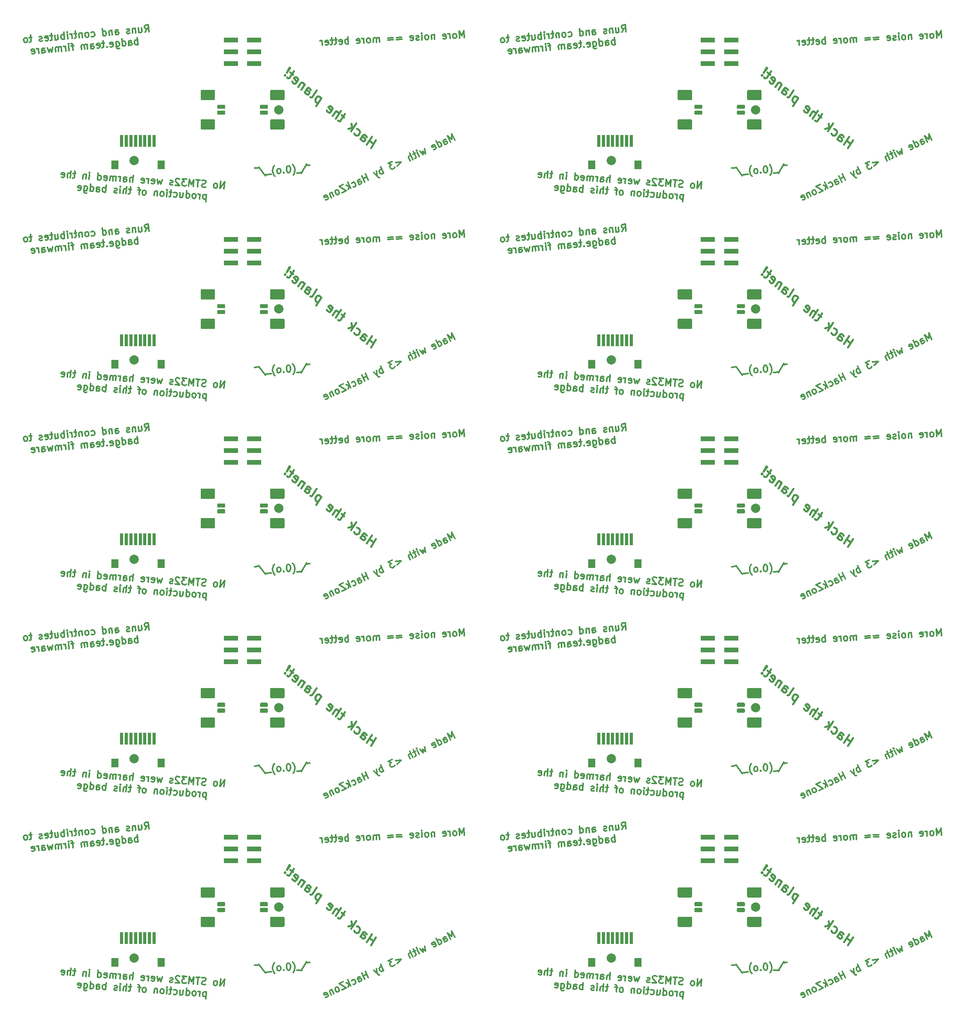
<source format=gbr>
%TF.GenerationSoftware,KiCad,Pcbnew,(5.1.5)-3*%
%TF.CreationDate,2020-06-01T11:27:06+02:00*%
%TF.ProjectId,panel,70616e65-6c2e-46b6-9963-61645f706362,rev?*%
%TF.SameCoordinates,Original*%
%TF.FileFunction,Soldermask,Bot*%
%TF.FilePolarity,Negative*%
%FSLAX46Y46*%
G04 Gerber Fmt 4.6, Leading zero omitted, Abs format (unit mm)*
G04 Created by KiCad (PCBNEW (5.1.5)-3) date 2020-06-01 11:27:06*
%MOMM*%
%LPD*%
G04 APERTURE LIST*
%ADD10C,0.400000*%
%ADD11C,0.300000*%
%ADD12R,3.100000X1.100000*%
%ADD13C,0.150000*%
%ADD14R,0.700000X2.600000*%
%ADD15R,1.500000X1.900000*%
%ADD16C,2.000000*%
G04 APERTURE END LIST*
D10*
X230679817Y-249232175D02*
X231773881Y-247539390D01*
X231252898Y-248345478D02*
X230377419Y-247610864D01*
X229804338Y-248497561D02*
X230898402Y-246804775D01*
X228418162Y-247334422D02*
X228991243Y-246447724D01*
X229168397Y-246347724D01*
X229366408Y-246389551D01*
X229658235Y-246634423D01*
X229752049Y-246837467D01*
X228470260Y-247253813D02*
X228564075Y-247456857D01*
X228928858Y-247762947D01*
X229126870Y-247804774D01*
X229304023Y-247704774D01*
X229408220Y-247543556D01*
X229439460Y-247321120D01*
X229345645Y-247118076D01*
X228980862Y-246811987D01*
X228887047Y-246608942D01*
X227084085Y-246090673D02*
X227177900Y-246293718D01*
X227469726Y-246538589D01*
X227667738Y-246580416D01*
X227792793Y-246561025D01*
X227969946Y-246461025D01*
X228282536Y-245977372D01*
X228313776Y-245754937D01*
X228292917Y-245613110D01*
X228199102Y-245410065D01*
X227907276Y-245165194D01*
X227709264Y-245123367D01*
X226375377Y-245620321D02*
X227469441Y-243927536D01*
X226646250Y-244853015D02*
X225791724Y-245130578D01*
X226521100Y-244002055D02*
X226687967Y-245136668D01*
X224916055Y-242655261D02*
X224332402Y-242165518D01*
X225061873Y-241907346D02*
X224124104Y-243358305D01*
X223946950Y-243458305D01*
X223748939Y-243416478D01*
X223603026Y-243294042D01*
X223092329Y-242865517D02*
X224186393Y-241172731D01*
X222435720Y-242314556D02*
X223008801Y-241427859D01*
X223185954Y-241327859D01*
X223383966Y-241369686D01*
X223602836Y-241553340D01*
X223696651Y-241756384D01*
X223717509Y-241898211D01*
X221174599Y-241132026D02*
X221268414Y-241335071D01*
X221560240Y-241579942D01*
X221758252Y-241621769D01*
X221935405Y-241521769D01*
X222352192Y-240876898D01*
X222383432Y-240654463D01*
X222289617Y-240451418D01*
X221997790Y-240206547D01*
X221799779Y-240164720D01*
X221622625Y-240264720D01*
X221518429Y-240425937D01*
X222143798Y-241199334D01*
X219955005Y-238492446D02*
X218860941Y-240185232D01*
X219902907Y-238573055D02*
X219809092Y-238370011D01*
X219517265Y-238125139D01*
X219319254Y-238083312D01*
X219194199Y-238102703D01*
X219017046Y-238202703D01*
X218704456Y-238686356D01*
X218673216Y-238908792D01*
X218694074Y-239050618D01*
X218787889Y-239253663D01*
X219079716Y-239498535D01*
X219277727Y-239540361D01*
X217620583Y-238274177D02*
X217818595Y-238316004D01*
X217995748Y-238216004D01*
X218933517Y-236765045D01*
X216380321Y-237233473D02*
X216953402Y-236346776D01*
X217130555Y-236246776D01*
X217328567Y-236288603D01*
X217620393Y-236533475D01*
X217714208Y-236736519D01*
X216432419Y-237152865D02*
X216526234Y-237355909D01*
X216891017Y-237661999D01*
X217089029Y-237703825D01*
X217266182Y-237603826D01*
X217370379Y-237442608D01*
X217401618Y-237220172D01*
X217307804Y-237017128D01*
X216943020Y-236711038D01*
X216849206Y-236507994D01*
X216380131Y-235492771D02*
X215650755Y-236621295D01*
X216275934Y-235653989D02*
X216255076Y-235512162D01*
X216161261Y-235309117D01*
X215942391Y-235125464D01*
X215744380Y-235083637D01*
X215567226Y-235183637D01*
X214994145Y-236070334D01*
X213733025Y-234887803D02*
X213826839Y-235090848D01*
X214118666Y-235335720D01*
X214316677Y-235377546D01*
X214493831Y-235277547D01*
X214910617Y-234632676D01*
X214941857Y-234410240D01*
X214848042Y-234207196D01*
X214556216Y-233962324D01*
X214358204Y-233920497D01*
X214181051Y-234020497D01*
X214076854Y-234181715D01*
X214702224Y-234955111D01*
X213899606Y-233411363D02*
X213315953Y-232921620D01*
X214045424Y-232663448D02*
X213107655Y-234114407D01*
X212930502Y-234214407D01*
X212732490Y-234172580D01*
X212586577Y-234050144D01*
X212180077Y-233460402D02*
X212055022Y-233479793D01*
X212075881Y-233621619D01*
X212200936Y-233602228D01*
X212180077Y-233460402D01*
X212075881Y-233621619D01*
X212492667Y-232976748D02*
X213190803Y-232070660D01*
X213169945Y-231928833D01*
X213044890Y-231948224D01*
X212492667Y-232976748D01*
X213169945Y-231928833D01*
D11*
X248805083Y-247524834D02*
X248171156Y-246165372D01*
X248170807Y-247347726D01*
X247264848Y-246587991D01*
X247898776Y-247947452D01*
X246668786Y-248521006D02*
X246336729Y-247808907D01*
X246341091Y-247649247D01*
X246440377Y-247524137D01*
X246699322Y-247403389D01*
X246858982Y-247407751D01*
X246638599Y-248456269D02*
X246798259Y-248460632D01*
X247121940Y-248309697D01*
X247221226Y-248184586D01*
X247225588Y-248024927D01*
X247165214Y-247895454D01*
X247040104Y-247796169D01*
X246880444Y-247791806D01*
X246556763Y-247942741D01*
X246397103Y-247938379D01*
X245438797Y-249094559D02*
X244804870Y-247735097D01*
X245408610Y-249029823D02*
X245568270Y-249034185D01*
X245827215Y-248913437D01*
X245926500Y-248788327D01*
X245961050Y-248693403D01*
X245965412Y-248533744D01*
X245784290Y-248145326D01*
X245659179Y-248046041D01*
X245564256Y-248011491D01*
X245404597Y-248007129D01*
X245145652Y-248127877D01*
X245046366Y-248252988D01*
X244243357Y-249573189D02*
X244403017Y-249577551D01*
X244661962Y-249456803D01*
X244761248Y-249331693D01*
X244765610Y-249172033D01*
X244524114Y-248654143D01*
X244399003Y-248554858D01*
X244239344Y-248550495D01*
X243980399Y-248671244D01*
X243881113Y-248796354D01*
X243876751Y-248956013D01*
X243937125Y-249085486D01*
X244644862Y-248913088D01*
X242297256Y-249456106D02*
X242460929Y-250483162D01*
X241900114Y-249956547D01*
X241943039Y-250724658D01*
X241261475Y-249939098D01*
X241166203Y-251086902D02*
X240743585Y-250180594D01*
X240532276Y-249727441D02*
X240627199Y-249761990D01*
X240592650Y-249856913D01*
X240497727Y-249822364D01*
X240532276Y-249727441D01*
X240592650Y-249856913D01*
X240290431Y-250391904D02*
X239772541Y-250633400D01*
X239884913Y-250029311D02*
X240428280Y-251194564D01*
X240423917Y-251354223D01*
X240324632Y-251479333D01*
X240195159Y-251539708D01*
X239742005Y-251751017D02*
X239108078Y-250391555D01*
X239159379Y-252022700D02*
X238827322Y-251310601D01*
X238831684Y-251150941D01*
X238930970Y-251025831D01*
X239125178Y-250935270D01*
X239284838Y-250939632D01*
X239379761Y-250974181D01*
X236017837Y-252384247D02*
X237234740Y-252289672D01*
X236380082Y-253161082D01*
X235288638Y-252172589D02*
X234447067Y-252565020D01*
X235141717Y-252871601D01*
X234947508Y-252962162D01*
X234848222Y-253087273D01*
X234813673Y-253182196D01*
X234809311Y-253341856D01*
X234960246Y-253665537D01*
X235085356Y-253764822D01*
X235180280Y-253799372D01*
X235339939Y-253803734D01*
X235728357Y-253622612D01*
X235827642Y-253497502D01*
X235862191Y-253402578D01*
X233462587Y-254679157D02*
X232828660Y-253319696D01*
X233070156Y-253837586D02*
X232910496Y-253833224D01*
X232651551Y-253953972D01*
X232552266Y-254079082D01*
X232517717Y-254174005D01*
X232513354Y-254333665D01*
X232694476Y-254722083D01*
X232819587Y-254821368D01*
X232914510Y-254855917D01*
X233074170Y-254860280D01*
X233333115Y-254739532D01*
X233432400Y-254614421D01*
X231939452Y-254286029D02*
X232038389Y-255343272D01*
X231292090Y-254587899D02*
X232038389Y-255343272D01*
X232318797Y-255606579D01*
X232413720Y-255641128D01*
X232573380Y-255645491D01*
X230161037Y-256218695D02*
X229527110Y-254859234D01*
X229828980Y-255506596D02*
X229052145Y-255868841D01*
X229384202Y-256580940D02*
X228750275Y-255221478D01*
X228154213Y-257154493D02*
X227822156Y-256442394D01*
X227826518Y-256282734D01*
X227925804Y-256157624D01*
X228184749Y-256036876D01*
X228344408Y-256041238D01*
X228124026Y-257089757D02*
X228283686Y-257094119D01*
X228607367Y-256943184D01*
X228706652Y-256818074D01*
X228711015Y-256658414D01*
X228650641Y-256528941D01*
X228525530Y-256429656D01*
X228365871Y-256425294D01*
X228042189Y-256576229D01*
X227882530Y-256571867D01*
X226894037Y-257663310D02*
X227053696Y-257667672D01*
X227312642Y-257546924D01*
X227411927Y-257421814D01*
X227446476Y-257326891D01*
X227450839Y-257167231D01*
X227269716Y-256778813D01*
X227144606Y-256679528D01*
X227049683Y-256644979D01*
X226890023Y-256640616D01*
X226631078Y-256761365D01*
X226531793Y-256886475D01*
X226341597Y-257999730D02*
X225707670Y-256640268D01*
X225970629Y-257542213D02*
X225823707Y-258241226D01*
X225401089Y-257334918D02*
X226160475Y-257611312D01*
X224736626Y-257093073D02*
X223830318Y-257515691D01*
X225370553Y-258452535D01*
X224464246Y-258875153D01*
X223752147Y-259207210D02*
X223851432Y-259082100D01*
X223885981Y-258987177D01*
X223890344Y-258827517D01*
X223709222Y-258439100D01*
X223584111Y-258339814D01*
X223489188Y-258305265D01*
X223329528Y-258300902D01*
X223135320Y-258391464D01*
X223036034Y-258516574D01*
X223001485Y-258611497D01*
X222997123Y-258771157D01*
X223178245Y-259159574D01*
X223303355Y-259258860D01*
X223398278Y-259293409D01*
X223557938Y-259297771D01*
X223752147Y-259207210D01*
X222293748Y-258783895D02*
X222716366Y-259690203D01*
X222354122Y-258913367D02*
X222259199Y-258878818D01*
X222099539Y-258874456D01*
X221905330Y-258965017D01*
X221806045Y-259090127D01*
X221801683Y-259249787D01*
X222133740Y-259961886D01*
X220938300Y-260440516D02*
X221097960Y-260444878D01*
X221356905Y-260324130D01*
X221456190Y-260199020D01*
X221460552Y-260039360D01*
X221219056Y-259521470D01*
X221093946Y-259422184D01*
X220934286Y-259417822D01*
X220675341Y-259538570D01*
X220576056Y-259663681D01*
X220571694Y-259823340D01*
X220632068Y-259952813D01*
X221339804Y-259780415D01*
X181912027Y-224254189D02*
X182347871Y-223499043D01*
X182765908Y-224179484D02*
X182635175Y-222685192D01*
X182065921Y-222734995D01*
X181929833Y-222818603D01*
X181864901Y-222895985D01*
X181806195Y-223044524D01*
X181824872Y-223257994D01*
X181908479Y-223394082D01*
X181985861Y-223459014D01*
X182134400Y-223517720D01*
X182703654Y-223467916D01*
X180544050Y-223370052D02*
X180631206Y-224366246D01*
X181184461Y-223314023D02*
X181252940Y-224096747D01*
X181194234Y-224245286D01*
X181058146Y-224328894D01*
X180844676Y-224347570D01*
X180696137Y-224288864D01*
X180618755Y-224223933D01*
X179832482Y-223432306D02*
X179919638Y-224428500D01*
X179844933Y-223574619D02*
X179767551Y-223509688D01*
X179619012Y-223450982D01*
X179405542Y-223469658D01*
X179269453Y-223553266D01*
X179210747Y-223701805D01*
X179279227Y-224484529D01*
X178632591Y-224469401D02*
X178496503Y-224553009D01*
X178211876Y-224577910D01*
X178063337Y-224519204D01*
X177979729Y-224383116D01*
X177973504Y-224311959D01*
X178032210Y-224163420D01*
X178168298Y-224079813D01*
X178381768Y-224061137D01*
X178517856Y-223977529D01*
X178576562Y-223828990D01*
X178570337Y-223757833D01*
X178486729Y-223621745D01*
X178338190Y-223563039D01*
X178124720Y-223581716D01*
X177988632Y-223665323D01*
X175579075Y-224808250D02*
X175510596Y-224025526D01*
X175569302Y-223876987D01*
X175705390Y-223793379D01*
X175990017Y-223768478D01*
X176138556Y-223827184D01*
X175572850Y-224737094D02*
X175721389Y-224795800D01*
X176077173Y-224764673D01*
X176213261Y-224681065D01*
X176271967Y-224532526D01*
X176259516Y-224390212D01*
X176175908Y-224254124D01*
X176027369Y-224195418D01*
X175671586Y-224226545D01*
X175523047Y-224167840D01*
X174780352Y-223874310D02*
X174867508Y-224870504D01*
X174792803Y-224016623D02*
X174715421Y-223951692D01*
X174566882Y-223892986D01*
X174353411Y-223911662D01*
X174217323Y-223995270D01*
X174158617Y-224143809D01*
X174227097Y-224926533D01*
X172875118Y-225044816D02*
X172744385Y-223550524D01*
X172868893Y-224973659D02*
X173017432Y-225032365D01*
X173302059Y-225007464D01*
X173438147Y-224923856D01*
X173503078Y-224846474D01*
X173561784Y-224697935D01*
X173524432Y-224270994D01*
X173440824Y-224134906D01*
X173363442Y-224069975D01*
X173214903Y-224011269D01*
X172930276Y-224036170D01*
X172794188Y-224119778D01*
X170378406Y-225191549D02*
X170526945Y-225250255D01*
X170811572Y-225225353D01*
X170947660Y-225141745D01*
X171012592Y-225064363D01*
X171071297Y-224915824D01*
X171033945Y-224488884D01*
X170950337Y-224352795D01*
X170872955Y-224287864D01*
X170724416Y-224229158D01*
X170439789Y-224254060D01*
X170303701Y-224337667D01*
X169530750Y-225337410D02*
X169666838Y-225253803D01*
X169731770Y-225176420D01*
X169790476Y-225027882D01*
X169753123Y-224600941D01*
X169669516Y-224464853D01*
X169592133Y-224399921D01*
X169443595Y-224341216D01*
X169230124Y-224359892D01*
X169094036Y-224443499D01*
X169029105Y-224520882D01*
X168970399Y-224669420D01*
X169007751Y-225096361D01*
X169091359Y-225232449D01*
X169168741Y-225297381D01*
X169317280Y-225356086D01*
X169530750Y-225337410D01*
X168305086Y-224440822D02*
X168392242Y-225437017D01*
X168317537Y-224583136D02*
X168240155Y-224518204D01*
X168091616Y-224459498D01*
X167878146Y-224478175D01*
X167742058Y-224561782D01*
X167683352Y-224710321D01*
X167751831Y-225493046D01*
X167166578Y-224540429D02*
X166597324Y-224590232D01*
X166909530Y-224061008D02*
X167021587Y-225341829D01*
X166962881Y-225490368D01*
X166826793Y-225573976D01*
X166684480Y-225586427D01*
X166186382Y-225630005D02*
X166099227Y-224633810D01*
X166124128Y-224918437D02*
X166040521Y-224782349D01*
X165963139Y-224717417D01*
X165814600Y-224658711D01*
X165672286Y-224671162D01*
X165261344Y-225710935D02*
X165174189Y-224714740D01*
X165130611Y-224216643D02*
X165207993Y-224281574D01*
X165143062Y-224358956D01*
X165065679Y-224294025D01*
X165130611Y-224216643D01*
X165143062Y-224358956D01*
X164549777Y-225773189D02*
X164419043Y-224278897D01*
X164468846Y-224848151D02*
X164320308Y-224789445D01*
X164035680Y-224814347D01*
X163899592Y-224897954D01*
X163834661Y-224975336D01*
X163775955Y-225123875D01*
X163813308Y-225550816D01*
X163896915Y-225686904D01*
X163974297Y-225751835D01*
X164122836Y-225810541D01*
X164407463Y-225785640D01*
X164543551Y-225702032D01*
X162470232Y-224951306D02*
X162557387Y-225947500D01*
X163110643Y-224895277D02*
X163179122Y-225678001D01*
X163120416Y-225826540D01*
X162984328Y-225910148D01*
X162770858Y-225928824D01*
X162622319Y-225870118D01*
X162544937Y-225805187D01*
X161972134Y-224994884D02*
X161402880Y-225044687D01*
X161715086Y-224515463D02*
X161827144Y-225796284D01*
X161768438Y-225944823D01*
X161632349Y-226028431D01*
X161490036Y-226040882D01*
X160416459Y-226063106D02*
X160564998Y-226121812D01*
X160849625Y-226096910D01*
X160985713Y-226013303D01*
X161044419Y-225864764D01*
X160994616Y-225295510D01*
X160911008Y-225159422D01*
X160762469Y-225100716D01*
X160477842Y-225125617D01*
X160341754Y-225209225D01*
X160283048Y-225357764D01*
X160295499Y-225500077D01*
X161019517Y-225580137D01*
X159776048Y-226119135D02*
X159639960Y-226202742D01*
X159355333Y-226227644D01*
X159206794Y-226168938D01*
X159123187Y-226032850D01*
X159116961Y-225961693D01*
X159175667Y-225813154D01*
X159311755Y-225729547D01*
X159525225Y-225710870D01*
X159661314Y-225627263D01*
X159720020Y-225478724D01*
X159713794Y-225407567D01*
X159630187Y-225271479D01*
X159481648Y-225212773D01*
X159268177Y-225231449D01*
X159132089Y-225315057D01*
X157489258Y-225387084D02*
X156920004Y-225436888D01*
X157232210Y-224907663D02*
X157344267Y-226188485D01*
X157285561Y-226337024D01*
X157149473Y-226420632D01*
X157007160Y-226433082D01*
X156295592Y-226495337D02*
X156431680Y-226411729D01*
X156496612Y-226334347D01*
X156555318Y-226185808D01*
X156517965Y-225758867D01*
X156434358Y-225622779D01*
X156356975Y-225557848D01*
X156208436Y-225499142D01*
X155994966Y-225517818D01*
X155858878Y-225601426D01*
X155793947Y-225678808D01*
X155735241Y-225827347D01*
X155772593Y-226254287D01*
X155856201Y-226390375D01*
X155933583Y-226455307D01*
X156082122Y-226514013D01*
X156295592Y-226495337D01*
X180426512Y-226943895D02*
X180295778Y-225449603D01*
X180345582Y-226018857D02*
X180197043Y-225960151D01*
X179912416Y-225985052D01*
X179776327Y-226068660D01*
X179711396Y-226146042D01*
X179652690Y-226294581D01*
X179690043Y-226721522D01*
X179773650Y-226857610D01*
X179851032Y-226922541D01*
X179999571Y-226981247D01*
X180284198Y-226956346D01*
X180420287Y-226872738D01*
X178434123Y-227118206D02*
X178365643Y-226335482D01*
X178424349Y-226186943D01*
X178560437Y-226103335D01*
X178845064Y-226078434D01*
X178993603Y-226137140D01*
X178427897Y-227047049D02*
X178576436Y-227105755D01*
X178932220Y-227074628D01*
X179068308Y-226991021D01*
X179127014Y-226842482D01*
X179114563Y-226700168D01*
X179030956Y-226564080D01*
X178882417Y-226505374D01*
X178526633Y-226536501D01*
X178378094Y-226477795D01*
X177082144Y-227236489D02*
X176951410Y-225742197D01*
X177075919Y-227165332D02*
X177224458Y-227224038D01*
X177509085Y-227199137D01*
X177645173Y-227115529D01*
X177710104Y-227038147D01*
X177768810Y-226889608D01*
X177731458Y-226462667D01*
X177647850Y-226326579D01*
X177570468Y-226261648D01*
X177421929Y-226202942D01*
X177137302Y-226227843D01*
X177001214Y-226311451D01*
X175643010Y-226358577D02*
X175748842Y-227568242D01*
X175832449Y-227704330D01*
X175909831Y-227769262D01*
X176058370Y-227827967D01*
X176271841Y-227809291D01*
X176407929Y-227725684D01*
X175723940Y-227283615D02*
X175872479Y-227342321D01*
X176157106Y-227317419D01*
X176293194Y-227233812D01*
X176358126Y-227156430D01*
X176416831Y-227007891D01*
X176379479Y-226580950D01*
X176295871Y-226444862D01*
X176218489Y-226379931D01*
X176069950Y-226321225D01*
X175785323Y-226346126D01*
X175649235Y-226429734D01*
X174443118Y-227395672D02*
X174591657Y-227454378D01*
X174876284Y-227429477D01*
X175012372Y-227345869D01*
X175071078Y-227197330D01*
X175021275Y-226628076D01*
X174937668Y-226491988D01*
X174789129Y-226433282D01*
X174504502Y-226458184D01*
X174368413Y-226541791D01*
X174309707Y-226690330D01*
X174322158Y-226832644D01*
X175046177Y-226912703D01*
X173725325Y-227386770D02*
X173660394Y-227464152D01*
X173737776Y-227529083D01*
X173802707Y-227451701D01*
X173725325Y-227386770D01*
X173737776Y-227529083D01*
X173152523Y-226576466D02*
X172583269Y-226626270D01*
X172895475Y-226097045D02*
X173007532Y-227377867D01*
X172948826Y-227526406D01*
X172812738Y-227610014D01*
X172670425Y-227622464D01*
X171596848Y-227644689D02*
X171745387Y-227703395D01*
X172030014Y-227678493D01*
X172166102Y-227594886D01*
X172224808Y-227446347D01*
X172175005Y-226877092D01*
X172091397Y-226741004D01*
X171942858Y-226682298D01*
X171658231Y-226707200D01*
X171522143Y-226790808D01*
X171463437Y-226939347D01*
X171475888Y-227081660D01*
X172199906Y-227161720D01*
X170251095Y-227834128D02*
X170182615Y-227051404D01*
X170241321Y-226902865D01*
X170377409Y-226819257D01*
X170662036Y-226794356D01*
X170810575Y-226853062D01*
X170244869Y-227762972D02*
X170393408Y-227821678D01*
X170749192Y-227790551D01*
X170885280Y-227706943D01*
X170943986Y-227558404D01*
X170931535Y-227416090D01*
X170847928Y-227280002D01*
X170699389Y-227221296D01*
X170343605Y-227252423D01*
X170195066Y-227193717D01*
X169539527Y-227896382D02*
X169452371Y-226900188D01*
X169464822Y-227042501D02*
X169387440Y-226977570D01*
X169238901Y-226918864D01*
X169025431Y-226937540D01*
X168889343Y-227021148D01*
X168830637Y-227169687D01*
X168899116Y-227952411D01*
X168830637Y-227169687D02*
X168747029Y-227033599D01*
X168598490Y-226974893D01*
X168385020Y-226993569D01*
X168248932Y-227077177D01*
X168190226Y-227225715D01*
X168258705Y-228008440D01*
X166534944Y-227155430D02*
X165965690Y-227205233D01*
X166408629Y-228170301D02*
X166296572Y-226889479D01*
X166212964Y-226753391D01*
X166064425Y-226694685D01*
X165922112Y-226707136D01*
X165554748Y-228245005D02*
X165467592Y-227248811D01*
X165424015Y-226750713D02*
X165501397Y-226815645D01*
X165436465Y-226893027D01*
X165359083Y-226828096D01*
X165424015Y-226750713D01*
X165436465Y-226893027D01*
X164843181Y-228307260D02*
X164756025Y-227311065D01*
X164780926Y-227595692D02*
X164697319Y-227459604D01*
X164619937Y-227394672D01*
X164471398Y-227335966D01*
X164329084Y-227348417D01*
X163918143Y-228388190D02*
X163830987Y-227391995D01*
X163843438Y-227534309D02*
X163766056Y-227469377D01*
X163617517Y-227410671D01*
X163404046Y-227429348D01*
X163267958Y-227512955D01*
X163209252Y-227661494D01*
X163277732Y-228444219D01*
X163209252Y-227661494D02*
X163125645Y-227525406D01*
X162977106Y-227466700D01*
X162763635Y-227485376D01*
X162627547Y-227568984D01*
X162568841Y-227717523D01*
X162637321Y-228500247D01*
X161980911Y-227553856D02*
X161783440Y-228574952D01*
X161436559Y-227888286D01*
X161214186Y-228624755D01*
X160842403Y-227653462D01*
X159719894Y-228755489D02*
X159651414Y-227972765D01*
X159710120Y-227824226D01*
X159846208Y-227740618D01*
X160130835Y-227715717D01*
X160279374Y-227774422D01*
X159713668Y-228684332D02*
X159862207Y-228743038D01*
X160217991Y-228711911D01*
X160354079Y-228628304D01*
X160412785Y-228479765D01*
X160400334Y-228337451D01*
X160316727Y-228201363D01*
X160168188Y-228142657D01*
X159812404Y-228173784D01*
X159663865Y-228115078D01*
X159008326Y-228817743D02*
X158921170Y-227821548D01*
X158946072Y-228106176D02*
X158862464Y-227970087D01*
X158785082Y-227905156D01*
X158636543Y-227846450D01*
X158494230Y-227858901D01*
X157507808Y-228877320D02*
X157656347Y-228936026D01*
X157940974Y-228911124D01*
X158077063Y-228827517D01*
X158135769Y-228678978D01*
X158085965Y-228109724D01*
X158002358Y-227973636D01*
X157853819Y-227914930D01*
X157569192Y-227939831D01*
X157433104Y-228023439D01*
X157374398Y-228171978D01*
X157386848Y-228314291D01*
X158110867Y-228394351D01*
X199005866Y-258033285D02*
X199110501Y-256536939D01*
X198150812Y-257973494D01*
X198255446Y-256477148D01*
X197224502Y-257908720D02*
X197371994Y-257847431D01*
X197448231Y-257781159D01*
X197529451Y-257643632D01*
X197559346Y-257216105D01*
X197498057Y-257068613D01*
X197431785Y-256992376D01*
X197294259Y-256911156D01*
X197080495Y-256896208D01*
X196933003Y-256957498D01*
X196856766Y-257023769D01*
X196775546Y-257161296D01*
X196745651Y-257588823D01*
X196806940Y-257736315D01*
X196873212Y-257812552D01*
X197010738Y-257893772D01*
X197224502Y-257908720D01*
X195020593Y-257683005D02*
X194801847Y-257739311D01*
X194445574Y-257714398D01*
X194308047Y-257633179D01*
X194241775Y-257556941D01*
X194180486Y-257409450D01*
X194190451Y-257266941D01*
X194271671Y-257129414D01*
X194347908Y-257063142D01*
X194495400Y-257001853D01*
X194785401Y-256950529D01*
X194932892Y-256889239D01*
X195009130Y-256822967D01*
X195090349Y-256685441D01*
X195100315Y-256542931D01*
X195039025Y-256395440D01*
X194972753Y-256319203D01*
X194835227Y-256237983D01*
X194478954Y-256213070D01*
X194260207Y-256269377D01*
X193837663Y-256168226D02*
X192982608Y-256108435D01*
X193305500Y-257634677D02*
X193410135Y-256138331D01*
X192379191Y-257569903D02*
X192483826Y-256073557D01*
X191910305Y-257107497D01*
X191486262Y-256003800D01*
X191381627Y-257500146D01*
X190916225Y-255963939D02*
X189989916Y-255899166D01*
X190448837Y-256504080D01*
X190235073Y-256489133D01*
X190087581Y-256550422D01*
X190011344Y-256616694D01*
X189930124Y-256754221D01*
X189905211Y-257110493D01*
X189966501Y-257257985D01*
X190032773Y-257334222D01*
X190170299Y-257415442D01*
X190597827Y-257445338D01*
X190745318Y-257384048D01*
X190821556Y-257317776D01*
X189409914Y-256001814D02*
X189343642Y-255925577D01*
X189206115Y-255844357D01*
X188849842Y-255819444D01*
X188702351Y-255880733D01*
X188626113Y-255947005D01*
X188544894Y-256084532D01*
X188534928Y-256227041D01*
X188591235Y-256445787D01*
X189386499Y-257360633D01*
X188460189Y-257295860D01*
X187895135Y-257184744D02*
X187747644Y-257246034D01*
X187462625Y-257226103D01*
X187325099Y-257144883D01*
X187263809Y-256997392D01*
X187268792Y-256926137D01*
X187350012Y-256788610D01*
X187497504Y-256727321D01*
X187711267Y-256742269D01*
X187858759Y-256680980D01*
X187939979Y-256543453D01*
X187944961Y-256472198D01*
X187883672Y-256324707D01*
X187746146Y-256243487D01*
X187532382Y-256228539D01*
X187384890Y-256289828D01*
X185679763Y-256098991D02*
X185324988Y-257076625D01*
X185089796Y-256344149D01*
X184754951Y-257036764D01*
X184539690Y-256019270D01*
X183334843Y-256865857D02*
X183472369Y-256947077D01*
X183757387Y-256967008D01*
X183904879Y-256905718D01*
X183986099Y-256768192D01*
X184025960Y-256198155D01*
X183964670Y-256050663D01*
X183827144Y-255969444D01*
X183542126Y-255949513D01*
X183394634Y-256010803D01*
X183313414Y-256148329D01*
X183303449Y-256290838D01*
X184006029Y-256483173D01*
X182617314Y-256887286D02*
X182687071Y-255889722D01*
X182667140Y-256174740D02*
X182605851Y-256027248D01*
X182539579Y-255951011D01*
X182402052Y-255869791D01*
X182259543Y-255859826D01*
X181125951Y-256711397D02*
X181263477Y-256792616D01*
X181548496Y-256812547D01*
X181695987Y-256751258D01*
X181777207Y-256613731D01*
X181817068Y-256043694D01*
X181755779Y-255896203D01*
X181618252Y-255814983D01*
X181333234Y-255795052D01*
X181185742Y-255856342D01*
X181104522Y-255993868D01*
X181094557Y-256136377D01*
X181797138Y-256328713D01*
X179268349Y-256653104D02*
X179372984Y-255156757D01*
X178627058Y-256608260D02*
X178681867Y-255824460D01*
X178763086Y-255686933D01*
X178910578Y-255625644D01*
X179124342Y-255640592D01*
X179261869Y-255721811D01*
X179328140Y-255798049D01*
X177273221Y-256513591D02*
X177328030Y-255729790D01*
X177409250Y-255592264D01*
X177556741Y-255530974D01*
X177841760Y-255550905D01*
X177979286Y-255632125D01*
X177278204Y-256442336D02*
X177415730Y-256523556D01*
X177772003Y-256548469D01*
X177919495Y-256487179D01*
X178000715Y-256349653D01*
X178010680Y-256207144D01*
X177949391Y-256059652D01*
X177811864Y-255978432D01*
X177455591Y-255953519D01*
X177318065Y-255872299D01*
X176560675Y-256463765D02*
X176630432Y-255466200D01*
X176610501Y-255751219D02*
X176549212Y-255603727D01*
X176482940Y-255527490D01*
X176345414Y-255446270D01*
X176202904Y-255436305D01*
X175634366Y-256398991D02*
X175704122Y-255401427D01*
X175694157Y-255543936D02*
X175627885Y-255467699D01*
X175490359Y-255386479D01*
X175276595Y-255371531D01*
X175129103Y-255432820D01*
X175047883Y-255570347D01*
X174993075Y-256354147D01*
X175047883Y-255570347D02*
X174986594Y-255422855D01*
X174849067Y-255341635D01*
X174635304Y-255326688D01*
X174487812Y-255387977D01*
X174406592Y-255525503D01*
X174351784Y-256309304D01*
X173074184Y-256148362D02*
X173211710Y-256229582D01*
X173496729Y-256249512D01*
X173644220Y-256188223D01*
X173725440Y-256050697D01*
X173765301Y-255480660D01*
X173704012Y-255333168D01*
X173566485Y-255251948D01*
X173281467Y-255232018D01*
X173133975Y-255293307D01*
X173052755Y-255430834D01*
X173042790Y-255573343D01*
X173745371Y-255765678D01*
X171715364Y-256124947D02*
X171819999Y-254628601D01*
X171720347Y-256053693D02*
X171857873Y-256134913D01*
X172142892Y-256154843D01*
X172290383Y-256093554D01*
X172366621Y-256027282D01*
X172447840Y-255889755D01*
X172477736Y-255462228D01*
X172416447Y-255314736D01*
X172350175Y-255238499D01*
X172212648Y-255157279D01*
X171927630Y-255137349D01*
X171780138Y-255198638D01*
X169862745Y-255995400D02*
X169932502Y-254997836D01*
X169967380Y-254499054D02*
X170033652Y-254575291D01*
X169957415Y-254641563D01*
X169891143Y-254565326D01*
X169967380Y-254499054D01*
X169957415Y-254641563D01*
X169219956Y-254948010D02*
X169150200Y-255945574D01*
X169209991Y-255090519D02*
X169143719Y-255014281D01*
X169006192Y-254933062D01*
X168792429Y-254918114D01*
X168644937Y-254979403D01*
X168563717Y-255116930D01*
X168508908Y-255900730D01*
X166939810Y-254788566D02*
X166369773Y-254748705D01*
X166760924Y-254274836D02*
X166671237Y-255557419D01*
X166590017Y-255694945D01*
X166442526Y-255756235D01*
X166300017Y-255746269D01*
X165801235Y-255711391D02*
X165905869Y-254215045D01*
X165159943Y-255666548D02*
X165214752Y-254882747D01*
X165295972Y-254745221D01*
X165443464Y-254683931D01*
X165657227Y-254698879D01*
X165794754Y-254780099D01*
X165861026Y-254856336D01*
X163882344Y-255505606D02*
X164019870Y-255586826D01*
X164304888Y-255606756D01*
X164452380Y-255545467D01*
X164533600Y-255407940D01*
X164573461Y-254837904D01*
X164512171Y-254690412D01*
X164374645Y-254609192D01*
X164089627Y-254589262D01*
X163942135Y-254650551D01*
X163860915Y-254788078D01*
X163850950Y-254930587D01*
X164553530Y-255122922D01*
X195156879Y-259317922D02*
X195052244Y-260814268D01*
X195151896Y-259389177D02*
X195014370Y-259307957D01*
X194729351Y-259288027D01*
X194581860Y-259349316D01*
X194505622Y-259415588D01*
X194424403Y-259553115D01*
X194394507Y-259980642D01*
X194455796Y-260128134D01*
X194522068Y-260204371D01*
X194659595Y-260285591D01*
X194944613Y-260305521D01*
X195092105Y-260244232D01*
X193733285Y-260220817D02*
X193803042Y-259223253D01*
X193783111Y-259508271D02*
X193721822Y-259360779D01*
X193655550Y-259284542D01*
X193518024Y-259203322D01*
X193375514Y-259193357D01*
X192593212Y-260141095D02*
X192740704Y-260079806D01*
X192816941Y-260013534D01*
X192898161Y-259876007D01*
X192928057Y-259448480D01*
X192866767Y-259300988D01*
X192800495Y-259224751D01*
X192662969Y-259143531D01*
X192449205Y-259128583D01*
X192301713Y-259189873D01*
X192225476Y-259256145D01*
X192144256Y-259393671D01*
X192114361Y-259821199D01*
X192175650Y-259968690D01*
X192241922Y-260044928D01*
X192379448Y-260126147D01*
X192593212Y-260141095D01*
X190811848Y-260016530D02*
X190916483Y-258520184D01*
X190816830Y-259945275D02*
X190954357Y-260026495D01*
X191239375Y-260046426D01*
X191386867Y-259985136D01*
X191463104Y-259918864D01*
X191544324Y-259781338D01*
X191574220Y-259353810D01*
X191512930Y-259206319D01*
X191446658Y-259130081D01*
X191309132Y-259048862D01*
X191024113Y-259028931D01*
X190876622Y-259090221D01*
X189527767Y-258924297D02*
X189458011Y-259921861D01*
X190169059Y-258969140D02*
X190114250Y-259752940D01*
X190033030Y-259890467D01*
X189885538Y-259951756D01*
X189671775Y-259936808D01*
X189534248Y-259855589D01*
X189467976Y-259779351D01*
X188109157Y-259755936D02*
X188246683Y-259837156D01*
X188531701Y-259857087D01*
X188679193Y-259795797D01*
X188755430Y-259729525D01*
X188836650Y-259591999D01*
X188866546Y-259164471D01*
X188805256Y-259016980D01*
X188738984Y-258940742D01*
X188601458Y-258859523D01*
X188316440Y-258839592D01*
X188168948Y-258900882D01*
X187746403Y-258799731D02*
X187176366Y-258759871D01*
X187567517Y-258286002D02*
X187477831Y-259568584D01*
X187396611Y-259706110D01*
X187249119Y-259767400D01*
X187106610Y-259757435D01*
X186607828Y-259722556D02*
X186677584Y-258724992D01*
X186712463Y-258226210D02*
X186778735Y-258302447D01*
X186702497Y-258368719D01*
X186636225Y-258292482D01*
X186712463Y-258226210D01*
X186702497Y-258368719D01*
X185681518Y-259657782D02*
X185829010Y-259596493D01*
X185905247Y-259530221D01*
X185986467Y-259392695D01*
X186016363Y-258965167D01*
X185955073Y-258817675D01*
X185888801Y-258741438D01*
X185751275Y-258660218D01*
X185537511Y-258645271D01*
X185390019Y-258706560D01*
X185313782Y-258772832D01*
X185232562Y-258910359D01*
X185202667Y-259337886D01*
X185263956Y-259485378D01*
X185330228Y-259561615D01*
X185467755Y-259642835D01*
X185681518Y-259657782D01*
X184611202Y-258580497D02*
X184541445Y-259578061D01*
X184601236Y-258723006D02*
X184534964Y-258646769D01*
X184397438Y-258565549D01*
X184183674Y-258550601D01*
X184036182Y-258611890D01*
X183954963Y-258749417D01*
X183900154Y-259533217D01*
X181833771Y-259388722D02*
X181981263Y-259327432D01*
X182057500Y-259261160D01*
X182138720Y-259123634D01*
X182168616Y-258696106D01*
X182107326Y-258548615D01*
X182041054Y-258472378D01*
X181903528Y-258391158D01*
X181689764Y-258376210D01*
X181542272Y-258437499D01*
X181466035Y-258503771D01*
X181384815Y-258641298D01*
X181354920Y-259068825D01*
X181416209Y-259216317D01*
X181482481Y-259292554D01*
X181620008Y-259373774D01*
X181833771Y-259388722D01*
X180977218Y-258326384D02*
X180407182Y-258286523D01*
X180693698Y-259309000D02*
X180783385Y-258026418D01*
X180722096Y-257878926D01*
X180584569Y-257797706D01*
X180442060Y-257787741D01*
X178982090Y-258186871D02*
X178412054Y-258147010D01*
X178803205Y-257673141D02*
X178713518Y-258955723D01*
X178632298Y-259093250D01*
X178484806Y-259154539D01*
X178342297Y-259144574D01*
X177843515Y-259109696D02*
X177948150Y-257613350D01*
X177202224Y-259064852D02*
X177257033Y-258281052D01*
X177338252Y-258143526D01*
X177485744Y-258082236D01*
X177699508Y-258097184D01*
X177837034Y-258178404D01*
X177903306Y-258254641D01*
X176489678Y-259015026D02*
X176559435Y-258017462D01*
X176594313Y-257518680D02*
X176660585Y-257594918D01*
X176584348Y-257661189D01*
X176518076Y-257584952D01*
X176594313Y-257518680D01*
X176584348Y-257661189D01*
X175853370Y-258898928D02*
X175705878Y-258960218D01*
X175420860Y-258940287D01*
X175283333Y-258859068D01*
X175222044Y-258711576D01*
X175227026Y-258640321D01*
X175308246Y-258502795D01*
X175455738Y-258441505D01*
X175669502Y-258456453D01*
X175816993Y-258395164D01*
X175898213Y-258257637D01*
X175903196Y-258186383D01*
X175841906Y-258038891D01*
X175704380Y-257957671D01*
X175490616Y-257942723D01*
X175343124Y-258004013D01*
X173425731Y-258800774D02*
X173530366Y-257304428D01*
X173490505Y-257874465D02*
X173352979Y-257793245D01*
X173067961Y-257773315D01*
X172920469Y-257834604D01*
X172844232Y-257900876D01*
X172763012Y-258038403D01*
X172733116Y-258465930D01*
X172794406Y-258613422D01*
X172860678Y-258689659D01*
X172998204Y-258770879D01*
X173283222Y-258790809D01*
X173430714Y-258729520D01*
X171430603Y-258661261D02*
X171485412Y-257877461D01*
X171566632Y-257739935D01*
X171714124Y-257678645D01*
X171999142Y-257698576D01*
X172136668Y-257779795D01*
X171435586Y-258590007D02*
X171573113Y-258671227D01*
X171929385Y-258696140D01*
X172076877Y-258634850D01*
X172158097Y-258497324D01*
X172168062Y-258354815D01*
X172106773Y-258207323D01*
X171969246Y-258126103D01*
X171612973Y-258101190D01*
X171475447Y-258019970D01*
X170076766Y-258566592D02*
X170181401Y-257070246D01*
X170081749Y-258495337D02*
X170219276Y-258576557D01*
X170504294Y-258596488D01*
X170651786Y-258535198D01*
X170728023Y-258468926D01*
X170809243Y-258331400D01*
X170839138Y-257903872D01*
X170777849Y-257756380D01*
X170711577Y-257680143D01*
X170574050Y-257598924D01*
X170289032Y-257578993D01*
X170141540Y-257640282D01*
X168792686Y-257474358D02*
X168707982Y-258685686D01*
X168769271Y-258833178D01*
X168835543Y-258909415D01*
X168973070Y-258990635D01*
X169186833Y-259005583D01*
X169334325Y-258944293D01*
X168727912Y-258400668D02*
X168865439Y-258481888D01*
X169150457Y-258501818D01*
X169297949Y-258440529D01*
X169374186Y-258374257D01*
X169455406Y-258236730D01*
X169485301Y-257809203D01*
X169424012Y-257661711D01*
X169357740Y-257585474D01*
X169220213Y-257504254D01*
X168935195Y-257484324D01*
X168787703Y-257545613D01*
X167445330Y-258310981D02*
X167582856Y-258392201D01*
X167867875Y-258412131D01*
X168015366Y-258350842D01*
X168096586Y-258213315D01*
X168136447Y-257643279D01*
X168075158Y-257495787D01*
X167937631Y-257414567D01*
X167652613Y-257394637D01*
X167505121Y-257455926D01*
X167423901Y-257593453D01*
X167413936Y-257735962D01*
X168116517Y-257928297D01*
X250878615Y-225468352D02*
X250800111Y-223970407D01*
X250356870Y-225066536D01*
X249801481Y-224022743D01*
X249879985Y-225520688D01*
X248952686Y-225569285D02*
X249091609Y-225490478D01*
X249159202Y-225415409D01*
X249223056Y-225269010D01*
X249200626Y-224841025D01*
X249121819Y-224702102D01*
X249046750Y-224634510D01*
X248900350Y-224570656D01*
X248686358Y-224581871D01*
X248547435Y-224660678D01*
X248479843Y-224735747D01*
X248415989Y-224882147D01*
X248438418Y-225310131D01*
X248517226Y-225449054D01*
X248592295Y-225516646D01*
X248738694Y-225580500D01*
X248952686Y-225569285D01*
X247811395Y-225629098D02*
X247759059Y-224630468D01*
X247774013Y-224915791D02*
X247695205Y-224776868D01*
X247620136Y-224709276D01*
X247473737Y-224645422D01*
X247331075Y-224652898D01*
X246309713Y-225636271D02*
X246456112Y-225700125D01*
X246741435Y-225685172D01*
X246880358Y-225606365D01*
X246944212Y-225459965D01*
X246914306Y-224889320D01*
X246835499Y-224750397D01*
X246689099Y-224686543D01*
X246403776Y-224701496D01*
X246264853Y-224780303D01*
X246200999Y-224926703D01*
X246208476Y-225069364D01*
X246929259Y-225174643D01*
X244406517Y-224806168D02*
X244458853Y-225804797D01*
X244413994Y-224948829D02*
X244338925Y-224881237D01*
X244192525Y-224817383D01*
X243978533Y-224828597D01*
X243839610Y-224907405D01*
X243775756Y-225053804D01*
X243816877Y-225838442D01*
X242889578Y-225887039D02*
X243028501Y-225808232D01*
X243096094Y-225733163D01*
X243159948Y-225586764D01*
X243137518Y-225158779D01*
X243058711Y-225019856D01*
X242983642Y-224952264D01*
X242837242Y-224888410D01*
X242623250Y-224899625D01*
X242484327Y-224978432D01*
X242416735Y-225053501D01*
X242352881Y-225199901D01*
X242375310Y-225627885D01*
X242454118Y-225766808D01*
X242529187Y-225834400D01*
X242675586Y-225898254D01*
X242889578Y-225887039D01*
X241748287Y-225946852D02*
X241695952Y-224948222D01*
X241669784Y-224448908D02*
X241744852Y-224516500D01*
X241677260Y-224591569D01*
X241602191Y-224523977D01*
X241669784Y-224448908D01*
X241677260Y-224591569D01*
X241102573Y-225909166D02*
X240963650Y-225987973D01*
X240678327Y-226002926D01*
X240531928Y-225939072D01*
X240453120Y-225800149D01*
X240449382Y-225728818D01*
X240513236Y-225582419D01*
X240652159Y-225503611D01*
X240866151Y-225492397D01*
X241005074Y-225413589D01*
X241068929Y-225267190D01*
X241065190Y-225195859D01*
X240986383Y-225056936D01*
X240839983Y-224993082D01*
X240625991Y-225004297D01*
X240487068Y-225083104D01*
X239247975Y-226006361D02*
X239394375Y-226070215D01*
X239679698Y-226055262D01*
X239818621Y-225976455D01*
X239882475Y-225830055D01*
X239852569Y-225259410D01*
X239773761Y-225120487D01*
X239627362Y-225056633D01*
X239342039Y-225071586D01*
X239203116Y-225150393D01*
X239139262Y-225296793D01*
X239146738Y-225439454D01*
X239867522Y-225544733D01*
X237355995Y-225390250D02*
X236214704Y-225450062D01*
X236237134Y-225878046D02*
X237378425Y-225818234D01*
X235501397Y-225487445D02*
X234360106Y-225547258D01*
X234382536Y-225975242D02*
X235523827Y-225915429D01*
X232546630Y-226429090D02*
X232494294Y-225430461D01*
X232501770Y-225573122D02*
X232426701Y-225505530D01*
X232280302Y-225441676D01*
X232066310Y-225452891D01*
X231927386Y-225531698D01*
X231863532Y-225678097D01*
X231904653Y-226462735D01*
X231863532Y-225678097D02*
X231784725Y-225539174D01*
X231638325Y-225475320D01*
X231424333Y-225486535D01*
X231285410Y-225565342D01*
X231221556Y-225711742D01*
X231262677Y-226496380D01*
X230335378Y-226544977D02*
X230474302Y-226466170D01*
X230541894Y-226391101D01*
X230605748Y-226244701D01*
X230583318Y-225816717D01*
X230504511Y-225677794D01*
X230429442Y-225610202D01*
X230283043Y-225546348D01*
X230069050Y-225557562D01*
X229930127Y-225636370D01*
X229862535Y-225711439D01*
X229798681Y-225857838D01*
X229821111Y-226285822D01*
X229899918Y-226424746D01*
X229974987Y-226492338D01*
X230121386Y-226556192D01*
X230335378Y-226544977D01*
X229194088Y-226604790D02*
X229141752Y-225606160D01*
X229156705Y-225891483D02*
X229077898Y-225752560D01*
X229002829Y-225684967D01*
X228856429Y-225621113D01*
X228713768Y-225628590D01*
X227692405Y-226611963D02*
X227838805Y-226675817D01*
X228124127Y-226660864D01*
X228263050Y-226582057D01*
X228326905Y-226435657D01*
X228296998Y-225865012D01*
X228218191Y-225726089D01*
X228071791Y-225662234D01*
X227786469Y-225677188D01*
X227647546Y-225755995D01*
X227583692Y-225902394D01*
X227591168Y-226045056D01*
X228311951Y-226150334D01*
X225841546Y-226780489D02*
X225763042Y-225282545D01*
X225792948Y-225853190D02*
X225646548Y-225789336D01*
X225361226Y-225804289D01*
X225222302Y-225883096D01*
X225154710Y-225958165D01*
X225090856Y-226104565D01*
X225113286Y-226532549D01*
X225192093Y-226671472D01*
X225267162Y-226739065D01*
X225413561Y-226802919D01*
X225698884Y-226787966D01*
X225837807Y-226709158D01*
X223911879Y-226810092D02*
X224058279Y-226873946D01*
X224343601Y-226858993D01*
X224482524Y-226780186D01*
X224546378Y-226633786D01*
X224516472Y-226063141D01*
X224437665Y-225924217D01*
X224291265Y-225860363D01*
X224005943Y-225875317D01*
X223867020Y-225954124D01*
X223803165Y-226100523D01*
X223810642Y-226243185D01*
X224531425Y-226348463D01*
X223363966Y-225908961D02*
X222793321Y-225938867D01*
X223123806Y-225420861D02*
X223191096Y-226704813D01*
X223127241Y-226851213D01*
X222988318Y-226930020D01*
X222845657Y-226937497D01*
X222507998Y-225953820D02*
X221937353Y-225983727D01*
X222267838Y-225465721D02*
X222335127Y-226749673D01*
X222271273Y-226896072D01*
X222132350Y-226974880D01*
X221989689Y-226982356D01*
X220915990Y-226967100D02*
X221062390Y-227030954D01*
X221347713Y-227016001D01*
X221486636Y-226937194D01*
X221550490Y-226790794D01*
X221520584Y-226220148D01*
X221441776Y-226081225D01*
X221295377Y-226017371D01*
X221010054Y-226032324D01*
X220871131Y-226111132D01*
X220807277Y-226257531D01*
X220814753Y-226400193D01*
X221535537Y-226505471D01*
X220206422Y-227075813D02*
X220154086Y-226077184D01*
X220169039Y-226362506D02*
X220090232Y-226223583D01*
X220015163Y-226155991D01*
X219868763Y-226092137D01*
X219726102Y-226099613D01*
X217516868Y-252938930D02*
X216803562Y-252976313D01*
X216863677Y-252758582D02*
X215680659Y-254751800D01*
X215815844Y-254601662D02*
X214674553Y-254661474D01*
X213912345Y-255130580D02*
X213979937Y-255055511D01*
X214111384Y-254834042D01*
X214175238Y-254687642D01*
X214235354Y-254469912D01*
X214287993Y-254109520D01*
X214273040Y-253824198D01*
X214183018Y-253471282D01*
X214100472Y-253261029D01*
X214021665Y-253122106D01*
X213867789Y-252915590D01*
X213792720Y-252847998D01*
X212947967Y-253106849D02*
X212805305Y-253114326D01*
X212666382Y-253193133D01*
X212598790Y-253268202D01*
X212534936Y-253414602D01*
X212478558Y-253703663D01*
X212497249Y-254060316D01*
X212583533Y-254341900D01*
X212662340Y-254480824D01*
X212737409Y-254548416D01*
X212883809Y-254612270D01*
X213026470Y-254604793D01*
X213165394Y-254525986D01*
X213232986Y-254450917D01*
X213296840Y-254304518D01*
X213353218Y-254015457D01*
X213334526Y-253658803D01*
X213248242Y-253377219D01*
X213169435Y-253238296D01*
X213094366Y-253170703D01*
X212947967Y-253106849D01*
X211877703Y-254521945D02*
X211810111Y-254597014D01*
X211885180Y-254664606D01*
X211952772Y-254589537D01*
X211877703Y-254521945D01*
X211885180Y-254664606D01*
X210957881Y-254713204D02*
X211096804Y-254634396D01*
X211164396Y-254559327D01*
X211228250Y-254412928D01*
X211205821Y-253984944D01*
X211127013Y-253846021D01*
X211051944Y-253778428D01*
X210905545Y-253714574D01*
X210691553Y-253725789D01*
X210552630Y-253804596D01*
X210485037Y-253879665D01*
X210421183Y-254026065D01*
X210443613Y-254454049D01*
X210522420Y-254592972D01*
X210597489Y-254660564D01*
X210743889Y-254724419D01*
X210957881Y-254713204D01*
X209989157Y-255336185D02*
X209914088Y-255268593D01*
X209760212Y-255062077D01*
X209681405Y-254923154D01*
X209598859Y-254712900D01*
X209508837Y-254359985D01*
X209493884Y-254074662D01*
X209546524Y-253714271D01*
X209606639Y-253496540D01*
X209670493Y-253350141D01*
X209801940Y-253128672D01*
X209869532Y-253053603D01*
X209182090Y-254949322D02*
X208040799Y-255009135D01*
X206524467Y-253371964D02*
X207909353Y-255230603D01*
X206317951Y-253525840D02*
X205604645Y-253563223D01*
D10*
X127679809Y-249232175D02*
X128773873Y-247539390D01*
X128252890Y-248345478D02*
X127377411Y-247610864D01*
X126804330Y-248497561D02*
X127898394Y-246804775D01*
X125418154Y-247334422D02*
X125991235Y-246447724D01*
X126168389Y-246347724D01*
X126366400Y-246389551D01*
X126658227Y-246634423D01*
X126752041Y-246837467D01*
X125470252Y-247253813D02*
X125564067Y-247456857D01*
X125928850Y-247762947D01*
X126126862Y-247804774D01*
X126304015Y-247704774D01*
X126408212Y-247543556D01*
X126439452Y-247321120D01*
X126345637Y-247118076D01*
X125980854Y-246811987D01*
X125887039Y-246608942D01*
X124084077Y-246090673D02*
X124177892Y-246293718D01*
X124469718Y-246538589D01*
X124667730Y-246580416D01*
X124792785Y-246561025D01*
X124969938Y-246461025D01*
X125282528Y-245977372D01*
X125313768Y-245754937D01*
X125292909Y-245613110D01*
X125199094Y-245410065D01*
X124907268Y-245165194D01*
X124709256Y-245123367D01*
X123375369Y-245620321D02*
X124469433Y-243927536D01*
X123646242Y-244853015D02*
X122791716Y-245130578D01*
X123521092Y-244002055D02*
X123687959Y-245136668D01*
X121916047Y-242655261D02*
X121332394Y-242165518D01*
X122061865Y-241907346D02*
X121124096Y-243358305D01*
X120946942Y-243458305D01*
X120748931Y-243416478D01*
X120603018Y-243294042D01*
X120092321Y-242865517D02*
X121186385Y-241172731D01*
X119435712Y-242314556D02*
X120008793Y-241427859D01*
X120185946Y-241327859D01*
X120383958Y-241369686D01*
X120602828Y-241553340D01*
X120696643Y-241756384D01*
X120717501Y-241898211D01*
X118174591Y-241132026D02*
X118268406Y-241335071D01*
X118560232Y-241579942D01*
X118758244Y-241621769D01*
X118935397Y-241521769D01*
X119352184Y-240876898D01*
X119383424Y-240654463D01*
X119289609Y-240451418D01*
X118997782Y-240206547D01*
X118799771Y-240164720D01*
X118622617Y-240264720D01*
X118518421Y-240425937D01*
X119143790Y-241199334D01*
X116954997Y-238492446D02*
X115860933Y-240185232D01*
X116902899Y-238573055D02*
X116809084Y-238370011D01*
X116517257Y-238125139D01*
X116319246Y-238083312D01*
X116194191Y-238102703D01*
X116017038Y-238202703D01*
X115704448Y-238686356D01*
X115673208Y-238908792D01*
X115694066Y-239050618D01*
X115787881Y-239253663D01*
X116079708Y-239498535D01*
X116277719Y-239540361D01*
X114620575Y-238274177D02*
X114818587Y-238316004D01*
X114995740Y-238216004D01*
X115933509Y-236765045D01*
X113380313Y-237233473D02*
X113953394Y-236346776D01*
X114130547Y-236246776D01*
X114328559Y-236288603D01*
X114620385Y-236533475D01*
X114714200Y-236736519D01*
X113432411Y-237152865D02*
X113526226Y-237355909D01*
X113891009Y-237661999D01*
X114089021Y-237703825D01*
X114266174Y-237603826D01*
X114370371Y-237442608D01*
X114401610Y-237220172D01*
X114307796Y-237017128D01*
X113943012Y-236711038D01*
X113849198Y-236507994D01*
X113380123Y-235492771D02*
X112650747Y-236621295D01*
X113275926Y-235653989D02*
X113255068Y-235512162D01*
X113161253Y-235309117D01*
X112942383Y-235125464D01*
X112744372Y-235083637D01*
X112567218Y-235183637D01*
X111994137Y-236070334D01*
X110733017Y-234887803D02*
X110826831Y-235090848D01*
X111118658Y-235335720D01*
X111316669Y-235377546D01*
X111493823Y-235277547D01*
X111910609Y-234632676D01*
X111941849Y-234410240D01*
X111848034Y-234207196D01*
X111556208Y-233962324D01*
X111358196Y-233920497D01*
X111181043Y-234020497D01*
X111076846Y-234181715D01*
X111702216Y-234955111D01*
X110899598Y-233411363D02*
X110315945Y-232921620D01*
X111045416Y-232663448D02*
X110107647Y-234114407D01*
X109930494Y-234214407D01*
X109732482Y-234172580D01*
X109586569Y-234050144D01*
X109180069Y-233460402D02*
X109055014Y-233479793D01*
X109075873Y-233621619D01*
X109200928Y-233602228D01*
X109180069Y-233460402D01*
X109075873Y-233621619D01*
X109492659Y-232976748D02*
X110190795Y-232070660D01*
X110169937Y-231928833D01*
X110044882Y-231948224D01*
X109492659Y-232976748D01*
X110169937Y-231928833D01*
D11*
X145805075Y-247524834D02*
X145171148Y-246165372D01*
X145170799Y-247347726D01*
X144264840Y-246587991D01*
X144898768Y-247947452D01*
X143668778Y-248521006D02*
X143336721Y-247808907D01*
X143341083Y-247649247D01*
X143440369Y-247524137D01*
X143699314Y-247403389D01*
X143858974Y-247407751D01*
X143638591Y-248456269D02*
X143798251Y-248460632D01*
X144121932Y-248309697D01*
X144221218Y-248184586D01*
X144225580Y-248024927D01*
X144165206Y-247895454D01*
X144040096Y-247796169D01*
X143880436Y-247791806D01*
X143556755Y-247942741D01*
X143397095Y-247938379D01*
X142438789Y-249094559D02*
X141804862Y-247735097D01*
X142408602Y-249029823D02*
X142568262Y-249034185D01*
X142827207Y-248913437D01*
X142926492Y-248788327D01*
X142961042Y-248693403D01*
X142965404Y-248533744D01*
X142784282Y-248145326D01*
X142659171Y-248046041D01*
X142564248Y-248011491D01*
X142404589Y-248007129D01*
X142145644Y-248127877D01*
X142046358Y-248252988D01*
X141243349Y-249573189D02*
X141403009Y-249577551D01*
X141661954Y-249456803D01*
X141761240Y-249331693D01*
X141765602Y-249172033D01*
X141524106Y-248654143D01*
X141398995Y-248554858D01*
X141239336Y-248550495D01*
X140980391Y-248671244D01*
X140881105Y-248796354D01*
X140876743Y-248956013D01*
X140937117Y-249085486D01*
X141644854Y-248913088D01*
X139297248Y-249456106D02*
X139460921Y-250483162D01*
X138900106Y-249956547D01*
X138943031Y-250724658D01*
X138261467Y-249939098D01*
X138166195Y-251086902D02*
X137743577Y-250180594D01*
X137532268Y-249727441D02*
X137627191Y-249761990D01*
X137592642Y-249856913D01*
X137497719Y-249822364D01*
X137532268Y-249727441D01*
X137592642Y-249856913D01*
X137290423Y-250391904D02*
X136772533Y-250633400D01*
X136884905Y-250029311D02*
X137428272Y-251194564D01*
X137423909Y-251354223D01*
X137324624Y-251479333D01*
X137195151Y-251539708D01*
X136741997Y-251751017D02*
X136108070Y-250391555D01*
X136159371Y-252022700D02*
X135827314Y-251310601D01*
X135831676Y-251150941D01*
X135930962Y-251025831D01*
X136125170Y-250935270D01*
X136284830Y-250939632D01*
X136379753Y-250974181D01*
X133017829Y-252384247D02*
X134234732Y-252289672D01*
X133380074Y-253161082D01*
X132288630Y-252172589D02*
X131447059Y-252565020D01*
X132141709Y-252871601D01*
X131947500Y-252962162D01*
X131848214Y-253087273D01*
X131813665Y-253182196D01*
X131809303Y-253341856D01*
X131960238Y-253665537D01*
X132085348Y-253764822D01*
X132180272Y-253799372D01*
X132339931Y-253803734D01*
X132728349Y-253622612D01*
X132827634Y-253497502D01*
X132862183Y-253402578D01*
X130462579Y-254679157D02*
X129828652Y-253319696D01*
X130070148Y-253837586D02*
X129910488Y-253833224D01*
X129651543Y-253953972D01*
X129552258Y-254079082D01*
X129517709Y-254174005D01*
X129513346Y-254333665D01*
X129694468Y-254722083D01*
X129819579Y-254821368D01*
X129914502Y-254855917D01*
X130074162Y-254860280D01*
X130333107Y-254739532D01*
X130432392Y-254614421D01*
X128939444Y-254286029D02*
X129038381Y-255343272D01*
X128292082Y-254587899D02*
X129038381Y-255343272D01*
X129318789Y-255606579D01*
X129413712Y-255641128D01*
X129573372Y-255645491D01*
X127161029Y-256218695D02*
X126527102Y-254859234D01*
X126828972Y-255506596D02*
X126052137Y-255868841D01*
X126384194Y-256580940D02*
X125750267Y-255221478D01*
X125154205Y-257154493D02*
X124822148Y-256442394D01*
X124826510Y-256282734D01*
X124925796Y-256157624D01*
X125184741Y-256036876D01*
X125344400Y-256041238D01*
X125124018Y-257089757D02*
X125283678Y-257094119D01*
X125607359Y-256943184D01*
X125706644Y-256818074D01*
X125711007Y-256658414D01*
X125650633Y-256528941D01*
X125525522Y-256429656D01*
X125365863Y-256425294D01*
X125042181Y-256576229D01*
X124882522Y-256571867D01*
X123894029Y-257663310D02*
X124053688Y-257667672D01*
X124312634Y-257546924D01*
X124411919Y-257421814D01*
X124446468Y-257326891D01*
X124450831Y-257167231D01*
X124269708Y-256778813D01*
X124144598Y-256679528D01*
X124049675Y-256644979D01*
X123890015Y-256640616D01*
X123631070Y-256761365D01*
X123531785Y-256886475D01*
X123341589Y-257999730D02*
X122707662Y-256640268D01*
X122970621Y-257542213D02*
X122823699Y-258241226D01*
X122401081Y-257334918D02*
X123160467Y-257611312D01*
X121736618Y-257093073D02*
X120830310Y-257515691D01*
X122370545Y-258452535D01*
X121464238Y-258875153D01*
X120752139Y-259207210D02*
X120851424Y-259082100D01*
X120885973Y-258987177D01*
X120890336Y-258827517D01*
X120709214Y-258439100D01*
X120584103Y-258339814D01*
X120489180Y-258305265D01*
X120329520Y-258300902D01*
X120135312Y-258391464D01*
X120036026Y-258516574D01*
X120001477Y-258611497D01*
X119997115Y-258771157D01*
X120178237Y-259159574D01*
X120303347Y-259258860D01*
X120398270Y-259293409D01*
X120557930Y-259297771D01*
X120752139Y-259207210D01*
X119293740Y-258783895D02*
X119716358Y-259690203D01*
X119354114Y-258913367D02*
X119259191Y-258878818D01*
X119099531Y-258874456D01*
X118905322Y-258965017D01*
X118806037Y-259090127D01*
X118801675Y-259249787D01*
X119133732Y-259961886D01*
X117938292Y-260440516D02*
X118097952Y-260444878D01*
X118356897Y-260324130D01*
X118456182Y-260199020D01*
X118460544Y-260039360D01*
X118219048Y-259521470D01*
X118093938Y-259422184D01*
X117934278Y-259417822D01*
X117675333Y-259538570D01*
X117576048Y-259663681D01*
X117571686Y-259823340D01*
X117632060Y-259952813D01*
X118339796Y-259780415D01*
X78912019Y-224254189D02*
X79347863Y-223499043D01*
X79765900Y-224179484D02*
X79635167Y-222685192D01*
X79065913Y-222734995D01*
X78929825Y-222818603D01*
X78864893Y-222895985D01*
X78806187Y-223044524D01*
X78824864Y-223257994D01*
X78908471Y-223394082D01*
X78985853Y-223459014D01*
X79134392Y-223517720D01*
X79703646Y-223467916D01*
X77544042Y-223370052D02*
X77631198Y-224366246D01*
X78184453Y-223314023D02*
X78252932Y-224096747D01*
X78194226Y-224245286D01*
X78058138Y-224328894D01*
X77844668Y-224347570D01*
X77696129Y-224288864D01*
X77618747Y-224223933D01*
X76832474Y-223432306D02*
X76919630Y-224428500D01*
X76844925Y-223574619D02*
X76767543Y-223509688D01*
X76619004Y-223450982D01*
X76405534Y-223469658D01*
X76269445Y-223553266D01*
X76210739Y-223701805D01*
X76279219Y-224484529D01*
X75632583Y-224469401D02*
X75496495Y-224553009D01*
X75211868Y-224577910D01*
X75063329Y-224519204D01*
X74979721Y-224383116D01*
X74973496Y-224311959D01*
X75032202Y-224163420D01*
X75168290Y-224079813D01*
X75381760Y-224061137D01*
X75517848Y-223977529D01*
X75576554Y-223828990D01*
X75570329Y-223757833D01*
X75486721Y-223621745D01*
X75338182Y-223563039D01*
X75124712Y-223581716D01*
X74988624Y-223665323D01*
X72579067Y-224808250D02*
X72510588Y-224025526D01*
X72569294Y-223876987D01*
X72705382Y-223793379D01*
X72990009Y-223768478D01*
X73138548Y-223827184D01*
X72572842Y-224737094D02*
X72721381Y-224795800D01*
X73077165Y-224764673D01*
X73213253Y-224681065D01*
X73271959Y-224532526D01*
X73259508Y-224390212D01*
X73175900Y-224254124D01*
X73027361Y-224195418D01*
X72671578Y-224226545D01*
X72523039Y-224167840D01*
X71780344Y-223874310D02*
X71867500Y-224870504D01*
X71792795Y-224016623D02*
X71715413Y-223951692D01*
X71566874Y-223892986D01*
X71353403Y-223911662D01*
X71217315Y-223995270D01*
X71158609Y-224143809D01*
X71227089Y-224926533D01*
X69875110Y-225044816D02*
X69744377Y-223550524D01*
X69868885Y-224973659D02*
X70017424Y-225032365D01*
X70302051Y-225007464D01*
X70438139Y-224923856D01*
X70503070Y-224846474D01*
X70561776Y-224697935D01*
X70524424Y-224270994D01*
X70440816Y-224134906D01*
X70363434Y-224069975D01*
X70214895Y-224011269D01*
X69930268Y-224036170D01*
X69794180Y-224119778D01*
X67378398Y-225191549D02*
X67526937Y-225250255D01*
X67811564Y-225225353D01*
X67947652Y-225141745D01*
X68012584Y-225064363D01*
X68071289Y-224915824D01*
X68033937Y-224488884D01*
X67950329Y-224352795D01*
X67872947Y-224287864D01*
X67724408Y-224229158D01*
X67439781Y-224254060D01*
X67303693Y-224337667D01*
X66530742Y-225337410D02*
X66666830Y-225253803D01*
X66731762Y-225176420D01*
X66790468Y-225027882D01*
X66753115Y-224600941D01*
X66669508Y-224464853D01*
X66592125Y-224399921D01*
X66443587Y-224341216D01*
X66230116Y-224359892D01*
X66094028Y-224443499D01*
X66029097Y-224520882D01*
X65970391Y-224669420D01*
X66007743Y-225096361D01*
X66091351Y-225232449D01*
X66168733Y-225297381D01*
X66317272Y-225356086D01*
X66530742Y-225337410D01*
X65305078Y-224440822D02*
X65392234Y-225437017D01*
X65317529Y-224583136D02*
X65240147Y-224518204D01*
X65091608Y-224459498D01*
X64878138Y-224478175D01*
X64742050Y-224561782D01*
X64683344Y-224710321D01*
X64751823Y-225493046D01*
X64166570Y-224540429D02*
X63597316Y-224590232D01*
X63909522Y-224061008D02*
X64021579Y-225341829D01*
X63962873Y-225490368D01*
X63826785Y-225573976D01*
X63684472Y-225586427D01*
X63186374Y-225630005D02*
X63099219Y-224633810D01*
X63124120Y-224918437D02*
X63040513Y-224782349D01*
X62963131Y-224717417D01*
X62814592Y-224658711D01*
X62672278Y-224671162D01*
X62261336Y-225710935D02*
X62174181Y-224714740D01*
X62130603Y-224216643D02*
X62207985Y-224281574D01*
X62143054Y-224358956D01*
X62065671Y-224294025D01*
X62130603Y-224216643D01*
X62143054Y-224358956D01*
X61549769Y-225773189D02*
X61419035Y-224278897D01*
X61468838Y-224848151D02*
X61320300Y-224789445D01*
X61035672Y-224814347D01*
X60899584Y-224897954D01*
X60834653Y-224975336D01*
X60775947Y-225123875D01*
X60813300Y-225550816D01*
X60896907Y-225686904D01*
X60974289Y-225751835D01*
X61122828Y-225810541D01*
X61407455Y-225785640D01*
X61543543Y-225702032D01*
X59470224Y-224951306D02*
X59557379Y-225947500D01*
X60110635Y-224895277D02*
X60179114Y-225678001D01*
X60120408Y-225826540D01*
X59984320Y-225910148D01*
X59770850Y-225928824D01*
X59622311Y-225870118D01*
X59544929Y-225805187D01*
X58972126Y-224994884D02*
X58402872Y-225044687D01*
X58715078Y-224515463D02*
X58827136Y-225796284D01*
X58768430Y-225944823D01*
X58632341Y-226028431D01*
X58490028Y-226040882D01*
X57416451Y-226063106D02*
X57564990Y-226121812D01*
X57849617Y-226096910D01*
X57985705Y-226013303D01*
X58044411Y-225864764D01*
X57994608Y-225295510D01*
X57911000Y-225159422D01*
X57762461Y-225100716D01*
X57477834Y-225125617D01*
X57341746Y-225209225D01*
X57283040Y-225357764D01*
X57295491Y-225500077D01*
X58019509Y-225580137D01*
X56776040Y-226119135D02*
X56639952Y-226202742D01*
X56355325Y-226227644D01*
X56206786Y-226168938D01*
X56123179Y-226032850D01*
X56116953Y-225961693D01*
X56175659Y-225813154D01*
X56311747Y-225729547D01*
X56525217Y-225710870D01*
X56661306Y-225627263D01*
X56720012Y-225478724D01*
X56713786Y-225407567D01*
X56630179Y-225271479D01*
X56481640Y-225212773D01*
X56268169Y-225231449D01*
X56132081Y-225315057D01*
X54489250Y-225387084D02*
X53919996Y-225436888D01*
X54232202Y-224907663D02*
X54344259Y-226188485D01*
X54285553Y-226337024D01*
X54149465Y-226420632D01*
X54007152Y-226433082D01*
X53295584Y-226495337D02*
X53431672Y-226411729D01*
X53496604Y-226334347D01*
X53555310Y-226185808D01*
X53517957Y-225758867D01*
X53434350Y-225622779D01*
X53356967Y-225557848D01*
X53208428Y-225499142D01*
X52994958Y-225517818D01*
X52858870Y-225601426D01*
X52793939Y-225678808D01*
X52735233Y-225827347D01*
X52772585Y-226254287D01*
X52856193Y-226390375D01*
X52933575Y-226455307D01*
X53082114Y-226514013D01*
X53295584Y-226495337D01*
X77426504Y-226943895D02*
X77295770Y-225449603D01*
X77345574Y-226018857D02*
X77197035Y-225960151D01*
X76912408Y-225985052D01*
X76776319Y-226068660D01*
X76711388Y-226146042D01*
X76652682Y-226294581D01*
X76690035Y-226721522D01*
X76773642Y-226857610D01*
X76851024Y-226922541D01*
X76999563Y-226981247D01*
X77284190Y-226956346D01*
X77420279Y-226872738D01*
X75434115Y-227118206D02*
X75365635Y-226335482D01*
X75424341Y-226186943D01*
X75560429Y-226103335D01*
X75845056Y-226078434D01*
X75993595Y-226137140D01*
X75427889Y-227047049D02*
X75576428Y-227105755D01*
X75932212Y-227074628D01*
X76068300Y-226991021D01*
X76127006Y-226842482D01*
X76114555Y-226700168D01*
X76030948Y-226564080D01*
X75882409Y-226505374D01*
X75526625Y-226536501D01*
X75378086Y-226477795D01*
X74082136Y-227236489D02*
X73951402Y-225742197D01*
X74075911Y-227165332D02*
X74224450Y-227224038D01*
X74509077Y-227199137D01*
X74645165Y-227115529D01*
X74710096Y-227038147D01*
X74768802Y-226889608D01*
X74731450Y-226462667D01*
X74647842Y-226326579D01*
X74570460Y-226261648D01*
X74421921Y-226202942D01*
X74137294Y-226227843D01*
X74001206Y-226311451D01*
X72643002Y-226358577D02*
X72748834Y-227568242D01*
X72832441Y-227704330D01*
X72909823Y-227769262D01*
X73058362Y-227827967D01*
X73271833Y-227809291D01*
X73407921Y-227725684D01*
X72723932Y-227283615D02*
X72872471Y-227342321D01*
X73157098Y-227317419D01*
X73293186Y-227233812D01*
X73358118Y-227156430D01*
X73416823Y-227007891D01*
X73379471Y-226580950D01*
X73295863Y-226444862D01*
X73218481Y-226379931D01*
X73069942Y-226321225D01*
X72785315Y-226346126D01*
X72649227Y-226429734D01*
X71443110Y-227395672D02*
X71591649Y-227454378D01*
X71876276Y-227429477D01*
X72012364Y-227345869D01*
X72071070Y-227197330D01*
X72021267Y-226628076D01*
X71937660Y-226491988D01*
X71789121Y-226433282D01*
X71504494Y-226458184D01*
X71368405Y-226541791D01*
X71309699Y-226690330D01*
X71322150Y-226832644D01*
X72046169Y-226912703D01*
X70725317Y-227386770D02*
X70660386Y-227464152D01*
X70737768Y-227529083D01*
X70802699Y-227451701D01*
X70725317Y-227386770D01*
X70737768Y-227529083D01*
X70152515Y-226576466D02*
X69583261Y-226626270D01*
X69895467Y-226097045D02*
X70007524Y-227377867D01*
X69948818Y-227526406D01*
X69812730Y-227610014D01*
X69670417Y-227622464D01*
X68596840Y-227644689D02*
X68745379Y-227703395D01*
X69030006Y-227678493D01*
X69166094Y-227594886D01*
X69224800Y-227446347D01*
X69174997Y-226877092D01*
X69091389Y-226741004D01*
X68942850Y-226682298D01*
X68658223Y-226707200D01*
X68522135Y-226790808D01*
X68463429Y-226939347D01*
X68475880Y-227081660D01*
X69199898Y-227161720D01*
X67251087Y-227834128D02*
X67182607Y-227051404D01*
X67241313Y-226902865D01*
X67377401Y-226819257D01*
X67662028Y-226794356D01*
X67810567Y-226853062D01*
X67244861Y-227762972D02*
X67393400Y-227821678D01*
X67749184Y-227790551D01*
X67885272Y-227706943D01*
X67943978Y-227558404D01*
X67931527Y-227416090D01*
X67847920Y-227280002D01*
X67699381Y-227221296D01*
X67343597Y-227252423D01*
X67195058Y-227193717D01*
X66539519Y-227896382D02*
X66452363Y-226900188D01*
X66464814Y-227042501D02*
X66387432Y-226977570D01*
X66238893Y-226918864D01*
X66025423Y-226937540D01*
X65889335Y-227021148D01*
X65830629Y-227169687D01*
X65899108Y-227952411D01*
X65830629Y-227169687D02*
X65747021Y-227033599D01*
X65598482Y-226974893D01*
X65385012Y-226993569D01*
X65248924Y-227077177D01*
X65190218Y-227225715D01*
X65258697Y-228008440D01*
X63534936Y-227155430D02*
X62965682Y-227205233D01*
X63408621Y-228170301D02*
X63296564Y-226889479D01*
X63212956Y-226753391D01*
X63064417Y-226694685D01*
X62922104Y-226707136D01*
X62554740Y-228245005D02*
X62467584Y-227248811D01*
X62424007Y-226750713D02*
X62501389Y-226815645D01*
X62436457Y-226893027D01*
X62359075Y-226828096D01*
X62424007Y-226750713D01*
X62436457Y-226893027D01*
X61843173Y-228307260D02*
X61756017Y-227311065D01*
X61780918Y-227595692D02*
X61697311Y-227459604D01*
X61619929Y-227394672D01*
X61471390Y-227335966D01*
X61329076Y-227348417D01*
X60918135Y-228388190D02*
X60830979Y-227391995D01*
X60843430Y-227534309D02*
X60766048Y-227469377D01*
X60617509Y-227410671D01*
X60404038Y-227429348D01*
X60267950Y-227512955D01*
X60209244Y-227661494D01*
X60277724Y-228444219D01*
X60209244Y-227661494D02*
X60125637Y-227525406D01*
X59977098Y-227466700D01*
X59763627Y-227485376D01*
X59627539Y-227568984D01*
X59568833Y-227717523D01*
X59637313Y-228500247D01*
X58980903Y-227553856D02*
X58783432Y-228574952D01*
X58436551Y-227888286D01*
X58214178Y-228624755D01*
X57842395Y-227653462D01*
X56719886Y-228755489D02*
X56651406Y-227972765D01*
X56710112Y-227824226D01*
X56846200Y-227740618D01*
X57130827Y-227715717D01*
X57279366Y-227774422D01*
X56713660Y-228684332D02*
X56862199Y-228743038D01*
X57217983Y-228711911D01*
X57354071Y-228628304D01*
X57412777Y-228479765D01*
X57400326Y-228337451D01*
X57316719Y-228201363D01*
X57168180Y-228142657D01*
X56812396Y-228173784D01*
X56663857Y-228115078D01*
X56008318Y-228817743D02*
X55921162Y-227821548D01*
X55946064Y-228106176D02*
X55862456Y-227970087D01*
X55785074Y-227905156D01*
X55636535Y-227846450D01*
X55494222Y-227858901D01*
X54507800Y-228877320D02*
X54656339Y-228936026D01*
X54940966Y-228911124D01*
X55077055Y-228827517D01*
X55135761Y-228678978D01*
X55085957Y-228109724D01*
X55002350Y-227973636D01*
X54853811Y-227914930D01*
X54569184Y-227939831D01*
X54433096Y-228023439D01*
X54374390Y-228171978D01*
X54386840Y-228314291D01*
X55110859Y-228394351D01*
X96005858Y-258033285D02*
X96110493Y-256536939D01*
X95150804Y-257973494D01*
X95255438Y-256477148D01*
X94224494Y-257908720D02*
X94371986Y-257847431D01*
X94448223Y-257781159D01*
X94529443Y-257643632D01*
X94559338Y-257216105D01*
X94498049Y-257068613D01*
X94431777Y-256992376D01*
X94294251Y-256911156D01*
X94080487Y-256896208D01*
X93932995Y-256957498D01*
X93856758Y-257023769D01*
X93775538Y-257161296D01*
X93745643Y-257588823D01*
X93806932Y-257736315D01*
X93873204Y-257812552D01*
X94010730Y-257893772D01*
X94224494Y-257908720D01*
X92020585Y-257683005D02*
X91801839Y-257739311D01*
X91445566Y-257714398D01*
X91308039Y-257633179D01*
X91241767Y-257556941D01*
X91180478Y-257409450D01*
X91190443Y-257266941D01*
X91271663Y-257129414D01*
X91347900Y-257063142D01*
X91495392Y-257001853D01*
X91785393Y-256950529D01*
X91932884Y-256889239D01*
X92009122Y-256822967D01*
X92090341Y-256685441D01*
X92100307Y-256542931D01*
X92039017Y-256395440D01*
X91972745Y-256319203D01*
X91835219Y-256237983D01*
X91478946Y-256213070D01*
X91260199Y-256269377D01*
X90837655Y-256168226D02*
X89982600Y-256108435D01*
X90305492Y-257634677D02*
X90410127Y-256138331D01*
X89379183Y-257569903D02*
X89483818Y-256073557D01*
X88910297Y-257107497D01*
X88486254Y-256003800D01*
X88381619Y-257500146D01*
X87916217Y-255963939D02*
X86989908Y-255899166D01*
X87448829Y-256504080D01*
X87235065Y-256489133D01*
X87087573Y-256550422D01*
X87011336Y-256616694D01*
X86930116Y-256754221D01*
X86905203Y-257110493D01*
X86966493Y-257257985D01*
X87032765Y-257334222D01*
X87170291Y-257415442D01*
X87597819Y-257445338D01*
X87745310Y-257384048D01*
X87821548Y-257317776D01*
X86409906Y-256001814D02*
X86343634Y-255925577D01*
X86206107Y-255844357D01*
X85849834Y-255819444D01*
X85702343Y-255880733D01*
X85626105Y-255947005D01*
X85544886Y-256084532D01*
X85534920Y-256227041D01*
X85591227Y-256445787D01*
X86386491Y-257360633D01*
X85460181Y-257295860D01*
X84895127Y-257184744D02*
X84747636Y-257246034D01*
X84462617Y-257226103D01*
X84325091Y-257144883D01*
X84263801Y-256997392D01*
X84268784Y-256926137D01*
X84350004Y-256788610D01*
X84497496Y-256727321D01*
X84711259Y-256742269D01*
X84858751Y-256680980D01*
X84939971Y-256543453D01*
X84944953Y-256472198D01*
X84883664Y-256324707D01*
X84746138Y-256243487D01*
X84532374Y-256228539D01*
X84384882Y-256289828D01*
X82679755Y-256098991D02*
X82324980Y-257076625D01*
X82089788Y-256344149D01*
X81754943Y-257036764D01*
X81539682Y-256019270D01*
X80334835Y-256865857D02*
X80472361Y-256947077D01*
X80757379Y-256967008D01*
X80904871Y-256905718D01*
X80986091Y-256768192D01*
X81025952Y-256198155D01*
X80964662Y-256050663D01*
X80827136Y-255969444D01*
X80542118Y-255949513D01*
X80394626Y-256010803D01*
X80313406Y-256148329D01*
X80303441Y-256290838D01*
X81006021Y-256483173D01*
X79617306Y-256887286D02*
X79687063Y-255889722D01*
X79667132Y-256174740D02*
X79605843Y-256027248D01*
X79539571Y-255951011D01*
X79402044Y-255869791D01*
X79259535Y-255859826D01*
X78125943Y-256711397D02*
X78263469Y-256792616D01*
X78548488Y-256812547D01*
X78695979Y-256751258D01*
X78777199Y-256613731D01*
X78817060Y-256043694D01*
X78755771Y-255896203D01*
X78618244Y-255814983D01*
X78333226Y-255795052D01*
X78185734Y-255856342D01*
X78104514Y-255993868D01*
X78094549Y-256136377D01*
X78797130Y-256328713D01*
X76268341Y-256653104D02*
X76372976Y-255156757D01*
X75627050Y-256608260D02*
X75681859Y-255824460D01*
X75763078Y-255686933D01*
X75910570Y-255625644D01*
X76124334Y-255640592D01*
X76261861Y-255721811D01*
X76328132Y-255798049D01*
X74273213Y-256513591D02*
X74328022Y-255729790D01*
X74409242Y-255592264D01*
X74556733Y-255530974D01*
X74841752Y-255550905D01*
X74979278Y-255632125D01*
X74278196Y-256442336D02*
X74415722Y-256523556D01*
X74771995Y-256548469D01*
X74919487Y-256487179D01*
X75000707Y-256349653D01*
X75010672Y-256207144D01*
X74949383Y-256059652D01*
X74811856Y-255978432D01*
X74455583Y-255953519D01*
X74318057Y-255872299D01*
X73560667Y-256463765D02*
X73630424Y-255466200D01*
X73610493Y-255751219D02*
X73549204Y-255603727D01*
X73482932Y-255527490D01*
X73345406Y-255446270D01*
X73202896Y-255436305D01*
X72634358Y-256398991D02*
X72704114Y-255401427D01*
X72694149Y-255543936D02*
X72627877Y-255467699D01*
X72490351Y-255386479D01*
X72276587Y-255371531D01*
X72129095Y-255432820D01*
X72047875Y-255570347D01*
X71993067Y-256354147D01*
X72047875Y-255570347D02*
X71986586Y-255422855D01*
X71849059Y-255341635D01*
X71635296Y-255326688D01*
X71487804Y-255387977D01*
X71406584Y-255525503D01*
X71351776Y-256309304D01*
X70074176Y-256148362D02*
X70211702Y-256229582D01*
X70496721Y-256249512D01*
X70644212Y-256188223D01*
X70725432Y-256050697D01*
X70765293Y-255480660D01*
X70704004Y-255333168D01*
X70566477Y-255251948D01*
X70281459Y-255232018D01*
X70133967Y-255293307D01*
X70052747Y-255430834D01*
X70042782Y-255573343D01*
X70745363Y-255765678D01*
X68715356Y-256124947D02*
X68819991Y-254628601D01*
X68720339Y-256053693D02*
X68857865Y-256134913D01*
X69142884Y-256154843D01*
X69290375Y-256093554D01*
X69366613Y-256027282D01*
X69447832Y-255889755D01*
X69477728Y-255462228D01*
X69416439Y-255314736D01*
X69350167Y-255238499D01*
X69212640Y-255157279D01*
X68927622Y-255137349D01*
X68780130Y-255198638D01*
X66862737Y-255995400D02*
X66932494Y-254997836D01*
X66967372Y-254499054D02*
X67033644Y-254575291D01*
X66957407Y-254641563D01*
X66891135Y-254565326D01*
X66967372Y-254499054D01*
X66957407Y-254641563D01*
X66219948Y-254948010D02*
X66150192Y-255945574D01*
X66209983Y-255090519D02*
X66143711Y-255014281D01*
X66006184Y-254933062D01*
X65792421Y-254918114D01*
X65644929Y-254979403D01*
X65563709Y-255116930D01*
X65508900Y-255900730D01*
X63939802Y-254788566D02*
X63369765Y-254748705D01*
X63760916Y-254274836D02*
X63671229Y-255557419D01*
X63590009Y-255694945D01*
X63442518Y-255756235D01*
X63300009Y-255746269D01*
X62801227Y-255711391D02*
X62905861Y-254215045D01*
X62159935Y-255666548D02*
X62214744Y-254882747D01*
X62295964Y-254745221D01*
X62443456Y-254683931D01*
X62657219Y-254698879D01*
X62794746Y-254780099D01*
X62861018Y-254856336D01*
X60882336Y-255505606D02*
X61019862Y-255586826D01*
X61304880Y-255606756D01*
X61452372Y-255545467D01*
X61533592Y-255407940D01*
X61573453Y-254837904D01*
X61512163Y-254690412D01*
X61374637Y-254609192D01*
X61089619Y-254589262D01*
X60942127Y-254650551D01*
X60860907Y-254788078D01*
X60850942Y-254930587D01*
X61553522Y-255122922D01*
X92156871Y-259317922D02*
X92052236Y-260814268D01*
X92151888Y-259389177D02*
X92014362Y-259307957D01*
X91729343Y-259288027D01*
X91581852Y-259349316D01*
X91505614Y-259415588D01*
X91424395Y-259553115D01*
X91394499Y-259980642D01*
X91455788Y-260128134D01*
X91522060Y-260204371D01*
X91659587Y-260285591D01*
X91944605Y-260305521D01*
X92092097Y-260244232D01*
X90733277Y-260220817D02*
X90803034Y-259223253D01*
X90783103Y-259508271D02*
X90721814Y-259360779D01*
X90655542Y-259284542D01*
X90518016Y-259203322D01*
X90375506Y-259193357D01*
X89593204Y-260141095D02*
X89740696Y-260079806D01*
X89816933Y-260013534D01*
X89898153Y-259876007D01*
X89928049Y-259448480D01*
X89866759Y-259300988D01*
X89800487Y-259224751D01*
X89662961Y-259143531D01*
X89449197Y-259128583D01*
X89301705Y-259189873D01*
X89225468Y-259256145D01*
X89144248Y-259393671D01*
X89114353Y-259821199D01*
X89175642Y-259968690D01*
X89241914Y-260044928D01*
X89379440Y-260126147D01*
X89593204Y-260141095D01*
X87811840Y-260016530D02*
X87916475Y-258520184D01*
X87816822Y-259945275D02*
X87954349Y-260026495D01*
X88239367Y-260046426D01*
X88386859Y-259985136D01*
X88463096Y-259918864D01*
X88544316Y-259781338D01*
X88574212Y-259353810D01*
X88512922Y-259206319D01*
X88446650Y-259130081D01*
X88309124Y-259048862D01*
X88024105Y-259028931D01*
X87876614Y-259090221D01*
X86527759Y-258924297D02*
X86458003Y-259921861D01*
X87169051Y-258969140D02*
X87114242Y-259752940D01*
X87033022Y-259890467D01*
X86885530Y-259951756D01*
X86671767Y-259936808D01*
X86534240Y-259855589D01*
X86467968Y-259779351D01*
X85109149Y-259755936D02*
X85246675Y-259837156D01*
X85531693Y-259857087D01*
X85679185Y-259795797D01*
X85755422Y-259729525D01*
X85836642Y-259591999D01*
X85866538Y-259164471D01*
X85805248Y-259016980D01*
X85738976Y-258940742D01*
X85601450Y-258859523D01*
X85316432Y-258839592D01*
X85168940Y-258900882D01*
X84746395Y-258799731D02*
X84176358Y-258759871D01*
X84567509Y-258286002D02*
X84477823Y-259568584D01*
X84396603Y-259706110D01*
X84249111Y-259767400D01*
X84106602Y-259757435D01*
X83607820Y-259722556D02*
X83677576Y-258724992D01*
X83712455Y-258226210D02*
X83778727Y-258302447D01*
X83702489Y-258368719D01*
X83636217Y-258292482D01*
X83712455Y-258226210D01*
X83702489Y-258368719D01*
X82681510Y-259657782D02*
X82829002Y-259596493D01*
X82905239Y-259530221D01*
X82986459Y-259392695D01*
X83016355Y-258965167D01*
X82955065Y-258817675D01*
X82888793Y-258741438D01*
X82751267Y-258660218D01*
X82537503Y-258645271D01*
X82390011Y-258706560D01*
X82313774Y-258772832D01*
X82232554Y-258910359D01*
X82202659Y-259337886D01*
X82263948Y-259485378D01*
X82330220Y-259561615D01*
X82467747Y-259642835D01*
X82681510Y-259657782D01*
X81611194Y-258580497D02*
X81541437Y-259578061D01*
X81601228Y-258723006D02*
X81534956Y-258646769D01*
X81397430Y-258565549D01*
X81183666Y-258550601D01*
X81036174Y-258611890D01*
X80954955Y-258749417D01*
X80900146Y-259533217D01*
X78833763Y-259388722D02*
X78981255Y-259327432D01*
X79057492Y-259261160D01*
X79138712Y-259123634D01*
X79168608Y-258696106D01*
X79107318Y-258548615D01*
X79041046Y-258472378D01*
X78903520Y-258391158D01*
X78689756Y-258376210D01*
X78542264Y-258437499D01*
X78466027Y-258503771D01*
X78384807Y-258641298D01*
X78354912Y-259068825D01*
X78416201Y-259216317D01*
X78482473Y-259292554D01*
X78620000Y-259373774D01*
X78833763Y-259388722D01*
X77977210Y-258326384D02*
X77407174Y-258286523D01*
X77693690Y-259309000D02*
X77783377Y-258026418D01*
X77722088Y-257878926D01*
X77584561Y-257797706D01*
X77442052Y-257787741D01*
X75982082Y-258186871D02*
X75412046Y-258147010D01*
X75803197Y-257673141D02*
X75713510Y-258955723D01*
X75632290Y-259093250D01*
X75484798Y-259154539D01*
X75342289Y-259144574D01*
X74843507Y-259109696D02*
X74948142Y-257613350D01*
X74202216Y-259064852D02*
X74257025Y-258281052D01*
X74338244Y-258143526D01*
X74485736Y-258082236D01*
X74699500Y-258097184D01*
X74837026Y-258178404D01*
X74903298Y-258254641D01*
X73489670Y-259015026D02*
X73559427Y-258017462D01*
X73594305Y-257518680D02*
X73660577Y-257594918D01*
X73584340Y-257661189D01*
X73518068Y-257584952D01*
X73594305Y-257518680D01*
X73584340Y-257661189D01*
X72853362Y-258898928D02*
X72705870Y-258960218D01*
X72420852Y-258940287D01*
X72283325Y-258859068D01*
X72222036Y-258711576D01*
X72227018Y-258640321D01*
X72308238Y-258502795D01*
X72455730Y-258441505D01*
X72669494Y-258456453D01*
X72816985Y-258395164D01*
X72898205Y-258257637D01*
X72903188Y-258186383D01*
X72841898Y-258038891D01*
X72704372Y-257957671D01*
X72490608Y-257942723D01*
X72343116Y-258004013D01*
X70425723Y-258800774D02*
X70530358Y-257304428D01*
X70490497Y-257874465D02*
X70352971Y-257793245D01*
X70067953Y-257773315D01*
X69920461Y-257834604D01*
X69844224Y-257900876D01*
X69763004Y-258038403D01*
X69733108Y-258465930D01*
X69794398Y-258613422D01*
X69860670Y-258689659D01*
X69998196Y-258770879D01*
X70283214Y-258790809D01*
X70430706Y-258729520D01*
X68430595Y-258661261D02*
X68485404Y-257877461D01*
X68566624Y-257739935D01*
X68714116Y-257678645D01*
X68999134Y-257698576D01*
X69136660Y-257779795D01*
X68435578Y-258590007D02*
X68573105Y-258671227D01*
X68929377Y-258696140D01*
X69076869Y-258634850D01*
X69158089Y-258497324D01*
X69168054Y-258354815D01*
X69106765Y-258207323D01*
X68969238Y-258126103D01*
X68612965Y-258101190D01*
X68475439Y-258019970D01*
X67076758Y-258566592D02*
X67181393Y-257070246D01*
X67081741Y-258495337D02*
X67219268Y-258576557D01*
X67504286Y-258596488D01*
X67651778Y-258535198D01*
X67728015Y-258468926D01*
X67809235Y-258331400D01*
X67839130Y-257903872D01*
X67777841Y-257756380D01*
X67711569Y-257680143D01*
X67574042Y-257598924D01*
X67289024Y-257578993D01*
X67141532Y-257640282D01*
X65792678Y-257474358D02*
X65707974Y-258685686D01*
X65769263Y-258833178D01*
X65835535Y-258909415D01*
X65973062Y-258990635D01*
X66186825Y-259005583D01*
X66334317Y-258944293D01*
X65727904Y-258400668D02*
X65865431Y-258481888D01*
X66150449Y-258501818D01*
X66297941Y-258440529D01*
X66374178Y-258374257D01*
X66455398Y-258236730D01*
X66485293Y-257809203D01*
X66424004Y-257661711D01*
X66357732Y-257585474D01*
X66220205Y-257504254D01*
X65935187Y-257484324D01*
X65787695Y-257545613D01*
X64445322Y-258310981D02*
X64582848Y-258392201D01*
X64867867Y-258412131D01*
X65015358Y-258350842D01*
X65096578Y-258213315D01*
X65136439Y-257643279D01*
X65075150Y-257495787D01*
X64937623Y-257414567D01*
X64652605Y-257394637D01*
X64505113Y-257455926D01*
X64423893Y-257593453D01*
X64413928Y-257735962D01*
X65116509Y-257928297D01*
X147878607Y-225468352D02*
X147800103Y-223970407D01*
X147356862Y-225066536D01*
X146801473Y-224022743D01*
X146879977Y-225520688D01*
X145952678Y-225569285D02*
X146091601Y-225490478D01*
X146159194Y-225415409D01*
X146223048Y-225269010D01*
X146200618Y-224841025D01*
X146121811Y-224702102D01*
X146046742Y-224634510D01*
X145900342Y-224570656D01*
X145686350Y-224581871D01*
X145547427Y-224660678D01*
X145479835Y-224735747D01*
X145415981Y-224882147D01*
X145438410Y-225310131D01*
X145517218Y-225449054D01*
X145592287Y-225516646D01*
X145738686Y-225580500D01*
X145952678Y-225569285D01*
X144811387Y-225629098D02*
X144759051Y-224630468D01*
X144774005Y-224915791D02*
X144695197Y-224776868D01*
X144620128Y-224709276D01*
X144473729Y-224645422D01*
X144331067Y-224652898D01*
X143309705Y-225636271D02*
X143456104Y-225700125D01*
X143741427Y-225685172D01*
X143880350Y-225606365D01*
X143944204Y-225459965D01*
X143914298Y-224889320D01*
X143835491Y-224750397D01*
X143689091Y-224686543D01*
X143403768Y-224701496D01*
X143264845Y-224780303D01*
X143200991Y-224926703D01*
X143208468Y-225069364D01*
X143929251Y-225174643D01*
X141406509Y-224806168D02*
X141458845Y-225804797D01*
X141413986Y-224948829D02*
X141338917Y-224881237D01*
X141192517Y-224817383D01*
X140978525Y-224828597D01*
X140839602Y-224907405D01*
X140775748Y-225053804D01*
X140816869Y-225838442D01*
X139889570Y-225887039D02*
X140028493Y-225808232D01*
X140096086Y-225733163D01*
X140159940Y-225586764D01*
X140137510Y-225158779D01*
X140058703Y-225019856D01*
X139983634Y-224952264D01*
X139837234Y-224888410D01*
X139623242Y-224899625D01*
X139484319Y-224978432D01*
X139416727Y-225053501D01*
X139352873Y-225199901D01*
X139375302Y-225627885D01*
X139454110Y-225766808D01*
X139529179Y-225834400D01*
X139675578Y-225898254D01*
X139889570Y-225887039D01*
X138748279Y-225946852D02*
X138695944Y-224948222D01*
X138669776Y-224448908D02*
X138744844Y-224516500D01*
X138677252Y-224591569D01*
X138602183Y-224523977D01*
X138669776Y-224448908D01*
X138677252Y-224591569D01*
X138102565Y-225909166D02*
X137963642Y-225987973D01*
X137678319Y-226002926D01*
X137531920Y-225939072D01*
X137453112Y-225800149D01*
X137449374Y-225728818D01*
X137513228Y-225582419D01*
X137652151Y-225503611D01*
X137866143Y-225492397D01*
X138005066Y-225413589D01*
X138068921Y-225267190D01*
X138065182Y-225195859D01*
X137986375Y-225056936D01*
X137839975Y-224993082D01*
X137625983Y-225004297D01*
X137487060Y-225083104D01*
X136247967Y-226006361D02*
X136394367Y-226070215D01*
X136679690Y-226055262D01*
X136818613Y-225976455D01*
X136882467Y-225830055D01*
X136852561Y-225259410D01*
X136773753Y-225120487D01*
X136627354Y-225056633D01*
X136342031Y-225071586D01*
X136203108Y-225150393D01*
X136139254Y-225296793D01*
X136146730Y-225439454D01*
X136867514Y-225544733D01*
X134355987Y-225390250D02*
X133214696Y-225450062D01*
X133237126Y-225878046D02*
X134378417Y-225818234D01*
X132501389Y-225487445D02*
X131360098Y-225547258D01*
X131382528Y-225975242D02*
X132523819Y-225915429D01*
X129546622Y-226429090D02*
X129494286Y-225430461D01*
X129501762Y-225573122D02*
X129426693Y-225505530D01*
X129280294Y-225441676D01*
X129066302Y-225452891D01*
X128927378Y-225531698D01*
X128863524Y-225678097D01*
X128904645Y-226462735D01*
X128863524Y-225678097D02*
X128784717Y-225539174D01*
X128638317Y-225475320D01*
X128424325Y-225486535D01*
X128285402Y-225565342D01*
X128221548Y-225711742D01*
X128262669Y-226496380D01*
X127335370Y-226544977D02*
X127474294Y-226466170D01*
X127541886Y-226391101D01*
X127605740Y-226244701D01*
X127583310Y-225816717D01*
X127504503Y-225677794D01*
X127429434Y-225610202D01*
X127283035Y-225546348D01*
X127069042Y-225557562D01*
X126930119Y-225636370D01*
X126862527Y-225711439D01*
X126798673Y-225857838D01*
X126821103Y-226285822D01*
X126899910Y-226424746D01*
X126974979Y-226492338D01*
X127121378Y-226556192D01*
X127335370Y-226544977D01*
X126194080Y-226604790D02*
X126141744Y-225606160D01*
X126156697Y-225891483D02*
X126077890Y-225752560D01*
X126002821Y-225684967D01*
X125856421Y-225621113D01*
X125713760Y-225628590D01*
X124692397Y-226611963D02*
X124838797Y-226675817D01*
X125124119Y-226660864D01*
X125263042Y-226582057D01*
X125326897Y-226435657D01*
X125296990Y-225865012D01*
X125218183Y-225726089D01*
X125071783Y-225662234D01*
X124786461Y-225677188D01*
X124647538Y-225755995D01*
X124583684Y-225902394D01*
X124591160Y-226045056D01*
X125311943Y-226150334D01*
X122841538Y-226780489D02*
X122763034Y-225282545D01*
X122792940Y-225853190D02*
X122646540Y-225789336D01*
X122361218Y-225804289D01*
X122222294Y-225883096D01*
X122154702Y-225958165D01*
X122090848Y-226104565D01*
X122113278Y-226532549D01*
X122192085Y-226671472D01*
X122267154Y-226739065D01*
X122413553Y-226802919D01*
X122698876Y-226787966D01*
X122837799Y-226709158D01*
X120911871Y-226810092D02*
X121058271Y-226873946D01*
X121343593Y-226858993D01*
X121482516Y-226780186D01*
X121546370Y-226633786D01*
X121516464Y-226063141D01*
X121437657Y-225924217D01*
X121291257Y-225860363D01*
X121005935Y-225875317D01*
X120867012Y-225954124D01*
X120803157Y-226100523D01*
X120810634Y-226243185D01*
X121531417Y-226348463D01*
X120363958Y-225908961D02*
X119793313Y-225938867D01*
X120123798Y-225420861D02*
X120191088Y-226704813D01*
X120127233Y-226851213D01*
X119988310Y-226930020D01*
X119845649Y-226937497D01*
X119507990Y-225953820D02*
X118937345Y-225983727D01*
X119267830Y-225465721D02*
X119335119Y-226749673D01*
X119271265Y-226896072D01*
X119132342Y-226974880D01*
X118989681Y-226982356D01*
X117915982Y-226967100D02*
X118062382Y-227030954D01*
X118347705Y-227016001D01*
X118486628Y-226937194D01*
X118550482Y-226790794D01*
X118520576Y-226220148D01*
X118441768Y-226081225D01*
X118295369Y-226017371D01*
X118010046Y-226032324D01*
X117871123Y-226111132D01*
X117807269Y-226257531D01*
X117814745Y-226400193D01*
X118535529Y-226505471D01*
X117206414Y-227075813D02*
X117154078Y-226077184D01*
X117169031Y-226362506D02*
X117090224Y-226223583D01*
X117015155Y-226155991D01*
X116868755Y-226092137D01*
X116726094Y-226099613D01*
X114516860Y-252938930D02*
X113803554Y-252976313D01*
X113863669Y-252758582D02*
X112680651Y-254751800D01*
X112815836Y-254601662D02*
X111674545Y-254661474D01*
X110912337Y-255130580D02*
X110979929Y-255055511D01*
X111111376Y-254834042D01*
X111175230Y-254687642D01*
X111235346Y-254469912D01*
X111287985Y-254109520D01*
X111273032Y-253824198D01*
X111183010Y-253471282D01*
X111100464Y-253261029D01*
X111021657Y-253122106D01*
X110867781Y-252915590D01*
X110792712Y-252847998D01*
X109947959Y-253106849D02*
X109805297Y-253114326D01*
X109666374Y-253193133D01*
X109598782Y-253268202D01*
X109534928Y-253414602D01*
X109478550Y-253703663D01*
X109497241Y-254060316D01*
X109583525Y-254341900D01*
X109662332Y-254480824D01*
X109737401Y-254548416D01*
X109883801Y-254612270D01*
X110026462Y-254604793D01*
X110165386Y-254525986D01*
X110232978Y-254450917D01*
X110296832Y-254304518D01*
X110353210Y-254015457D01*
X110334518Y-253658803D01*
X110248234Y-253377219D01*
X110169427Y-253238296D01*
X110094358Y-253170703D01*
X109947959Y-253106849D01*
X108877695Y-254521945D02*
X108810103Y-254597014D01*
X108885172Y-254664606D01*
X108952764Y-254589537D01*
X108877695Y-254521945D01*
X108885172Y-254664606D01*
X107957873Y-254713204D02*
X108096796Y-254634396D01*
X108164388Y-254559327D01*
X108228242Y-254412928D01*
X108205813Y-253984944D01*
X108127005Y-253846021D01*
X108051936Y-253778428D01*
X107905537Y-253714574D01*
X107691545Y-253725789D01*
X107552622Y-253804596D01*
X107485029Y-253879665D01*
X107421175Y-254026065D01*
X107443605Y-254454049D01*
X107522412Y-254592972D01*
X107597481Y-254660564D01*
X107743881Y-254724419D01*
X107957873Y-254713204D01*
X106989149Y-255336185D02*
X106914080Y-255268593D01*
X106760204Y-255062077D01*
X106681397Y-254923154D01*
X106598851Y-254712900D01*
X106508829Y-254359985D01*
X106493876Y-254074662D01*
X106546516Y-253714271D01*
X106606631Y-253496540D01*
X106670485Y-253350141D01*
X106801932Y-253128672D01*
X106869524Y-253053603D01*
X106182082Y-254949322D02*
X105040791Y-255009135D01*
X103524459Y-253371964D02*
X104909345Y-255230603D01*
X103317943Y-253525840D02*
X102604637Y-253563223D01*
D10*
X230679817Y-206232163D02*
X231773881Y-204539378D01*
X231252898Y-205345466D02*
X230377419Y-204610852D01*
X229804338Y-205497549D02*
X230898402Y-203804763D01*
X228418162Y-204334410D02*
X228991243Y-203447712D01*
X229168397Y-203347712D01*
X229366408Y-203389539D01*
X229658235Y-203634411D01*
X229752049Y-203837455D01*
X228470260Y-204253801D02*
X228564075Y-204456845D01*
X228928858Y-204762935D01*
X229126870Y-204804762D01*
X229304023Y-204704762D01*
X229408220Y-204543544D01*
X229439460Y-204321108D01*
X229345645Y-204118064D01*
X228980862Y-203811975D01*
X228887047Y-203608930D01*
X227084085Y-203090661D02*
X227177900Y-203293706D01*
X227469726Y-203538577D01*
X227667738Y-203580404D01*
X227792793Y-203561013D01*
X227969946Y-203461013D01*
X228282536Y-202977360D01*
X228313776Y-202754925D01*
X228292917Y-202613098D01*
X228199102Y-202410053D01*
X227907276Y-202165182D01*
X227709264Y-202123355D01*
X226375377Y-202620309D02*
X227469441Y-200927524D01*
X226646250Y-201853003D02*
X225791724Y-202130566D01*
X226521100Y-201002043D02*
X226687967Y-202136656D01*
X224916055Y-199655249D02*
X224332402Y-199165506D01*
X225061873Y-198907334D02*
X224124104Y-200358293D01*
X223946950Y-200458293D01*
X223748939Y-200416466D01*
X223603026Y-200294030D01*
X223092329Y-199865505D02*
X224186393Y-198172719D01*
X222435720Y-199314544D02*
X223008801Y-198427847D01*
X223185954Y-198327847D01*
X223383966Y-198369674D01*
X223602836Y-198553328D01*
X223696651Y-198756372D01*
X223717509Y-198898199D01*
X221174599Y-198132014D02*
X221268414Y-198335059D01*
X221560240Y-198579930D01*
X221758252Y-198621757D01*
X221935405Y-198521757D01*
X222352192Y-197876886D01*
X222383432Y-197654451D01*
X222289617Y-197451406D01*
X221997790Y-197206535D01*
X221799779Y-197164708D01*
X221622625Y-197264708D01*
X221518429Y-197425925D01*
X222143798Y-198199322D01*
X219955005Y-195492434D02*
X218860941Y-197185220D01*
X219902907Y-195573043D02*
X219809092Y-195369999D01*
X219517265Y-195125127D01*
X219319254Y-195083300D01*
X219194199Y-195102691D01*
X219017046Y-195202691D01*
X218704456Y-195686344D01*
X218673216Y-195908780D01*
X218694074Y-196050606D01*
X218787889Y-196253651D01*
X219079716Y-196498523D01*
X219277727Y-196540349D01*
X217620583Y-195274165D02*
X217818595Y-195315992D01*
X217995748Y-195215992D01*
X218933517Y-193765033D01*
X216380321Y-194233461D02*
X216953402Y-193346764D01*
X217130555Y-193246764D01*
X217328567Y-193288591D01*
X217620393Y-193533463D01*
X217714208Y-193736507D01*
X216432419Y-194152853D02*
X216526234Y-194355897D01*
X216891017Y-194661987D01*
X217089029Y-194703813D01*
X217266182Y-194603814D01*
X217370379Y-194442596D01*
X217401618Y-194220160D01*
X217307804Y-194017116D01*
X216943020Y-193711026D01*
X216849206Y-193507982D01*
X216380131Y-192492759D02*
X215650755Y-193621283D01*
X216275934Y-192653977D02*
X216255076Y-192512150D01*
X216161261Y-192309105D01*
X215942391Y-192125452D01*
X215744380Y-192083625D01*
X215567226Y-192183625D01*
X214994145Y-193070322D01*
X213733025Y-191887791D02*
X213826839Y-192090836D01*
X214118666Y-192335708D01*
X214316677Y-192377534D01*
X214493831Y-192277535D01*
X214910617Y-191632664D01*
X214941857Y-191410228D01*
X214848042Y-191207184D01*
X214556216Y-190962312D01*
X214358204Y-190920485D01*
X214181051Y-191020485D01*
X214076854Y-191181703D01*
X214702224Y-191955099D01*
X213899606Y-190411351D02*
X213315953Y-189921608D01*
X214045424Y-189663436D02*
X213107655Y-191114395D01*
X212930502Y-191214395D01*
X212732490Y-191172568D01*
X212586577Y-191050132D01*
X212180077Y-190460390D02*
X212055022Y-190479781D01*
X212075881Y-190621607D01*
X212200936Y-190602216D01*
X212180077Y-190460390D01*
X212075881Y-190621607D01*
X212492667Y-189976736D02*
X213190803Y-189070648D01*
X213169945Y-188928821D01*
X213044890Y-188948212D01*
X212492667Y-189976736D01*
X213169945Y-188928821D01*
D11*
X248805083Y-204524822D02*
X248171156Y-203165360D01*
X248170807Y-204347714D01*
X247264848Y-203587979D01*
X247898776Y-204947440D01*
X246668786Y-205520994D02*
X246336729Y-204808895D01*
X246341091Y-204649235D01*
X246440377Y-204524125D01*
X246699322Y-204403377D01*
X246858982Y-204407739D01*
X246638599Y-205456257D02*
X246798259Y-205460620D01*
X247121940Y-205309685D01*
X247221226Y-205184574D01*
X247225588Y-205024915D01*
X247165214Y-204895442D01*
X247040104Y-204796157D01*
X246880444Y-204791794D01*
X246556763Y-204942729D01*
X246397103Y-204938367D01*
X245438797Y-206094547D02*
X244804870Y-204735085D01*
X245408610Y-206029811D02*
X245568270Y-206034173D01*
X245827215Y-205913425D01*
X245926500Y-205788315D01*
X245961050Y-205693391D01*
X245965412Y-205533732D01*
X245784290Y-205145314D01*
X245659179Y-205046029D01*
X245564256Y-205011479D01*
X245404597Y-205007117D01*
X245145652Y-205127865D01*
X245046366Y-205252976D01*
X244243357Y-206573177D02*
X244403017Y-206577539D01*
X244661962Y-206456791D01*
X244761248Y-206331681D01*
X244765610Y-206172021D01*
X244524114Y-205654131D01*
X244399003Y-205554846D01*
X244239344Y-205550483D01*
X243980399Y-205671232D01*
X243881113Y-205796342D01*
X243876751Y-205956001D01*
X243937125Y-206085474D01*
X244644862Y-205913076D01*
X242297256Y-206456094D02*
X242460929Y-207483150D01*
X241900114Y-206956535D01*
X241943039Y-207724646D01*
X241261475Y-206939086D01*
X241166203Y-208086890D02*
X240743585Y-207180582D01*
X240532276Y-206727429D02*
X240627199Y-206761978D01*
X240592650Y-206856901D01*
X240497727Y-206822352D01*
X240532276Y-206727429D01*
X240592650Y-206856901D01*
X240290431Y-207391892D02*
X239772541Y-207633388D01*
X239884913Y-207029299D02*
X240428280Y-208194552D01*
X240423917Y-208354211D01*
X240324632Y-208479321D01*
X240195159Y-208539696D01*
X239742005Y-208751005D02*
X239108078Y-207391543D01*
X239159379Y-209022688D02*
X238827322Y-208310589D01*
X238831684Y-208150929D01*
X238930970Y-208025819D01*
X239125178Y-207935258D01*
X239284838Y-207939620D01*
X239379761Y-207974169D01*
X236017837Y-209384235D02*
X237234740Y-209289660D01*
X236380082Y-210161070D01*
X235288638Y-209172577D02*
X234447067Y-209565008D01*
X235141717Y-209871589D01*
X234947508Y-209962150D01*
X234848222Y-210087261D01*
X234813673Y-210182184D01*
X234809311Y-210341844D01*
X234960246Y-210665525D01*
X235085356Y-210764810D01*
X235180280Y-210799360D01*
X235339939Y-210803722D01*
X235728357Y-210622600D01*
X235827642Y-210497490D01*
X235862191Y-210402566D01*
X233462587Y-211679145D02*
X232828660Y-210319684D01*
X233070156Y-210837574D02*
X232910496Y-210833212D01*
X232651551Y-210953960D01*
X232552266Y-211079070D01*
X232517717Y-211173993D01*
X232513354Y-211333653D01*
X232694476Y-211722071D01*
X232819587Y-211821356D01*
X232914510Y-211855905D01*
X233074170Y-211860268D01*
X233333115Y-211739520D01*
X233432400Y-211614409D01*
X231939452Y-211286017D02*
X232038389Y-212343260D01*
X231292090Y-211587887D02*
X232038389Y-212343260D01*
X232318797Y-212606567D01*
X232413720Y-212641116D01*
X232573380Y-212645479D01*
X230161037Y-213218683D02*
X229527110Y-211859222D01*
X229828980Y-212506584D02*
X229052145Y-212868829D01*
X229384202Y-213580928D02*
X228750275Y-212221466D01*
X228154213Y-214154481D02*
X227822156Y-213442382D01*
X227826518Y-213282722D01*
X227925804Y-213157612D01*
X228184749Y-213036864D01*
X228344408Y-213041226D01*
X228124026Y-214089745D02*
X228283686Y-214094107D01*
X228607367Y-213943172D01*
X228706652Y-213818062D01*
X228711015Y-213658402D01*
X228650641Y-213528929D01*
X228525530Y-213429644D01*
X228365871Y-213425282D01*
X228042189Y-213576217D01*
X227882530Y-213571855D01*
X226894037Y-214663298D02*
X227053696Y-214667660D01*
X227312642Y-214546912D01*
X227411927Y-214421802D01*
X227446476Y-214326879D01*
X227450839Y-214167219D01*
X227269716Y-213778801D01*
X227144606Y-213679516D01*
X227049683Y-213644967D01*
X226890023Y-213640604D01*
X226631078Y-213761353D01*
X226531793Y-213886463D01*
X226341597Y-214999718D02*
X225707670Y-213640256D01*
X225970629Y-214542201D02*
X225823707Y-215241214D01*
X225401089Y-214334906D02*
X226160475Y-214611300D01*
X224736626Y-214093061D02*
X223830318Y-214515679D01*
X225370553Y-215452523D01*
X224464246Y-215875141D01*
X223752147Y-216207198D02*
X223851432Y-216082088D01*
X223885981Y-215987165D01*
X223890344Y-215827505D01*
X223709222Y-215439088D01*
X223584111Y-215339802D01*
X223489188Y-215305253D01*
X223329528Y-215300890D01*
X223135320Y-215391452D01*
X223036034Y-215516562D01*
X223001485Y-215611485D01*
X222997123Y-215771145D01*
X223178245Y-216159562D01*
X223303355Y-216258848D01*
X223398278Y-216293397D01*
X223557938Y-216297759D01*
X223752147Y-216207198D01*
X222293748Y-215783883D02*
X222716366Y-216690191D01*
X222354122Y-215913355D02*
X222259199Y-215878806D01*
X222099539Y-215874444D01*
X221905330Y-215965005D01*
X221806045Y-216090115D01*
X221801683Y-216249775D01*
X222133740Y-216961874D01*
X220938300Y-217440504D02*
X221097960Y-217444866D01*
X221356905Y-217324118D01*
X221456190Y-217199008D01*
X221460552Y-217039348D01*
X221219056Y-216521458D01*
X221093946Y-216422172D01*
X220934286Y-216417810D01*
X220675341Y-216538558D01*
X220576056Y-216663669D01*
X220571694Y-216823328D01*
X220632068Y-216952801D01*
X221339804Y-216780403D01*
X181912027Y-181254177D02*
X182347871Y-180499031D01*
X182765908Y-181179472D02*
X182635175Y-179685180D01*
X182065921Y-179734983D01*
X181929833Y-179818591D01*
X181864901Y-179895973D01*
X181806195Y-180044512D01*
X181824872Y-180257982D01*
X181908479Y-180394070D01*
X181985861Y-180459002D01*
X182134400Y-180517708D01*
X182703654Y-180467904D01*
X180544050Y-180370040D02*
X180631206Y-181366234D01*
X181184461Y-180314011D02*
X181252940Y-181096735D01*
X181194234Y-181245274D01*
X181058146Y-181328882D01*
X180844676Y-181347558D01*
X180696137Y-181288852D01*
X180618755Y-181223921D01*
X179832482Y-180432294D02*
X179919638Y-181428488D01*
X179844933Y-180574607D02*
X179767551Y-180509676D01*
X179619012Y-180450970D01*
X179405542Y-180469646D01*
X179269453Y-180553254D01*
X179210747Y-180701793D01*
X179279227Y-181484517D01*
X178632591Y-181469389D02*
X178496503Y-181552997D01*
X178211876Y-181577898D01*
X178063337Y-181519192D01*
X177979729Y-181383104D01*
X177973504Y-181311947D01*
X178032210Y-181163408D01*
X178168298Y-181079801D01*
X178381768Y-181061125D01*
X178517856Y-180977517D01*
X178576562Y-180828978D01*
X178570337Y-180757821D01*
X178486729Y-180621733D01*
X178338190Y-180563027D01*
X178124720Y-180581704D01*
X177988632Y-180665311D01*
X175579075Y-181808238D02*
X175510596Y-181025514D01*
X175569302Y-180876975D01*
X175705390Y-180793367D01*
X175990017Y-180768466D01*
X176138556Y-180827172D01*
X175572850Y-181737082D02*
X175721389Y-181795788D01*
X176077173Y-181764661D01*
X176213261Y-181681053D01*
X176271967Y-181532514D01*
X176259516Y-181390200D01*
X176175908Y-181254112D01*
X176027369Y-181195406D01*
X175671586Y-181226533D01*
X175523047Y-181167828D01*
X174780352Y-180874298D02*
X174867508Y-181870492D01*
X174792803Y-181016611D02*
X174715421Y-180951680D01*
X174566882Y-180892974D01*
X174353411Y-180911650D01*
X174217323Y-180995258D01*
X174158617Y-181143797D01*
X174227097Y-181926521D01*
X172875118Y-182044804D02*
X172744385Y-180550512D01*
X172868893Y-181973647D02*
X173017432Y-182032353D01*
X173302059Y-182007452D01*
X173438147Y-181923844D01*
X173503078Y-181846462D01*
X173561784Y-181697923D01*
X173524432Y-181270982D01*
X173440824Y-181134894D01*
X173363442Y-181069963D01*
X173214903Y-181011257D01*
X172930276Y-181036158D01*
X172794188Y-181119766D01*
X170378406Y-182191537D02*
X170526945Y-182250243D01*
X170811572Y-182225341D01*
X170947660Y-182141733D01*
X171012592Y-182064351D01*
X171071297Y-181915812D01*
X171033945Y-181488872D01*
X170950337Y-181352783D01*
X170872955Y-181287852D01*
X170724416Y-181229146D01*
X170439789Y-181254048D01*
X170303701Y-181337655D01*
X169530750Y-182337398D02*
X169666838Y-182253791D01*
X169731770Y-182176408D01*
X169790476Y-182027870D01*
X169753123Y-181600929D01*
X169669516Y-181464841D01*
X169592133Y-181399909D01*
X169443595Y-181341204D01*
X169230124Y-181359880D01*
X169094036Y-181443487D01*
X169029105Y-181520870D01*
X168970399Y-181669408D01*
X169007751Y-182096349D01*
X169091359Y-182232437D01*
X169168741Y-182297369D01*
X169317280Y-182356074D01*
X169530750Y-182337398D01*
X168305086Y-181440810D02*
X168392242Y-182437005D01*
X168317537Y-181583124D02*
X168240155Y-181518192D01*
X168091616Y-181459486D01*
X167878146Y-181478163D01*
X167742058Y-181561770D01*
X167683352Y-181710309D01*
X167751831Y-182493034D01*
X167166578Y-181540417D02*
X166597324Y-181590220D01*
X166909530Y-181060996D02*
X167021587Y-182341817D01*
X166962881Y-182490356D01*
X166826793Y-182573964D01*
X166684480Y-182586415D01*
X166186382Y-182629993D02*
X166099227Y-181633798D01*
X166124128Y-181918425D02*
X166040521Y-181782337D01*
X165963139Y-181717405D01*
X165814600Y-181658699D01*
X165672286Y-181671150D01*
X165261344Y-182710923D02*
X165174189Y-181714728D01*
X165130611Y-181216631D02*
X165207993Y-181281562D01*
X165143062Y-181358944D01*
X165065679Y-181294013D01*
X165130611Y-181216631D01*
X165143062Y-181358944D01*
X164549777Y-182773177D02*
X164419043Y-181278885D01*
X164468846Y-181848139D02*
X164320308Y-181789433D01*
X164035680Y-181814335D01*
X163899592Y-181897942D01*
X163834661Y-181975324D01*
X163775955Y-182123863D01*
X163813308Y-182550804D01*
X163896915Y-182686892D01*
X163974297Y-182751823D01*
X164122836Y-182810529D01*
X164407463Y-182785628D01*
X164543551Y-182702020D01*
X162470232Y-181951294D02*
X162557387Y-182947488D01*
X163110643Y-181895265D02*
X163179122Y-182677989D01*
X163120416Y-182826528D01*
X162984328Y-182910136D01*
X162770858Y-182928812D01*
X162622319Y-182870106D01*
X162544937Y-182805175D01*
X161972134Y-181994872D02*
X161402880Y-182044675D01*
X161715086Y-181515451D02*
X161827144Y-182796272D01*
X161768438Y-182944811D01*
X161632349Y-183028419D01*
X161490036Y-183040870D01*
X160416459Y-183063094D02*
X160564998Y-183121800D01*
X160849625Y-183096898D01*
X160985713Y-183013291D01*
X161044419Y-182864752D01*
X160994616Y-182295498D01*
X160911008Y-182159410D01*
X160762469Y-182100704D01*
X160477842Y-182125605D01*
X160341754Y-182209213D01*
X160283048Y-182357752D01*
X160295499Y-182500065D01*
X161019517Y-182580125D01*
X159776048Y-183119123D02*
X159639960Y-183202730D01*
X159355333Y-183227632D01*
X159206794Y-183168926D01*
X159123187Y-183032838D01*
X159116961Y-182961681D01*
X159175667Y-182813142D01*
X159311755Y-182729535D01*
X159525225Y-182710858D01*
X159661314Y-182627251D01*
X159720020Y-182478712D01*
X159713794Y-182407555D01*
X159630187Y-182271467D01*
X159481648Y-182212761D01*
X159268177Y-182231437D01*
X159132089Y-182315045D01*
X157489258Y-182387072D02*
X156920004Y-182436876D01*
X157232210Y-181907651D02*
X157344267Y-183188473D01*
X157285561Y-183337012D01*
X157149473Y-183420620D01*
X157007160Y-183433070D01*
X156295592Y-183495325D02*
X156431680Y-183411717D01*
X156496612Y-183334335D01*
X156555318Y-183185796D01*
X156517965Y-182758855D01*
X156434358Y-182622767D01*
X156356975Y-182557836D01*
X156208436Y-182499130D01*
X155994966Y-182517806D01*
X155858878Y-182601414D01*
X155793947Y-182678796D01*
X155735241Y-182827335D01*
X155772593Y-183254275D01*
X155856201Y-183390363D01*
X155933583Y-183455295D01*
X156082122Y-183514001D01*
X156295592Y-183495325D01*
X180426512Y-183943883D02*
X180295778Y-182449591D01*
X180345582Y-183018845D02*
X180197043Y-182960139D01*
X179912416Y-182985040D01*
X179776327Y-183068648D01*
X179711396Y-183146030D01*
X179652690Y-183294569D01*
X179690043Y-183721510D01*
X179773650Y-183857598D01*
X179851032Y-183922529D01*
X179999571Y-183981235D01*
X180284198Y-183956334D01*
X180420287Y-183872726D01*
X178434123Y-184118194D02*
X178365643Y-183335470D01*
X178424349Y-183186931D01*
X178560437Y-183103323D01*
X178845064Y-183078422D01*
X178993603Y-183137128D01*
X178427897Y-184047037D02*
X178576436Y-184105743D01*
X178932220Y-184074616D01*
X179068308Y-183991009D01*
X179127014Y-183842470D01*
X179114563Y-183700156D01*
X179030956Y-183564068D01*
X178882417Y-183505362D01*
X178526633Y-183536489D01*
X178378094Y-183477783D01*
X177082144Y-184236477D02*
X176951410Y-182742185D01*
X177075919Y-184165320D02*
X177224458Y-184224026D01*
X177509085Y-184199125D01*
X177645173Y-184115517D01*
X177710104Y-184038135D01*
X177768810Y-183889596D01*
X177731458Y-183462655D01*
X177647850Y-183326567D01*
X177570468Y-183261636D01*
X177421929Y-183202930D01*
X177137302Y-183227831D01*
X177001214Y-183311439D01*
X175643010Y-183358565D02*
X175748842Y-184568230D01*
X175832449Y-184704318D01*
X175909831Y-184769250D01*
X176058370Y-184827955D01*
X176271841Y-184809279D01*
X176407929Y-184725672D01*
X175723940Y-184283603D02*
X175872479Y-184342309D01*
X176157106Y-184317407D01*
X176293194Y-184233800D01*
X176358126Y-184156418D01*
X176416831Y-184007879D01*
X176379479Y-183580938D01*
X176295871Y-183444850D01*
X176218489Y-183379919D01*
X176069950Y-183321213D01*
X175785323Y-183346114D01*
X175649235Y-183429722D01*
X174443118Y-184395660D02*
X174591657Y-184454366D01*
X174876284Y-184429465D01*
X175012372Y-184345857D01*
X175071078Y-184197318D01*
X175021275Y-183628064D01*
X174937668Y-183491976D01*
X174789129Y-183433270D01*
X174504502Y-183458172D01*
X174368413Y-183541779D01*
X174309707Y-183690318D01*
X174322158Y-183832632D01*
X175046177Y-183912691D01*
X173725325Y-184386758D02*
X173660394Y-184464140D01*
X173737776Y-184529071D01*
X173802707Y-184451689D01*
X173725325Y-184386758D01*
X173737776Y-184529071D01*
X173152523Y-183576454D02*
X172583269Y-183626258D01*
X172895475Y-183097033D02*
X173007532Y-184377855D01*
X172948826Y-184526394D01*
X172812738Y-184610002D01*
X172670425Y-184622452D01*
X171596848Y-184644677D02*
X171745387Y-184703383D01*
X172030014Y-184678481D01*
X172166102Y-184594874D01*
X172224808Y-184446335D01*
X172175005Y-183877080D01*
X172091397Y-183740992D01*
X171942858Y-183682286D01*
X171658231Y-183707188D01*
X171522143Y-183790796D01*
X171463437Y-183939335D01*
X171475888Y-184081648D01*
X172199906Y-184161708D01*
X170251095Y-184834116D02*
X170182615Y-184051392D01*
X170241321Y-183902853D01*
X170377409Y-183819245D01*
X170662036Y-183794344D01*
X170810575Y-183853050D01*
X170244869Y-184762960D02*
X170393408Y-184821666D01*
X170749192Y-184790539D01*
X170885280Y-184706931D01*
X170943986Y-184558392D01*
X170931535Y-184416078D01*
X170847928Y-184279990D01*
X170699389Y-184221284D01*
X170343605Y-184252411D01*
X170195066Y-184193705D01*
X169539527Y-184896370D02*
X169452371Y-183900176D01*
X169464822Y-184042489D02*
X169387440Y-183977558D01*
X169238901Y-183918852D01*
X169025431Y-183937528D01*
X168889343Y-184021136D01*
X168830637Y-184169675D01*
X168899116Y-184952399D01*
X168830637Y-184169675D02*
X168747029Y-184033587D01*
X168598490Y-183974881D01*
X168385020Y-183993557D01*
X168248932Y-184077165D01*
X168190226Y-184225703D01*
X168258705Y-185008428D01*
X166534944Y-184155418D02*
X165965690Y-184205221D01*
X166408629Y-185170289D02*
X166296572Y-183889467D01*
X166212964Y-183753379D01*
X166064425Y-183694673D01*
X165922112Y-183707124D01*
X165554748Y-185244993D02*
X165467592Y-184248799D01*
X165424015Y-183750701D02*
X165501397Y-183815633D01*
X165436465Y-183893015D01*
X165359083Y-183828084D01*
X165424015Y-183750701D01*
X165436465Y-183893015D01*
X164843181Y-185307248D02*
X164756025Y-184311053D01*
X164780926Y-184595680D02*
X164697319Y-184459592D01*
X164619937Y-184394660D01*
X164471398Y-184335954D01*
X164329084Y-184348405D01*
X163918143Y-185388178D02*
X163830987Y-184391983D01*
X163843438Y-184534297D02*
X163766056Y-184469365D01*
X163617517Y-184410659D01*
X163404046Y-184429336D01*
X163267958Y-184512943D01*
X163209252Y-184661482D01*
X163277732Y-185444207D01*
X163209252Y-184661482D02*
X163125645Y-184525394D01*
X162977106Y-184466688D01*
X162763635Y-184485364D01*
X162627547Y-184568972D01*
X162568841Y-184717511D01*
X162637321Y-185500235D01*
X161980911Y-184553844D02*
X161783440Y-185574940D01*
X161436559Y-184888274D01*
X161214186Y-185624743D01*
X160842403Y-184653450D01*
X159719894Y-185755477D02*
X159651414Y-184972753D01*
X159710120Y-184824214D01*
X159846208Y-184740606D01*
X160130835Y-184715705D01*
X160279374Y-184774410D01*
X159713668Y-185684320D02*
X159862207Y-185743026D01*
X160217991Y-185711899D01*
X160354079Y-185628292D01*
X160412785Y-185479753D01*
X160400334Y-185337439D01*
X160316727Y-185201351D01*
X160168188Y-185142645D01*
X159812404Y-185173772D01*
X159663865Y-185115066D01*
X159008326Y-185817731D02*
X158921170Y-184821536D01*
X158946072Y-185106164D02*
X158862464Y-184970075D01*
X158785082Y-184905144D01*
X158636543Y-184846438D01*
X158494230Y-184858889D01*
X157507808Y-185877308D02*
X157656347Y-185936014D01*
X157940974Y-185911112D01*
X158077063Y-185827505D01*
X158135769Y-185678966D01*
X158085965Y-185109712D01*
X158002358Y-184973624D01*
X157853819Y-184914918D01*
X157569192Y-184939819D01*
X157433104Y-185023427D01*
X157374398Y-185171966D01*
X157386848Y-185314279D01*
X158110867Y-185394339D01*
X199005866Y-215033273D02*
X199110501Y-213536927D01*
X198150812Y-214973482D01*
X198255446Y-213477136D01*
X197224502Y-214908708D02*
X197371994Y-214847419D01*
X197448231Y-214781147D01*
X197529451Y-214643620D01*
X197559346Y-214216093D01*
X197498057Y-214068601D01*
X197431785Y-213992364D01*
X197294259Y-213911144D01*
X197080495Y-213896196D01*
X196933003Y-213957486D01*
X196856766Y-214023757D01*
X196775546Y-214161284D01*
X196745651Y-214588811D01*
X196806940Y-214736303D01*
X196873212Y-214812540D01*
X197010738Y-214893760D01*
X197224502Y-214908708D01*
X195020593Y-214682993D02*
X194801847Y-214739299D01*
X194445574Y-214714386D01*
X194308047Y-214633167D01*
X194241775Y-214556929D01*
X194180486Y-214409438D01*
X194190451Y-214266929D01*
X194271671Y-214129402D01*
X194347908Y-214063130D01*
X194495400Y-214001841D01*
X194785401Y-213950517D01*
X194932892Y-213889227D01*
X195009130Y-213822955D01*
X195090349Y-213685429D01*
X195100315Y-213542919D01*
X195039025Y-213395428D01*
X194972753Y-213319191D01*
X194835227Y-213237971D01*
X194478954Y-213213058D01*
X194260207Y-213269365D01*
X193837663Y-213168214D02*
X192982608Y-213108423D01*
X193305500Y-214634665D02*
X193410135Y-213138319D01*
X192379191Y-214569891D02*
X192483826Y-213073545D01*
X191910305Y-214107485D01*
X191486262Y-213003788D01*
X191381627Y-214500134D01*
X190916225Y-212963927D02*
X189989916Y-212899154D01*
X190448837Y-213504068D01*
X190235073Y-213489121D01*
X190087581Y-213550410D01*
X190011344Y-213616682D01*
X189930124Y-213754209D01*
X189905211Y-214110481D01*
X189966501Y-214257973D01*
X190032773Y-214334210D01*
X190170299Y-214415430D01*
X190597827Y-214445326D01*
X190745318Y-214384036D01*
X190821556Y-214317764D01*
X189409914Y-213001802D02*
X189343642Y-212925565D01*
X189206115Y-212844345D01*
X188849842Y-212819432D01*
X188702351Y-212880721D01*
X188626113Y-212946993D01*
X188544894Y-213084520D01*
X188534928Y-213227029D01*
X188591235Y-213445775D01*
X189386499Y-214360621D01*
X188460189Y-214295848D01*
X187895135Y-214184732D02*
X187747644Y-214246022D01*
X187462625Y-214226091D01*
X187325099Y-214144871D01*
X187263809Y-213997380D01*
X187268792Y-213926125D01*
X187350012Y-213788598D01*
X187497504Y-213727309D01*
X187711267Y-213742257D01*
X187858759Y-213680968D01*
X187939979Y-213543441D01*
X187944961Y-213472186D01*
X187883672Y-213324695D01*
X187746146Y-213243475D01*
X187532382Y-213228527D01*
X187384890Y-213289816D01*
X185679763Y-213098979D02*
X185324988Y-214076613D01*
X185089796Y-213344137D01*
X184754951Y-214036752D01*
X184539690Y-213019258D01*
X183334843Y-213865845D02*
X183472369Y-213947065D01*
X183757387Y-213966996D01*
X183904879Y-213905706D01*
X183986099Y-213768180D01*
X184025960Y-213198143D01*
X183964670Y-213050651D01*
X183827144Y-212969432D01*
X183542126Y-212949501D01*
X183394634Y-213010791D01*
X183313414Y-213148317D01*
X183303449Y-213290826D01*
X184006029Y-213483161D01*
X182617314Y-213887274D02*
X182687071Y-212889710D01*
X182667140Y-213174728D02*
X182605851Y-213027236D01*
X182539579Y-212950999D01*
X182402052Y-212869779D01*
X182259543Y-212859814D01*
X181125951Y-213711385D02*
X181263477Y-213792604D01*
X181548496Y-213812535D01*
X181695987Y-213751246D01*
X181777207Y-213613719D01*
X181817068Y-213043682D01*
X181755779Y-212896191D01*
X181618252Y-212814971D01*
X181333234Y-212795040D01*
X181185742Y-212856330D01*
X181104522Y-212993856D01*
X181094557Y-213136365D01*
X181797138Y-213328701D01*
X179268349Y-213653092D02*
X179372984Y-212156745D01*
X178627058Y-213608248D02*
X178681867Y-212824448D01*
X178763086Y-212686921D01*
X178910578Y-212625632D01*
X179124342Y-212640580D01*
X179261869Y-212721799D01*
X179328140Y-212798037D01*
X177273221Y-213513579D02*
X177328030Y-212729778D01*
X177409250Y-212592252D01*
X177556741Y-212530962D01*
X177841760Y-212550893D01*
X177979286Y-212632113D01*
X177278204Y-213442324D02*
X177415730Y-213523544D01*
X177772003Y-213548457D01*
X177919495Y-213487167D01*
X178000715Y-213349641D01*
X178010680Y-213207132D01*
X177949391Y-213059640D01*
X177811864Y-212978420D01*
X177455591Y-212953507D01*
X177318065Y-212872287D01*
X176560675Y-213463753D02*
X176630432Y-212466188D01*
X176610501Y-212751207D02*
X176549212Y-212603715D01*
X176482940Y-212527478D01*
X176345414Y-212446258D01*
X176202904Y-212436293D01*
X175634366Y-213398979D02*
X175704122Y-212401415D01*
X175694157Y-212543924D02*
X175627885Y-212467687D01*
X175490359Y-212386467D01*
X175276595Y-212371519D01*
X175129103Y-212432808D01*
X175047883Y-212570335D01*
X174993075Y-213354135D01*
X175047883Y-212570335D02*
X174986594Y-212422843D01*
X174849067Y-212341623D01*
X174635304Y-212326676D01*
X174487812Y-212387965D01*
X174406592Y-212525491D01*
X174351784Y-213309292D01*
X173074184Y-213148350D02*
X173211710Y-213229570D01*
X173496729Y-213249500D01*
X173644220Y-213188211D01*
X173725440Y-213050685D01*
X173765301Y-212480648D01*
X173704012Y-212333156D01*
X173566485Y-212251936D01*
X173281467Y-212232006D01*
X173133975Y-212293295D01*
X173052755Y-212430822D01*
X173042790Y-212573331D01*
X173745371Y-212765666D01*
X171715364Y-213124935D02*
X171819999Y-211628589D01*
X171720347Y-213053681D02*
X171857873Y-213134901D01*
X172142892Y-213154831D01*
X172290383Y-213093542D01*
X172366621Y-213027270D01*
X172447840Y-212889743D01*
X172477736Y-212462216D01*
X172416447Y-212314724D01*
X172350175Y-212238487D01*
X172212648Y-212157267D01*
X171927630Y-212137337D01*
X171780138Y-212198626D01*
X169862745Y-212995388D02*
X169932502Y-211997824D01*
X169967380Y-211499042D02*
X170033652Y-211575279D01*
X169957415Y-211641551D01*
X169891143Y-211565314D01*
X169967380Y-211499042D01*
X169957415Y-211641551D01*
X169219956Y-211947998D02*
X169150200Y-212945562D01*
X169209991Y-212090507D02*
X169143719Y-212014269D01*
X169006192Y-211933050D01*
X168792429Y-211918102D01*
X168644937Y-211979391D01*
X168563717Y-212116918D01*
X168508908Y-212900718D01*
X166939810Y-211788554D02*
X166369773Y-211748693D01*
X166760924Y-211274824D02*
X166671237Y-212557407D01*
X166590017Y-212694933D01*
X166442526Y-212756223D01*
X166300017Y-212746257D01*
X165801235Y-212711379D02*
X165905869Y-211215033D01*
X165159943Y-212666536D02*
X165214752Y-211882735D01*
X165295972Y-211745209D01*
X165443464Y-211683919D01*
X165657227Y-211698867D01*
X165794754Y-211780087D01*
X165861026Y-211856324D01*
X163882344Y-212505594D02*
X164019870Y-212586814D01*
X164304888Y-212606744D01*
X164452380Y-212545455D01*
X164533600Y-212407928D01*
X164573461Y-211837892D01*
X164512171Y-211690400D01*
X164374645Y-211609180D01*
X164089627Y-211589250D01*
X163942135Y-211650539D01*
X163860915Y-211788066D01*
X163850950Y-211930575D01*
X164553530Y-212122910D01*
X195156879Y-216317910D02*
X195052244Y-217814256D01*
X195151896Y-216389165D02*
X195014370Y-216307945D01*
X194729351Y-216288015D01*
X194581860Y-216349304D01*
X194505622Y-216415576D01*
X194424403Y-216553103D01*
X194394507Y-216980630D01*
X194455796Y-217128122D01*
X194522068Y-217204359D01*
X194659595Y-217285579D01*
X194944613Y-217305509D01*
X195092105Y-217244220D01*
X193733285Y-217220805D02*
X193803042Y-216223241D01*
X193783111Y-216508259D02*
X193721822Y-216360767D01*
X193655550Y-216284530D01*
X193518024Y-216203310D01*
X193375514Y-216193345D01*
X192593212Y-217141083D02*
X192740704Y-217079794D01*
X192816941Y-217013522D01*
X192898161Y-216875995D01*
X192928057Y-216448468D01*
X192866767Y-216300976D01*
X192800495Y-216224739D01*
X192662969Y-216143519D01*
X192449205Y-216128571D01*
X192301713Y-216189861D01*
X192225476Y-216256133D01*
X192144256Y-216393659D01*
X192114361Y-216821187D01*
X192175650Y-216968678D01*
X192241922Y-217044916D01*
X192379448Y-217126135D01*
X192593212Y-217141083D01*
X190811848Y-217016518D02*
X190916483Y-215520172D01*
X190816830Y-216945263D02*
X190954357Y-217026483D01*
X191239375Y-217046414D01*
X191386867Y-216985124D01*
X191463104Y-216918852D01*
X191544324Y-216781326D01*
X191574220Y-216353798D01*
X191512930Y-216206307D01*
X191446658Y-216130069D01*
X191309132Y-216048850D01*
X191024113Y-216028919D01*
X190876622Y-216090209D01*
X189527767Y-215924285D02*
X189458011Y-216921849D01*
X190169059Y-215969128D02*
X190114250Y-216752928D01*
X190033030Y-216890455D01*
X189885538Y-216951744D01*
X189671775Y-216936796D01*
X189534248Y-216855577D01*
X189467976Y-216779339D01*
X188109157Y-216755924D02*
X188246683Y-216837144D01*
X188531701Y-216857075D01*
X188679193Y-216795785D01*
X188755430Y-216729513D01*
X188836650Y-216591987D01*
X188866546Y-216164459D01*
X188805256Y-216016968D01*
X188738984Y-215940730D01*
X188601458Y-215859511D01*
X188316440Y-215839580D01*
X188168948Y-215900870D01*
X187746403Y-215799719D02*
X187176366Y-215759859D01*
X187567517Y-215285990D02*
X187477831Y-216568572D01*
X187396611Y-216706098D01*
X187249119Y-216767388D01*
X187106610Y-216757423D01*
X186607828Y-216722544D02*
X186677584Y-215724980D01*
X186712463Y-215226198D02*
X186778735Y-215302435D01*
X186702497Y-215368707D01*
X186636225Y-215292470D01*
X186712463Y-215226198D01*
X186702497Y-215368707D01*
X185681518Y-216657770D02*
X185829010Y-216596481D01*
X185905247Y-216530209D01*
X185986467Y-216392683D01*
X186016363Y-215965155D01*
X185955073Y-215817663D01*
X185888801Y-215741426D01*
X185751275Y-215660206D01*
X185537511Y-215645259D01*
X185390019Y-215706548D01*
X185313782Y-215772820D01*
X185232562Y-215910347D01*
X185202667Y-216337874D01*
X185263956Y-216485366D01*
X185330228Y-216561603D01*
X185467755Y-216642823D01*
X185681518Y-216657770D01*
X184611202Y-215580485D02*
X184541445Y-216578049D01*
X184601236Y-215722994D02*
X184534964Y-215646757D01*
X184397438Y-215565537D01*
X184183674Y-215550589D01*
X184036182Y-215611878D01*
X183954963Y-215749405D01*
X183900154Y-216533205D01*
X181833771Y-216388710D02*
X181981263Y-216327420D01*
X182057500Y-216261148D01*
X182138720Y-216123622D01*
X182168616Y-215696094D01*
X182107326Y-215548603D01*
X182041054Y-215472366D01*
X181903528Y-215391146D01*
X181689764Y-215376198D01*
X181542272Y-215437487D01*
X181466035Y-215503759D01*
X181384815Y-215641286D01*
X181354920Y-216068813D01*
X181416209Y-216216305D01*
X181482481Y-216292542D01*
X181620008Y-216373762D01*
X181833771Y-216388710D01*
X180977218Y-215326372D02*
X180407182Y-215286511D01*
X180693698Y-216308988D02*
X180783385Y-215026406D01*
X180722096Y-214878914D01*
X180584569Y-214797694D01*
X180442060Y-214787729D01*
X178982090Y-215186859D02*
X178412054Y-215146998D01*
X178803205Y-214673129D02*
X178713518Y-215955711D01*
X178632298Y-216093238D01*
X178484806Y-216154527D01*
X178342297Y-216144562D01*
X177843515Y-216109684D02*
X177948150Y-214613338D01*
X177202224Y-216064840D02*
X177257033Y-215281040D01*
X177338252Y-215143514D01*
X177485744Y-215082224D01*
X177699508Y-215097172D01*
X177837034Y-215178392D01*
X177903306Y-215254629D01*
X176489678Y-216015014D02*
X176559435Y-215017450D01*
X176594313Y-214518668D02*
X176660585Y-214594906D01*
X176584348Y-214661177D01*
X176518076Y-214584940D01*
X176594313Y-214518668D01*
X176584348Y-214661177D01*
X175853370Y-215898916D02*
X175705878Y-215960206D01*
X175420860Y-215940275D01*
X175283333Y-215859056D01*
X175222044Y-215711564D01*
X175227026Y-215640309D01*
X175308246Y-215502783D01*
X175455738Y-215441493D01*
X175669502Y-215456441D01*
X175816993Y-215395152D01*
X175898213Y-215257625D01*
X175903196Y-215186371D01*
X175841906Y-215038879D01*
X175704380Y-214957659D01*
X175490616Y-214942711D01*
X175343124Y-215004001D01*
X173425731Y-215800762D02*
X173530366Y-214304416D01*
X173490505Y-214874453D02*
X173352979Y-214793233D01*
X173067961Y-214773303D01*
X172920469Y-214834592D01*
X172844232Y-214900864D01*
X172763012Y-215038391D01*
X172733116Y-215465918D01*
X172794406Y-215613410D01*
X172860678Y-215689647D01*
X172998204Y-215770867D01*
X173283222Y-215790797D01*
X173430714Y-215729508D01*
X171430603Y-215661249D02*
X171485412Y-214877449D01*
X171566632Y-214739923D01*
X171714124Y-214678633D01*
X171999142Y-214698564D01*
X172136668Y-214779783D01*
X171435586Y-215589995D02*
X171573113Y-215671215D01*
X171929385Y-215696128D01*
X172076877Y-215634838D01*
X172158097Y-215497312D01*
X172168062Y-215354803D01*
X172106773Y-215207311D01*
X171969246Y-215126091D01*
X171612973Y-215101178D01*
X171475447Y-215019958D01*
X170076766Y-215566580D02*
X170181401Y-214070234D01*
X170081749Y-215495325D02*
X170219276Y-215576545D01*
X170504294Y-215596476D01*
X170651786Y-215535186D01*
X170728023Y-215468914D01*
X170809243Y-215331388D01*
X170839138Y-214903860D01*
X170777849Y-214756368D01*
X170711577Y-214680131D01*
X170574050Y-214598912D01*
X170289032Y-214578981D01*
X170141540Y-214640270D01*
X168792686Y-214474346D02*
X168707982Y-215685674D01*
X168769271Y-215833166D01*
X168835543Y-215909403D01*
X168973070Y-215990623D01*
X169186833Y-216005571D01*
X169334325Y-215944281D01*
X168727912Y-215400656D02*
X168865439Y-215481876D01*
X169150457Y-215501806D01*
X169297949Y-215440517D01*
X169374186Y-215374245D01*
X169455406Y-215236718D01*
X169485301Y-214809191D01*
X169424012Y-214661699D01*
X169357740Y-214585462D01*
X169220213Y-214504242D01*
X168935195Y-214484312D01*
X168787703Y-214545601D01*
X167445330Y-215310969D02*
X167582856Y-215392189D01*
X167867875Y-215412119D01*
X168015366Y-215350830D01*
X168096586Y-215213303D01*
X168136447Y-214643267D01*
X168075158Y-214495775D01*
X167937631Y-214414555D01*
X167652613Y-214394625D01*
X167505121Y-214455914D01*
X167423901Y-214593441D01*
X167413936Y-214735950D01*
X168116517Y-214928285D01*
X250878615Y-182468340D02*
X250800111Y-180970395D01*
X250356870Y-182066524D01*
X249801481Y-181022731D01*
X249879985Y-182520676D01*
X248952686Y-182569273D02*
X249091609Y-182490466D01*
X249159202Y-182415397D01*
X249223056Y-182268998D01*
X249200626Y-181841013D01*
X249121819Y-181702090D01*
X249046750Y-181634498D01*
X248900350Y-181570644D01*
X248686358Y-181581859D01*
X248547435Y-181660666D01*
X248479843Y-181735735D01*
X248415989Y-181882135D01*
X248438418Y-182310119D01*
X248517226Y-182449042D01*
X248592295Y-182516634D01*
X248738694Y-182580488D01*
X248952686Y-182569273D01*
X247811395Y-182629086D02*
X247759059Y-181630456D01*
X247774013Y-181915779D02*
X247695205Y-181776856D01*
X247620136Y-181709264D01*
X247473737Y-181645410D01*
X247331075Y-181652886D01*
X246309713Y-182636259D02*
X246456112Y-182700113D01*
X246741435Y-182685160D01*
X246880358Y-182606353D01*
X246944212Y-182459953D01*
X246914306Y-181889308D01*
X246835499Y-181750385D01*
X246689099Y-181686531D01*
X246403776Y-181701484D01*
X246264853Y-181780291D01*
X246200999Y-181926691D01*
X246208476Y-182069352D01*
X246929259Y-182174631D01*
X244406517Y-181806156D02*
X244458853Y-182804785D01*
X244413994Y-181948817D02*
X244338925Y-181881225D01*
X244192525Y-181817371D01*
X243978533Y-181828585D01*
X243839610Y-181907393D01*
X243775756Y-182053792D01*
X243816877Y-182838430D01*
X242889578Y-182887027D02*
X243028501Y-182808220D01*
X243096094Y-182733151D01*
X243159948Y-182586752D01*
X243137518Y-182158767D01*
X243058711Y-182019844D01*
X242983642Y-181952252D01*
X242837242Y-181888398D01*
X242623250Y-181899613D01*
X242484327Y-181978420D01*
X242416735Y-182053489D01*
X242352881Y-182199889D01*
X242375310Y-182627873D01*
X242454118Y-182766796D01*
X242529187Y-182834388D01*
X242675586Y-182898242D01*
X242889578Y-182887027D01*
X241748287Y-182946840D02*
X241695952Y-181948210D01*
X241669784Y-181448896D02*
X241744852Y-181516488D01*
X241677260Y-181591557D01*
X241602191Y-181523965D01*
X241669784Y-181448896D01*
X241677260Y-181591557D01*
X241102573Y-182909154D02*
X240963650Y-182987961D01*
X240678327Y-183002914D01*
X240531928Y-182939060D01*
X240453120Y-182800137D01*
X240449382Y-182728806D01*
X240513236Y-182582407D01*
X240652159Y-182503599D01*
X240866151Y-182492385D01*
X241005074Y-182413577D01*
X241068929Y-182267178D01*
X241065190Y-182195847D01*
X240986383Y-182056924D01*
X240839983Y-181993070D01*
X240625991Y-182004285D01*
X240487068Y-182083092D01*
X239247975Y-183006349D02*
X239394375Y-183070203D01*
X239679698Y-183055250D01*
X239818621Y-182976443D01*
X239882475Y-182830043D01*
X239852569Y-182259398D01*
X239773761Y-182120475D01*
X239627362Y-182056621D01*
X239342039Y-182071574D01*
X239203116Y-182150381D01*
X239139262Y-182296781D01*
X239146738Y-182439442D01*
X239867522Y-182544721D01*
X237355995Y-182390238D02*
X236214704Y-182450050D01*
X236237134Y-182878034D02*
X237378425Y-182818222D01*
X235501397Y-182487433D02*
X234360106Y-182547246D01*
X234382536Y-182975230D02*
X235523827Y-182915417D01*
X232546630Y-183429078D02*
X232494294Y-182430449D01*
X232501770Y-182573110D02*
X232426701Y-182505518D01*
X232280302Y-182441664D01*
X232066310Y-182452879D01*
X231927386Y-182531686D01*
X231863532Y-182678085D01*
X231904653Y-183462723D01*
X231863532Y-182678085D02*
X231784725Y-182539162D01*
X231638325Y-182475308D01*
X231424333Y-182486523D01*
X231285410Y-182565330D01*
X231221556Y-182711730D01*
X231262677Y-183496368D01*
X230335378Y-183544965D02*
X230474302Y-183466158D01*
X230541894Y-183391089D01*
X230605748Y-183244689D01*
X230583318Y-182816705D01*
X230504511Y-182677782D01*
X230429442Y-182610190D01*
X230283043Y-182546336D01*
X230069050Y-182557550D01*
X229930127Y-182636358D01*
X229862535Y-182711427D01*
X229798681Y-182857826D01*
X229821111Y-183285810D01*
X229899918Y-183424734D01*
X229974987Y-183492326D01*
X230121386Y-183556180D01*
X230335378Y-183544965D01*
X229194088Y-183604778D02*
X229141752Y-182606148D01*
X229156705Y-182891471D02*
X229077898Y-182752548D01*
X229002829Y-182684955D01*
X228856429Y-182621101D01*
X228713768Y-182628578D01*
X227692405Y-183611951D02*
X227838805Y-183675805D01*
X228124127Y-183660852D01*
X228263050Y-183582045D01*
X228326905Y-183435645D01*
X228296998Y-182865000D01*
X228218191Y-182726077D01*
X228071791Y-182662222D01*
X227786469Y-182677176D01*
X227647546Y-182755983D01*
X227583692Y-182902382D01*
X227591168Y-183045044D01*
X228311951Y-183150322D01*
X225841546Y-183780477D02*
X225763042Y-182282533D01*
X225792948Y-182853178D02*
X225646548Y-182789324D01*
X225361226Y-182804277D01*
X225222302Y-182883084D01*
X225154710Y-182958153D01*
X225090856Y-183104553D01*
X225113286Y-183532537D01*
X225192093Y-183671460D01*
X225267162Y-183739053D01*
X225413561Y-183802907D01*
X225698884Y-183787954D01*
X225837807Y-183709146D01*
X223911879Y-183810080D02*
X224058279Y-183873934D01*
X224343601Y-183858981D01*
X224482524Y-183780174D01*
X224546378Y-183633774D01*
X224516472Y-183063129D01*
X224437665Y-182924205D01*
X224291265Y-182860351D01*
X224005943Y-182875305D01*
X223867020Y-182954112D01*
X223803165Y-183100511D01*
X223810642Y-183243173D01*
X224531425Y-183348451D01*
X223363966Y-182908949D02*
X222793321Y-182938855D01*
X223123806Y-182420849D02*
X223191096Y-183704801D01*
X223127241Y-183851201D01*
X222988318Y-183930008D01*
X222845657Y-183937485D01*
X222507998Y-182953808D02*
X221937353Y-182983715D01*
X222267838Y-182465709D02*
X222335127Y-183749661D01*
X222271273Y-183896060D01*
X222132350Y-183974868D01*
X221989689Y-183982344D01*
X220915990Y-183967088D02*
X221062390Y-184030942D01*
X221347713Y-184015989D01*
X221486636Y-183937182D01*
X221550490Y-183790782D01*
X221520584Y-183220136D01*
X221441776Y-183081213D01*
X221295377Y-183017359D01*
X221010054Y-183032312D01*
X220871131Y-183111120D01*
X220807277Y-183257519D01*
X220814753Y-183400181D01*
X221535537Y-183505459D01*
X220206422Y-184075801D02*
X220154086Y-183077172D01*
X220169039Y-183362494D02*
X220090232Y-183223571D01*
X220015163Y-183155979D01*
X219868763Y-183092125D01*
X219726102Y-183099601D01*
X217516868Y-209938918D02*
X216803562Y-209976301D01*
X216863677Y-209758570D02*
X215680659Y-211751788D01*
X215815844Y-211601650D02*
X214674553Y-211661462D01*
X213912345Y-212130568D02*
X213979937Y-212055499D01*
X214111384Y-211834030D01*
X214175238Y-211687630D01*
X214235354Y-211469900D01*
X214287993Y-211109508D01*
X214273040Y-210824186D01*
X214183018Y-210471270D01*
X214100472Y-210261017D01*
X214021665Y-210122094D01*
X213867789Y-209915578D01*
X213792720Y-209847986D01*
X212947967Y-210106837D02*
X212805305Y-210114314D01*
X212666382Y-210193121D01*
X212598790Y-210268190D01*
X212534936Y-210414590D01*
X212478558Y-210703651D01*
X212497249Y-211060304D01*
X212583533Y-211341888D01*
X212662340Y-211480812D01*
X212737409Y-211548404D01*
X212883809Y-211612258D01*
X213026470Y-211604781D01*
X213165394Y-211525974D01*
X213232986Y-211450905D01*
X213296840Y-211304506D01*
X213353218Y-211015445D01*
X213334526Y-210658791D01*
X213248242Y-210377207D01*
X213169435Y-210238284D01*
X213094366Y-210170691D01*
X212947967Y-210106837D01*
X211877703Y-211521933D02*
X211810111Y-211597002D01*
X211885180Y-211664594D01*
X211952772Y-211589525D01*
X211877703Y-211521933D01*
X211885180Y-211664594D01*
X210957881Y-211713192D02*
X211096804Y-211634384D01*
X211164396Y-211559315D01*
X211228250Y-211412916D01*
X211205821Y-210984932D01*
X211127013Y-210846009D01*
X211051944Y-210778416D01*
X210905545Y-210714562D01*
X210691553Y-210725777D01*
X210552630Y-210804584D01*
X210485037Y-210879653D01*
X210421183Y-211026053D01*
X210443613Y-211454037D01*
X210522420Y-211592960D01*
X210597489Y-211660552D01*
X210743889Y-211724407D01*
X210957881Y-211713192D01*
X209989157Y-212336173D02*
X209914088Y-212268581D01*
X209760212Y-212062065D01*
X209681405Y-211923142D01*
X209598859Y-211712888D01*
X209508837Y-211359973D01*
X209493884Y-211074650D01*
X209546524Y-210714259D01*
X209606639Y-210496528D01*
X209670493Y-210350129D01*
X209801940Y-210128660D01*
X209869532Y-210053591D01*
X209182090Y-211949310D02*
X208040799Y-212009123D01*
X206524467Y-210371952D02*
X207909353Y-212230591D01*
X206317951Y-210525828D02*
X205604645Y-210563211D01*
D10*
X127679809Y-206232163D02*
X128773873Y-204539378D01*
X128252890Y-205345466D02*
X127377411Y-204610852D01*
X126804330Y-205497549D02*
X127898394Y-203804763D01*
X125418154Y-204334410D02*
X125991235Y-203447712D01*
X126168389Y-203347712D01*
X126366400Y-203389539D01*
X126658227Y-203634411D01*
X126752041Y-203837455D01*
X125470252Y-204253801D02*
X125564067Y-204456845D01*
X125928850Y-204762935D01*
X126126862Y-204804762D01*
X126304015Y-204704762D01*
X126408212Y-204543544D01*
X126439452Y-204321108D01*
X126345637Y-204118064D01*
X125980854Y-203811975D01*
X125887039Y-203608930D01*
X124084077Y-203090661D02*
X124177892Y-203293706D01*
X124469718Y-203538577D01*
X124667730Y-203580404D01*
X124792785Y-203561013D01*
X124969938Y-203461013D01*
X125282528Y-202977360D01*
X125313768Y-202754925D01*
X125292909Y-202613098D01*
X125199094Y-202410053D01*
X124907268Y-202165182D01*
X124709256Y-202123355D01*
X123375369Y-202620309D02*
X124469433Y-200927524D01*
X123646242Y-201853003D02*
X122791716Y-202130566D01*
X123521092Y-201002043D02*
X123687959Y-202136656D01*
X121916047Y-199655249D02*
X121332394Y-199165506D01*
X122061865Y-198907334D02*
X121124096Y-200358293D01*
X120946942Y-200458293D01*
X120748931Y-200416466D01*
X120603018Y-200294030D01*
X120092321Y-199865505D02*
X121186385Y-198172719D01*
X119435712Y-199314544D02*
X120008793Y-198427847D01*
X120185946Y-198327847D01*
X120383958Y-198369674D01*
X120602828Y-198553328D01*
X120696643Y-198756372D01*
X120717501Y-198898199D01*
X118174591Y-198132014D02*
X118268406Y-198335059D01*
X118560232Y-198579930D01*
X118758244Y-198621757D01*
X118935397Y-198521757D01*
X119352184Y-197876886D01*
X119383424Y-197654451D01*
X119289609Y-197451406D01*
X118997782Y-197206535D01*
X118799771Y-197164708D01*
X118622617Y-197264708D01*
X118518421Y-197425925D01*
X119143790Y-198199322D01*
X116954997Y-195492434D02*
X115860933Y-197185220D01*
X116902899Y-195573043D02*
X116809084Y-195369999D01*
X116517257Y-195125127D01*
X116319246Y-195083300D01*
X116194191Y-195102691D01*
X116017038Y-195202691D01*
X115704448Y-195686344D01*
X115673208Y-195908780D01*
X115694066Y-196050606D01*
X115787881Y-196253651D01*
X116079708Y-196498523D01*
X116277719Y-196540349D01*
X114620575Y-195274165D02*
X114818587Y-195315992D01*
X114995740Y-195215992D01*
X115933509Y-193765033D01*
X113380313Y-194233461D02*
X113953394Y-193346764D01*
X114130547Y-193246764D01*
X114328559Y-193288591D01*
X114620385Y-193533463D01*
X114714200Y-193736507D01*
X113432411Y-194152853D02*
X113526226Y-194355897D01*
X113891009Y-194661987D01*
X114089021Y-194703813D01*
X114266174Y-194603814D01*
X114370371Y-194442596D01*
X114401610Y-194220160D01*
X114307796Y-194017116D01*
X113943012Y-193711026D01*
X113849198Y-193507982D01*
X113380123Y-192492759D02*
X112650747Y-193621283D01*
X113275926Y-192653977D02*
X113255068Y-192512150D01*
X113161253Y-192309105D01*
X112942383Y-192125452D01*
X112744372Y-192083625D01*
X112567218Y-192183625D01*
X111994137Y-193070322D01*
X110733017Y-191887791D02*
X110826831Y-192090836D01*
X111118658Y-192335708D01*
X111316669Y-192377534D01*
X111493823Y-192277535D01*
X111910609Y-191632664D01*
X111941849Y-191410228D01*
X111848034Y-191207184D01*
X111556208Y-190962312D01*
X111358196Y-190920485D01*
X111181043Y-191020485D01*
X111076846Y-191181703D01*
X111702216Y-191955099D01*
X110899598Y-190411351D02*
X110315945Y-189921608D01*
X111045416Y-189663436D02*
X110107647Y-191114395D01*
X109930494Y-191214395D01*
X109732482Y-191172568D01*
X109586569Y-191050132D01*
X109180069Y-190460390D02*
X109055014Y-190479781D01*
X109075873Y-190621607D01*
X109200928Y-190602216D01*
X109180069Y-190460390D01*
X109075873Y-190621607D01*
X109492659Y-189976736D02*
X110190795Y-189070648D01*
X110169937Y-188928821D01*
X110044882Y-188948212D01*
X109492659Y-189976736D01*
X110169937Y-188928821D01*
D11*
X145805075Y-204524822D02*
X145171148Y-203165360D01*
X145170799Y-204347714D01*
X144264840Y-203587979D01*
X144898768Y-204947440D01*
X143668778Y-205520994D02*
X143336721Y-204808895D01*
X143341083Y-204649235D01*
X143440369Y-204524125D01*
X143699314Y-204403377D01*
X143858974Y-204407739D01*
X143638591Y-205456257D02*
X143798251Y-205460620D01*
X144121932Y-205309685D01*
X144221218Y-205184574D01*
X144225580Y-205024915D01*
X144165206Y-204895442D01*
X144040096Y-204796157D01*
X143880436Y-204791794D01*
X143556755Y-204942729D01*
X143397095Y-204938367D01*
X142438789Y-206094547D02*
X141804862Y-204735085D01*
X142408602Y-206029811D02*
X142568262Y-206034173D01*
X142827207Y-205913425D01*
X142926492Y-205788315D01*
X142961042Y-205693391D01*
X142965404Y-205533732D01*
X142784282Y-205145314D01*
X142659171Y-205046029D01*
X142564248Y-205011479D01*
X142404589Y-205007117D01*
X142145644Y-205127865D01*
X142046358Y-205252976D01*
X141243349Y-206573177D02*
X141403009Y-206577539D01*
X141661954Y-206456791D01*
X141761240Y-206331681D01*
X141765602Y-206172021D01*
X141524106Y-205654131D01*
X141398995Y-205554846D01*
X141239336Y-205550483D01*
X140980391Y-205671232D01*
X140881105Y-205796342D01*
X140876743Y-205956001D01*
X140937117Y-206085474D01*
X141644854Y-205913076D01*
X139297248Y-206456094D02*
X139460921Y-207483150D01*
X138900106Y-206956535D01*
X138943031Y-207724646D01*
X138261467Y-206939086D01*
X138166195Y-208086890D02*
X137743577Y-207180582D01*
X137532268Y-206727429D02*
X137627191Y-206761978D01*
X137592642Y-206856901D01*
X137497719Y-206822352D01*
X137532268Y-206727429D01*
X137592642Y-206856901D01*
X137290423Y-207391892D02*
X136772533Y-207633388D01*
X136884905Y-207029299D02*
X137428272Y-208194552D01*
X137423909Y-208354211D01*
X137324624Y-208479321D01*
X137195151Y-208539696D01*
X136741997Y-208751005D02*
X136108070Y-207391543D01*
X136159371Y-209022688D02*
X135827314Y-208310589D01*
X135831676Y-208150929D01*
X135930962Y-208025819D01*
X136125170Y-207935258D01*
X136284830Y-207939620D01*
X136379753Y-207974169D01*
X133017829Y-209384235D02*
X134234732Y-209289660D01*
X133380074Y-210161070D01*
X132288630Y-209172577D02*
X131447059Y-209565008D01*
X132141709Y-209871589D01*
X131947500Y-209962150D01*
X131848214Y-210087261D01*
X131813665Y-210182184D01*
X131809303Y-210341844D01*
X131960238Y-210665525D01*
X132085348Y-210764810D01*
X132180272Y-210799360D01*
X132339931Y-210803722D01*
X132728349Y-210622600D01*
X132827634Y-210497490D01*
X132862183Y-210402566D01*
X130462579Y-211679145D02*
X129828652Y-210319684D01*
X130070148Y-210837574D02*
X129910488Y-210833212D01*
X129651543Y-210953960D01*
X129552258Y-211079070D01*
X129517709Y-211173993D01*
X129513346Y-211333653D01*
X129694468Y-211722071D01*
X129819579Y-211821356D01*
X129914502Y-211855905D01*
X130074162Y-211860268D01*
X130333107Y-211739520D01*
X130432392Y-211614409D01*
X128939444Y-211286017D02*
X129038381Y-212343260D01*
X128292082Y-211587887D02*
X129038381Y-212343260D01*
X129318789Y-212606567D01*
X129413712Y-212641116D01*
X129573372Y-212645479D01*
X127161029Y-213218683D02*
X126527102Y-211859222D01*
X126828972Y-212506584D02*
X126052137Y-212868829D01*
X126384194Y-213580928D02*
X125750267Y-212221466D01*
X125154205Y-214154481D02*
X124822148Y-213442382D01*
X124826510Y-213282722D01*
X124925796Y-213157612D01*
X125184741Y-213036864D01*
X125344400Y-213041226D01*
X125124018Y-214089745D02*
X125283678Y-214094107D01*
X125607359Y-213943172D01*
X125706644Y-213818062D01*
X125711007Y-213658402D01*
X125650633Y-213528929D01*
X125525522Y-213429644D01*
X125365863Y-213425282D01*
X125042181Y-213576217D01*
X124882522Y-213571855D01*
X123894029Y-214663298D02*
X124053688Y-214667660D01*
X124312634Y-214546912D01*
X124411919Y-214421802D01*
X124446468Y-214326879D01*
X124450831Y-214167219D01*
X124269708Y-213778801D01*
X124144598Y-213679516D01*
X124049675Y-213644967D01*
X123890015Y-213640604D01*
X123631070Y-213761353D01*
X123531785Y-213886463D01*
X123341589Y-214999718D02*
X122707662Y-213640256D01*
X122970621Y-214542201D02*
X122823699Y-215241214D01*
X122401081Y-214334906D02*
X123160467Y-214611300D01*
X121736618Y-214093061D02*
X120830310Y-214515679D01*
X122370545Y-215452523D01*
X121464238Y-215875141D01*
X120752139Y-216207198D02*
X120851424Y-216082088D01*
X120885973Y-215987165D01*
X120890336Y-215827505D01*
X120709214Y-215439088D01*
X120584103Y-215339802D01*
X120489180Y-215305253D01*
X120329520Y-215300890D01*
X120135312Y-215391452D01*
X120036026Y-215516562D01*
X120001477Y-215611485D01*
X119997115Y-215771145D01*
X120178237Y-216159562D01*
X120303347Y-216258848D01*
X120398270Y-216293397D01*
X120557930Y-216297759D01*
X120752139Y-216207198D01*
X119293740Y-215783883D02*
X119716358Y-216690191D01*
X119354114Y-215913355D02*
X119259191Y-215878806D01*
X119099531Y-215874444D01*
X118905322Y-215965005D01*
X118806037Y-216090115D01*
X118801675Y-216249775D01*
X119133732Y-216961874D01*
X117938292Y-217440504D02*
X118097952Y-217444866D01*
X118356897Y-217324118D01*
X118456182Y-217199008D01*
X118460544Y-217039348D01*
X118219048Y-216521458D01*
X118093938Y-216422172D01*
X117934278Y-216417810D01*
X117675333Y-216538558D01*
X117576048Y-216663669D01*
X117571686Y-216823328D01*
X117632060Y-216952801D01*
X118339796Y-216780403D01*
X78912019Y-181254177D02*
X79347863Y-180499031D01*
X79765900Y-181179472D02*
X79635167Y-179685180D01*
X79065913Y-179734983D01*
X78929825Y-179818591D01*
X78864893Y-179895973D01*
X78806187Y-180044512D01*
X78824864Y-180257982D01*
X78908471Y-180394070D01*
X78985853Y-180459002D01*
X79134392Y-180517708D01*
X79703646Y-180467904D01*
X77544042Y-180370040D02*
X77631198Y-181366234D01*
X78184453Y-180314011D02*
X78252932Y-181096735D01*
X78194226Y-181245274D01*
X78058138Y-181328882D01*
X77844668Y-181347558D01*
X77696129Y-181288852D01*
X77618747Y-181223921D01*
X76832474Y-180432294D02*
X76919630Y-181428488D01*
X76844925Y-180574607D02*
X76767543Y-180509676D01*
X76619004Y-180450970D01*
X76405534Y-180469646D01*
X76269445Y-180553254D01*
X76210739Y-180701793D01*
X76279219Y-181484517D01*
X75632583Y-181469389D02*
X75496495Y-181552997D01*
X75211868Y-181577898D01*
X75063329Y-181519192D01*
X74979721Y-181383104D01*
X74973496Y-181311947D01*
X75032202Y-181163408D01*
X75168290Y-181079801D01*
X75381760Y-181061125D01*
X75517848Y-180977517D01*
X75576554Y-180828978D01*
X75570329Y-180757821D01*
X75486721Y-180621733D01*
X75338182Y-180563027D01*
X75124712Y-180581704D01*
X74988624Y-180665311D01*
X72579067Y-181808238D02*
X72510588Y-181025514D01*
X72569294Y-180876975D01*
X72705382Y-180793367D01*
X72990009Y-180768466D01*
X73138548Y-180827172D01*
X72572842Y-181737082D02*
X72721381Y-181795788D01*
X73077165Y-181764661D01*
X73213253Y-181681053D01*
X73271959Y-181532514D01*
X73259508Y-181390200D01*
X73175900Y-181254112D01*
X73027361Y-181195406D01*
X72671578Y-181226533D01*
X72523039Y-181167828D01*
X71780344Y-180874298D02*
X71867500Y-181870492D01*
X71792795Y-181016611D02*
X71715413Y-180951680D01*
X71566874Y-180892974D01*
X71353403Y-180911650D01*
X71217315Y-180995258D01*
X71158609Y-181143797D01*
X71227089Y-181926521D01*
X69875110Y-182044804D02*
X69744377Y-180550512D01*
X69868885Y-181973647D02*
X70017424Y-182032353D01*
X70302051Y-182007452D01*
X70438139Y-181923844D01*
X70503070Y-181846462D01*
X70561776Y-181697923D01*
X70524424Y-181270982D01*
X70440816Y-181134894D01*
X70363434Y-181069963D01*
X70214895Y-181011257D01*
X69930268Y-181036158D01*
X69794180Y-181119766D01*
X67378398Y-182191537D02*
X67526937Y-182250243D01*
X67811564Y-182225341D01*
X67947652Y-182141733D01*
X68012584Y-182064351D01*
X68071289Y-181915812D01*
X68033937Y-181488872D01*
X67950329Y-181352783D01*
X67872947Y-181287852D01*
X67724408Y-181229146D01*
X67439781Y-181254048D01*
X67303693Y-181337655D01*
X66530742Y-182337398D02*
X66666830Y-182253791D01*
X66731762Y-182176408D01*
X66790468Y-182027870D01*
X66753115Y-181600929D01*
X66669508Y-181464841D01*
X66592125Y-181399909D01*
X66443587Y-181341204D01*
X66230116Y-181359880D01*
X66094028Y-181443487D01*
X66029097Y-181520870D01*
X65970391Y-181669408D01*
X66007743Y-182096349D01*
X66091351Y-182232437D01*
X66168733Y-182297369D01*
X66317272Y-182356074D01*
X66530742Y-182337398D01*
X65305078Y-181440810D02*
X65392234Y-182437005D01*
X65317529Y-181583124D02*
X65240147Y-181518192D01*
X65091608Y-181459486D01*
X64878138Y-181478163D01*
X64742050Y-181561770D01*
X64683344Y-181710309D01*
X64751823Y-182493034D01*
X64166570Y-181540417D02*
X63597316Y-181590220D01*
X63909522Y-181060996D02*
X64021579Y-182341817D01*
X63962873Y-182490356D01*
X63826785Y-182573964D01*
X63684472Y-182586415D01*
X63186374Y-182629993D02*
X63099219Y-181633798D01*
X63124120Y-181918425D02*
X63040513Y-181782337D01*
X62963131Y-181717405D01*
X62814592Y-181658699D01*
X62672278Y-181671150D01*
X62261336Y-182710923D02*
X62174181Y-181714728D01*
X62130603Y-181216631D02*
X62207985Y-181281562D01*
X62143054Y-181358944D01*
X62065671Y-181294013D01*
X62130603Y-181216631D01*
X62143054Y-181358944D01*
X61549769Y-182773177D02*
X61419035Y-181278885D01*
X61468838Y-181848139D02*
X61320300Y-181789433D01*
X61035672Y-181814335D01*
X60899584Y-181897942D01*
X60834653Y-181975324D01*
X60775947Y-182123863D01*
X60813300Y-182550804D01*
X60896907Y-182686892D01*
X60974289Y-182751823D01*
X61122828Y-182810529D01*
X61407455Y-182785628D01*
X61543543Y-182702020D01*
X59470224Y-181951294D02*
X59557379Y-182947488D01*
X60110635Y-181895265D02*
X60179114Y-182677989D01*
X60120408Y-182826528D01*
X59984320Y-182910136D01*
X59770850Y-182928812D01*
X59622311Y-182870106D01*
X59544929Y-182805175D01*
X58972126Y-181994872D02*
X58402872Y-182044675D01*
X58715078Y-181515451D02*
X58827136Y-182796272D01*
X58768430Y-182944811D01*
X58632341Y-183028419D01*
X58490028Y-183040870D01*
X57416451Y-183063094D02*
X57564990Y-183121800D01*
X57849617Y-183096898D01*
X57985705Y-183013291D01*
X58044411Y-182864752D01*
X57994608Y-182295498D01*
X57911000Y-182159410D01*
X57762461Y-182100704D01*
X57477834Y-182125605D01*
X57341746Y-182209213D01*
X57283040Y-182357752D01*
X57295491Y-182500065D01*
X58019509Y-182580125D01*
X56776040Y-183119123D02*
X56639952Y-183202730D01*
X56355325Y-183227632D01*
X56206786Y-183168926D01*
X56123179Y-183032838D01*
X56116953Y-182961681D01*
X56175659Y-182813142D01*
X56311747Y-182729535D01*
X56525217Y-182710858D01*
X56661306Y-182627251D01*
X56720012Y-182478712D01*
X56713786Y-182407555D01*
X56630179Y-182271467D01*
X56481640Y-182212761D01*
X56268169Y-182231437D01*
X56132081Y-182315045D01*
X54489250Y-182387072D02*
X53919996Y-182436876D01*
X54232202Y-181907651D02*
X54344259Y-183188473D01*
X54285553Y-183337012D01*
X54149465Y-183420620D01*
X54007152Y-183433070D01*
X53295584Y-183495325D02*
X53431672Y-183411717D01*
X53496604Y-183334335D01*
X53555310Y-183185796D01*
X53517957Y-182758855D01*
X53434350Y-182622767D01*
X53356967Y-182557836D01*
X53208428Y-182499130D01*
X52994958Y-182517806D01*
X52858870Y-182601414D01*
X52793939Y-182678796D01*
X52735233Y-182827335D01*
X52772585Y-183254275D01*
X52856193Y-183390363D01*
X52933575Y-183455295D01*
X53082114Y-183514001D01*
X53295584Y-183495325D01*
X77426504Y-183943883D02*
X77295770Y-182449591D01*
X77345574Y-183018845D02*
X77197035Y-182960139D01*
X76912408Y-182985040D01*
X76776319Y-183068648D01*
X76711388Y-183146030D01*
X76652682Y-183294569D01*
X76690035Y-183721510D01*
X76773642Y-183857598D01*
X76851024Y-183922529D01*
X76999563Y-183981235D01*
X77284190Y-183956334D01*
X77420279Y-183872726D01*
X75434115Y-184118194D02*
X75365635Y-183335470D01*
X75424341Y-183186931D01*
X75560429Y-183103323D01*
X75845056Y-183078422D01*
X75993595Y-183137128D01*
X75427889Y-184047037D02*
X75576428Y-184105743D01*
X75932212Y-184074616D01*
X76068300Y-183991009D01*
X76127006Y-183842470D01*
X76114555Y-183700156D01*
X76030948Y-183564068D01*
X75882409Y-183505362D01*
X75526625Y-183536489D01*
X75378086Y-183477783D01*
X74082136Y-184236477D02*
X73951402Y-182742185D01*
X74075911Y-184165320D02*
X74224450Y-184224026D01*
X74509077Y-184199125D01*
X74645165Y-184115517D01*
X74710096Y-184038135D01*
X74768802Y-183889596D01*
X74731450Y-183462655D01*
X74647842Y-183326567D01*
X74570460Y-183261636D01*
X74421921Y-183202930D01*
X74137294Y-183227831D01*
X74001206Y-183311439D01*
X72643002Y-183358565D02*
X72748834Y-184568230D01*
X72832441Y-184704318D01*
X72909823Y-184769250D01*
X73058362Y-184827955D01*
X73271833Y-184809279D01*
X73407921Y-184725672D01*
X72723932Y-184283603D02*
X72872471Y-184342309D01*
X73157098Y-184317407D01*
X73293186Y-184233800D01*
X73358118Y-184156418D01*
X73416823Y-184007879D01*
X73379471Y-183580938D01*
X73295863Y-183444850D01*
X73218481Y-183379919D01*
X73069942Y-183321213D01*
X72785315Y-183346114D01*
X72649227Y-183429722D01*
X71443110Y-184395660D02*
X71591649Y-184454366D01*
X71876276Y-184429465D01*
X72012364Y-184345857D01*
X72071070Y-184197318D01*
X72021267Y-183628064D01*
X71937660Y-183491976D01*
X71789121Y-183433270D01*
X71504494Y-183458172D01*
X71368405Y-183541779D01*
X71309699Y-183690318D01*
X71322150Y-183832632D01*
X72046169Y-183912691D01*
X70725317Y-184386758D02*
X70660386Y-184464140D01*
X70737768Y-184529071D01*
X70802699Y-184451689D01*
X70725317Y-184386758D01*
X70737768Y-184529071D01*
X70152515Y-183576454D02*
X69583261Y-183626258D01*
X69895467Y-183097033D02*
X70007524Y-184377855D01*
X69948818Y-184526394D01*
X69812730Y-184610002D01*
X69670417Y-184622452D01*
X68596840Y-184644677D02*
X68745379Y-184703383D01*
X69030006Y-184678481D01*
X69166094Y-184594874D01*
X69224800Y-184446335D01*
X69174997Y-183877080D01*
X69091389Y-183740992D01*
X68942850Y-183682286D01*
X68658223Y-183707188D01*
X68522135Y-183790796D01*
X68463429Y-183939335D01*
X68475880Y-184081648D01*
X69199898Y-184161708D01*
X67251087Y-184834116D02*
X67182607Y-184051392D01*
X67241313Y-183902853D01*
X67377401Y-183819245D01*
X67662028Y-183794344D01*
X67810567Y-183853050D01*
X67244861Y-184762960D02*
X67393400Y-184821666D01*
X67749184Y-184790539D01*
X67885272Y-184706931D01*
X67943978Y-184558392D01*
X67931527Y-184416078D01*
X67847920Y-184279990D01*
X67699381Y-184221284D01*
X67343597Y-184252411D01*
X67195058Y-184193705D01*
X66539519Y-184896370D02*
X66452363Y-183900176D01*
X66464814Y-184042489D02*
X66387432Y-183977558D01*
X66238893Y-183918852D01*
X66025423Y-183937528D01*
X65889335Y-184021136D01*
X65830629Y-184169675D01*
X65899108Y-184952399D01*
X65830629Y-184169675D02*
X65747021Y-184033587D01*
X65598482Y-183974881D01*
X65385012Y-183993557D01*
X65248924Y-184077165D01*
X65190218Y-184225703D01*
X65258697Y-185008428D01*
X63534936Y-184155418D02*
X62965682Y-184205221D01*
X63408621Y-185170289D02*
X63296564Y-183889467D01*
X63212956Y-183753379D01*
X63064417Y-183694673D01*
X62922104Y-183707124D01*
X62554740Y-185244993D02*
X62467584Y-184248799D01*
X62424007Y-183750701D02*
X62501389Y-183815633D01*
X62436457Y-183893015D01*
X62359075Y-183828084D01*
X62424007Y-183750701D01*
X62436457Y-183893015D01*
X61843173Y-185307248D02*
X61756017Y-184311053D01*
X61780918Y-184595680D02*
X61697311Y-184459592D01*
X61619929Y-184394660D01*
X61471390Y-184335954D01*
X61329076Y-184348405D01*
X60918135Y-185388178D02*
X60830979Y-184391983D01*
X60843430Y-184534297D02*
X60766048Y-184469365D01*
X60617509Y-184410659D01*
X60404038Y-184429336D01*
X60267950Y-184512943D01*
X60209244Y-184661482D01*
X60277724Y-185444207D01*
X60209244Y-184661482D02*
X60125637Y-184525394D01*
X59977098Y-184466688D01*
X59763627Y-184485364D01*
X59627539Y-184568972D01*
X59568833Y-184717511D01*
X59637313Y-185500235D01*
X58980903Y-184553844D02*
X58783432Y-185574940D01*
X58436551Y-184888274D01*
X58214178Y-185624743D01*
X57842395Y-184653450D01*
X56719886Y-185755477D02*
X56651406Y-184972753D01*
X56710112Y-184824214D01*
X56846200Y-184740606D01*
X57130827Y-184715705D01*
X57279366Y-184774410D01*
X56713660Y-185684320D02*
X56862199Y-185743026D01*
X57217983Y-185711899D01*
X57354071Y-185628292D01*
X57412777Y-185479753D01*
X57400326Y-185337439D01*
X57316719Y-185201351D01*
X57168180Y-185142645D01*
X56812396Y-185173772D01*
X56663857Y-185115066D01*
X56008318Y-185817731D02*
X55921162Y-184821536D01*
X55946064Y-185106164D02*
X55862456Y-184970075D01*
X55785074Y-184905144D01*
X55636535Y-184846438D01*
X55494222Y-184858889D01*
X54507800Y-185877308D02*
X54656339Y-185936014D01*
X54940966Y-185911112D01*
X55077055Y-185827505D01*
X55135761Y-185678966D01*
X55085957Y-185109712D01*
X55002350Y-184973624D01*
X54853811Y-184914918D01*
X54569184Y-184939819D01*
X54433096Y-185023427D01*
X54374390Y-185171966D01*
X54386840Y-185314279D01*
X55110859Y-185394339D01*
X96005858Y-215033273D02*
X96110493Y-213536927D01*
X95150804Y-214973482D01*
X95255438Y-213477136D01*
X94224494Y-214908708D02*
X94371986Y-214847419D01*
X94448223Y-214781147D01*
X94529443Y-214643620D01*
X94559338Y-214216093D01*
X94498049Y-214068601D01*
X94431777Y-213992364D01*
X94294251Y-213911144D01*
X94080487Y-213896196D01*
X93932995Y-213957486D01*
X93856758Y-214023757D01*
X93775538Y-214161284D01*
X93745643Y-214588811D01*
X93806932Y-214736303D01*
X93873204Y-214812540D01*
X94010730Y-214893760D01*
X94224494Y-214908708D01*
X92020585Y-214682993D02*
X91801839Y-214739299D01*
X91445566Y-214714386D01*
X91308039Y-214633167D01*
X91241767Y-214556929D01*
X91180478Y-214409438D01*
X91190443Y-214266929D01*
X91271663Y-214129402D01*
X91347900Y-214063130D01*
X91495392Y-214001841D01*
X91785393Y-213950517D01*
X91932884Y-213889227D01*
X92009122Y-213822955D01*
X92090341Y-213685429D01*
X92100307Y-213542919D01*
X92039017Y-213395428D01*
X91972745Y-213319191D01*
X91835219Y-213237971D01*
X91478946Y-213213058D01*
X91260199Y-213269365D01*
X90837655Y-213168214D02*
X89982600Y-213108423D01*
X90305492Y-214634665D02*
X90410127Y-213138319D01*
X89379183Y-214569891D02*
X89483818Y-213073545D01*
X88910297Y-214107485D01*
X88486254Y-213003788D01*
X88381619Y-214500134D01*
X87916217Y-212963927D02*
X86989908Y-212899154D01*
X87448829Y-213504068D01*
X87235065Y-213489121D01*
X87087573Y-213550410D01*
X87011336Y-213616682D01*
X86930116Y-213754209D01*
X86905203Y-214110481D01*
X86966493Y-214257973D01*
X87032765Y-214334210D01*
X87170291Y-214415430D01*
X87597819Y-214445326D01*
X87745310Y-214384036D01*
X87821548Y-214317764D01*
X86409906Y-213001802D02*
X86343634Y-212925565D01*
X86206107Y-212844345D01*
X85849834Y-212819432D01*
X85702343Y-212880721D01*
X85626105Y-212946993D01*
X85544886Y-213084520D01*
X85534920Y-213227029D01*
X85591227Y-213445775D01*
X86386491Y-214360621D01*
X85460181Y-214295848D01*
X84895127Y-214184732D02*
X84747636Y-214246022D01*
X84462617Y-214226091D01*
X84325091Y-214144871D01*
X84263801Y-213997380D01*
X84268784Y-213926125D01*
X84350004Y-213788598D01*
X84497496Y-213727309D01*
X84711259Y-213742257D01*
X84858751Y-213680968D01*
X84939971Y-213543441D01*
X84944953Y-213472186D01*
X84883664Y-213324695D01*
X84746138Y-213243475D01*
X84532374Y-213228527D01*
X84384882Y-213289816D01*
X82679755Y-213098979D02*
X82324980Y-214076613D01*
X82089788Y-213344137D01*
X81754943Y-214036752D01*
X81539682Y-213019258D01*
X80334835Y-213865845D02*
X80472361Y-213947065D01*
X80757379Y-213966996D01*
X80904871Y-213905706D01*
X80986091Y-213768180D01*
X81025952Y-213198143D01*
X80964662Y-213050651D01*
X80827136Y-212969432D01*
X80542118Y-212949501D01*
X80394626Y-213010791D01*
X80313406Y-213148317D01*
X80303441Y-213290826D01*
X81006021Y-213483161D01*
X79617306Y-213887274D02*
X79687063Y-212889710D01*
X79667132Y-213174728D02*
X79605843Y-213027236D01*
X79539571Y-212950999D01*
X79402044Y-212869779D01*
X79259535Y-212859814D01*
X78125943Y-213711385D02*
X78263469Y-213792604D01*
X78548488Y-213812535D01*
X78695979Y-213751246D01*
X78777199Y-213613719D01*
X78817060Y-213043682D01*
X78755771Y-212896191D01*
X78618244Y-212814971D01*
X78333226Y-212795040D01*
X78185734Y-212856330D01*
X78104514Y-212993856D01*
X78094549Y-213136365D01*
X78797130Y-213328701D01*
X76268341Y-213653092D02*
X76372976Y-212156745D01*
X75627050Y-213608248D02*
X75681859Y-212824448D01*
X75763078Y-212686921D01*
X75910570Y-212625632D01*
X76124334Y-212640580D01*
X76261861Y-212721799D01*
X76328132Y-212798037D01*
X74273213Y-213513579D02*
X74328022Y-212729778D01*
X74409242Y-212592252D01*
X74556733Y-212530962D01*
X74841752Y-212550893D01*
X74979278Y-212632113D01*
X74278196Y-213442324D02*
X74415722Y-213523544D01*
X74771995Y-213548457D01*
X74919487Y-213487167D01*
X75000707Y-213349641D01*
X75010672Y-213207132D01*
X74949383Y-213059640D01*
X74811856Y-212978420D01*
X74455583Y-212953507D01*
X74318057Y-212872287D01*
X73560667Y-213463753D02*
X73630424Y-212466188D01*
X73610493Y-212751207D02*
X73549204Y-212603715D01*
X73482932Y-212527478D01*
X73345406Y-212446258D01*
X73202896Y-212436293D01*
X72634358Y-213398979D02*
X72704114Y-212401415D01*
X72694149Y-212543924D02*
X72627877Y-212467687D01*
X72490351Y-212386467D01*
X72276587Y-212371519D01*
X72129095Y-212432808D01*
X72047875Y-212570335D01*
X71993067Y-213354135D01*
X72047875Y-212570335D02*
X71986586Y-212422843D01*
X71849059Y-212341623D01*
X71635296Y-212326676D01*
X71487804Y-212387965D01*
X71406584Y-212525491D01*
X71351776Y-213309292D01*
X70074176Y-213148350D02*
X70211702Y-213229570D01*
X70496721Y-213249500D01*
X70644212Y-213188211D01*
X70725432Y-213050685D01*
X70765293Y-212480648D01*
X70704004Y-212333156D01*
X70566477Y-212251936D01*
X70281459Y-212232006D01*
X70133967Y-212293295D01*
X70052747Y-212430822D01*
X70042782Y-212573331D01*
X70745363Y-212765666D01*
X68715356Y-213124935D02*
X68819991Y-211628589D01*
X68720339Y-213053681D02*
X68857865Y-213134901D01*
X69142884Y-213154831D01*
X69290375Y-213093542D01*
X69366613Y-213027270D01*
X69447832Y-212889743D01*
X69477728Y-212462216D01*
X69416439Y-212314724D01*
X69350167Y-212238487D01*
X69212640Y-212157267D01*
X68927622Y-212137337D01*
X68780130Y-212198626D01*
X66862737Y-212995388D02*
X66932494Y-211997824D01*
X66967372Y-211499042D02*
X67033644Y-211575279D01*
X66957407Y-211641551D01*
X66891135Y-211565314D01*
X66967372Y-211499042D01*
X66957407Y-211641551D01*
X66219948Y-211947998D02*
X66150192Y-212945562D01*
X66209983Y-212090507D02*
X66143711Y-212014269D01*
X66006184Y-211933050D01*
X65792421Y-211918102D01*
X65644929Y-211979391D01*
X65563709Y-212116918D01*
X65508900Y-212900718D01*
X63939802Y-211788554D02*
X63369765Y-211748693D01*
X63760916Y-211274824D02*
X63671229Y-212557407D01*
X63590009Y-212694933D01*
X63442518Y-212756223D01*
X63300009Y-212746257D01*
X62801227Y-212711379D02*
X62905861Y-211215033D01*
X62159935Y-212666536D02*
X62214744Y-211882735D01*
X62295964Y-211745209D01*
X62443456Y-211683919D01*
X62657219Y-211698867D01*
X62794746Y-211780087D01*
X62861018Y-211856324D01*
X60882336Y-212505594D02*
X61019862Y-212586814D01*
X61304880Y-212606744D01*
X61452372Y-212545455D01*
X61533592Y-212407928D01*
X61573453Y-211837892D01*
X61512163Y-211690400D01*
X61374637Y-211609180D01*
X61089619Y-211589250D01*
X60942127Y-211650539D01*
X60860907Y-211788066D01*
X60850942Y-211930575D01*
X61553522Y-212122910D01*
X92156871Y-216317910D02*
X92052236Y-217814256D01*
X92151888Y-216389165D02*
X92014362Y-216307945D01*
X91729343Y-216288015D01*
X91581852Y-216349304D01*
X91505614Y-216415576D01*
X91424395Y-216553103D01*
X91394499Y-216980630D01*
X91455788Y-217128122D01*
X91522060Y-217204359D01*
X91659587Y-217285579D01*
X91944605Y-217305509D01*
X92092097Y-217244220D01*
X90733277Y-217220805D02*
X90803034Y-216223241D01*
X90783103Y-216508259D02*
X90721814Y-216360767D01*
X90655542Y-216284530D01*
X90518016Y-216203310D01*
X90375506Y-216193345D01*
X89593204Y-217141083D02*
X89740696Y-217079794D01*
X89816933Y-217013522D01*
X89898153Y-216875995D01*
X89928049Y-216448468D01*
X89866759Y-216300976D01*
X89800487Y-216224739D01*
X89662961Y-216143519D01*
X89449197Y-216128571D01*
X89301705Y-216189861D01*
X89225468Y-216256133D01*
X89144248Y-216393659D01*
X89114353Y-216821187D01*
X89175642Y-216968678D01*
X89241914Y-217044916D01*
X89379440Y-217126135D01*
X89593204Y-217141083D01*
X87811840Y-217016518D02*
X87916475Y-215520172D01*
X87816822Y-216945263D02*
X87954349Y-217026483D01*
X88239367Y-217046414D01*
X88386859Y-216985124D01*
X88463096Y-216918852D01*
X88544316Y-216781326D01*
X88574212Y-216353798D01*
X88512922Y-216206307D01*
X88446650Y-216130069D01*
X88309124Y-216048850D01*
X88024105Y-216028919D01*
X87876614Y-216090209D01*
X86527759Y-215924285D02*
X86458003Y-216921849D01*
X87169051Y-215969128D02*
X87114242Y-216752928D01*
X87033022Y-216890455D01*
X86885530Y-216951744D01*
X86671767Y-216936796D01*
X86534240Y-216855577D01*
X86467968Y-216779339D01*
X85109149Y-216755924D02*
X85246675Y-216837144D01*
X85531693Y-216857075D01*
X85679185Y-216795785D01*
X85755422Y-216729513D01*
X85836642Y-216591987D01*
X85866538Y-216164459D01*
X85805248Y-216016968D01*
X85738976Y-215940730D01*
X85601450Y-215859511D01*
X85316432Y-215839580D01*
X85168940Y-215900870D01*
X84746395Y-215799719D02*
X84176358Y-215759859D01*
X84567509Y-215285990D02*
X84477823Y-216568572D01*
X84396603Y-216706098D01*
X84249111Y-216767388D01*
X84106602Y-216757423D01*
X83607820Y-216722544D02*
X83677576Y-215724980D01*
X83712455Y-215226198D02*
X83778727Y-215302435D01*
X83702489Y-215368707D01*
X83636217Y-215292470D01*
X83712455Y-215226198D01*
X83702489Y-215368707D01*
X82681510Y-216657770D02*
X82829002Y-216596481D01*
X82905239Y-216530209D01*
X82986459Y-216392683D01*
X83016355Y-215965155D01*
X82955065Y-215817663D01*
X82888793Y-215741426D01*
X82751267Y-215660206D01*
X82537503Y-215645259D01*
X82390011Y-215706548D01*
X82313774Y-215772820D01*
X82232554Y-215910347D01*
X82202659Y-216337874D01*
X82263948Y-216485366D01*
X82330220Y-216561603D01*
X82467747Y-216642823D01*
X82681510Y-216657770D01*
X81611194Y-215580485D02*
X81541437Y-216578049D01*
X81601228Y-215722994D02*
X81534956Y-215646757D01*
X81397430Y-215565537D01*
X81183666Y-215550589D01*
X81036174Y-215611878D01*
X80954955Y-215749405D01*
X80900146Y-216533205D01*
X78833763Y-216388710D02*
X78981255Y-216327420D01*
X79057492Y-216261148D01*
X79138712Y-216123622D01*
X79168608Y-215696094D01*
X79107318Y-215548603D01*
X79041046Y-215472366D01*
X78903520Y-215391146D01*
X78689756Y-215376198D01*
X78542264Y-215437487D01*
X78466027Y-215503759D01*
X78384807Y-215641286D01*
X78354912Y-216068813D01*
X78416201Y-216216305D01*
X78482473Y-216292542D01*
X78620000Y-216373762D01*
X78833763Y-216388710D01*
X77977210Y-215326372D02*
X77407174Y-215286511D01*
X77693690Y-216308988D02*
X77783377Y-215026406D01*
X77722088Y-214878914D01*
X77584561Y-214797694D01*
X77442052Y-214787729D01*
X75982082Y-215186859D02*
X75412046Y-215146998D01*
X75803197Y-214673129D02*
X75713510Y-215955711D01*
X75632290Y-216093238D01*
X75484798Y-216154527D01*
X75342289Y-216144562D01*
X74843507Y-216109684D02*
X74948142Y-214613338D01*
X74202216Y-216064840D02*
X74257025Y-215281040D01*
X74338244Y-215143514D01*
X74485736Y-215082224D01*
X74699500Y-215097172D01*
X74837026Y-215178392D01*
X74903298Y-215254629D01*
X73489670Y-216015014D02*
X73559427Y-215017450D01*
X73594305Y-214518668D02*
X73660577Y-214594906D01*
X73584340Y-214661177D01*
X73518068Y-214584940D01*
X73594305Y-214518668D01*
X73584340Y-214661177D01*
X72853362Y-215898916D02*
X72705870Y-215960206D01*
X72420852Y-215940275D01*
X72283325Y-215859056D01*
X72222036Y-215711564D01*
X72227018Y-215640309D01*
X72308238Y-215502783D01*
X72455730Y-215441493D01*
X72669494Y-215456441D01*
X72816985Y-215395152D01*
X72898205Y-215257625D01*
X72903188Y-215186371D01*
X72841898Y-215038879D01*
X72704372Y-214957659D01*
X72490608Y-214942711D01*
X72343116Y-215004001D01*
X70425723Y-215800762D02*
X70530358Y-214304416D01*
X70490497Y-214874453D02*
X70352971Y-214793233D01*
X70067953Y-214773303D01*
X69920461Y-214834592D01*
X69844224Y-214900864D01*
X69763004Y-215038391D01*
X69733108Y-215465918D01*
X69794398Y-215613410D01*
X69860670Y-215689647D01*
X69998196Y-215770867D01*
X70283214Y-215790797D01*
X70430706Y-215729508D01*
X68430595Y-215661249D02*
X68485404Y-214877449D01*
X68566624Y-214739923D01*
X68714116Y-214678633D01*
X68999134Y-214698564D01*
X69136660Y-214779783D01*
X68435578Y-215589995D02*
X68573105Y-215671215D01*
X68929377Y-215696128D01*
X69076869Y-215634838D01*
X69158089Y-215497312D01*
X69168054Y-215354803D01*
X69106765Y-215207311D01*
X68969238Y-215126091D01*
X68612965Y-215101178D01*
X68475439Y-215019958D01*
X67076758Y-215566580D02*
X67181393Y-214070234D01*
X67081741Y-215495325D02*
X67219268Y-215576545D01*
X67504286Y-215596476D01*
X67651778Y-215535186D01*
X67728015Y-215468914D01*
X67809235Y-215331388D01*
X67839130Y-214903860D01*
X67777841Y-214756368D01*
X67711569Y-214680131D01*
X67574042Y-214598912D01*
X67289024Y-214578981D01*
X67141532Y-214640270D01*
X65792678Y-214474346D02*
X65707974Y-215685674D01*
X65769263Y-215833166D01*
X65835535Y-215909403D01*
X65973062Y-215990623D01*
X66186825Y-216005571D01*
X66334317Y-215944281D01*
X65727904Y-215400656D02*
X65865431Y-215481876D01*
X66150449Y-215501806D01*
X66297941Y-215440517D01*
X66374178Y-215374245D01*
X66455398Y-215236718D01*
X66485293Y-214809191D01*
X66424004Y-214661699D01*
X66357732Y-214585462D01*
X66220205Y-214504242D01*
X65935187Y-214484312D01*
X65787695Y-214545601D01*
X64445322Y-215310969D02*
X64582848Y-215392189D01*
X64867867Y-215412119D01*
X65015358Y-215350830D01*
X65096578Y-215213303D01*
X65136439Y-214643267D01*
X65075150Y-214495775D01*
X64937623Y-214414555D01*
X64652605Y-214394625D01*
X64505113Y-214455914D01*
X64423893Y-214593441D01*
X64413928Y-214735950D01*
X65116509Y-214928285D01*
X147878607Y-182468340D02*
X147800103Y-180970395D01*
X147356862Y-182066524D01*
X146801473Y-181022731D01*
X146879977Y-182520676D01*
X145952678Y-182569273D02*
X146091601Y-182490466D01*
X146159194Y-182415397D01*
X146223048Y-182268998D01*
X146200618Y-181841013D01*
X146121811Y-181702090D01*
X146046742Y-181634498D01*
X145900342Y-181570644D01*
X145686350Y-181581859D01*
X145547427Y-181660666D01*
X145479835Y-181735735D01*
X145415981Y-181882135D01*
X145438410Y-182310119D01*
X145517218Y-182449042D01*
X145592287Y-182516634D01*
X145738686Y-182580488D01*
X145952678Y-182569273D01*
X144811387Y-182629086D02*
X144759051Y-181630456D01*
X144774005Y-181915779D02*
X144695197Y-181776856D01*
X144620128Y-181709264D01*
X144473729Y-181645410D01*
X144331067Y-181652886D01*
X143309705Y-182636259D02*
X143456104Y-182700113D01*
X143741427Y-182685160D01*
X143880350Y-182606353D01*
X143944204Y-182459953D01*
X143914298Y-181889308D01*
X143835491Y-181750385D01*
X143689091Y-181686531D01*
X143403768Y-181701484D01*
X143264845Y-181780291D01*
X143200991Y-181926691D01*
X143208468Y-182069352D01*
X143929251Y-182174631D01*
X141406509Y-181806156D02*
X141458845Y-182804785D01*
X141413986Y-181948817D02*
X141338917Y-181881225D01*
X141192517Y-181817371D01*
X140978525Y-181828585D01*
X140839602Y-181907393D01*
X140775748Y-182053792D01*
X140816869Y-182838430D01*
X139889570Y-182887027D02*
X140028493Y-182808220D01*
X140096086Y-182733151D01*
X140159940Y-182586752D01*
X140137510Y-182158767D01*
X140058703Y-182019844D01*
X139983634Y-181952252D01*
X139837234Y-181888398D01*
X139623242Y-181899613D01*
X139484319Y-181978420D01*
X139416727Y-182053489D01*
X139352873Y-182199889D01*
X139375302Y-182627873D01*
X139454110Y-182766796D01*
X139529179Y-182834388D01*
X139675578Y-182898242D01*
X139889570Y-182887027D01*
X138748279Y-182946840D02*
X138695944Y-181948210D01*
X138669776Y-181448896D02*
X138744844Y-181516488D01*
X138677252Y-181591557D01*
X138602183Y-181523965D01*
X138669776Y-181448896D01*
X138677252Y-181591557D01*
X138102565Y-182909154D02*
X137963642Y-182987961D01*
X137678319Y-183002914D01*
X137531920Y-182939060D01*
X137453112Y-182800137D01*
X137449374Y-182728806D01*
X137513228Y-182582407D01*
X137652151Y-182503599D01*
X137866143Y-182492385D01*
X138005066Y-182413577D01*
X138068921Y-182267178D01*
X138065182Y-182195847D01*
X137986375Y-182056924D01*
X137839975Y-181993070D01*
X137625983Y-182004285D01*
X137487060Y-182083092D01*
X136247967Y-183006349D02*
X136394367Y-183070203D01*
X136679690Y-183055250D01*
X136818613Y-182976443D01*
X136882467Y-182830043D01*
X136852561Y-182259398D01*
X136773753Y-182120475D01*
X136627354Y-182056621D01*
X136342031Y-182071574D01*
X136203108Y-182150381D01*
X136139254Y-182296781D01*
X136146730Y-182439442D01*
X136867514Y-182544721D01*
X134355987Y-182390238D02*
X133214696Y-182450050D01*
X133237126Y-182878034D02*
X134378417Y-182818222D01*
X132501389Y-182487433D02*
X131360098Y-182547246D01*
X131382528Y-182975230D02*
X132523819Y-182915417D01*
X129546622Y-183429078D02*
X129494286Y-182430449D01*
X129501762Y-182573110D02*
X129426693Y-182505518D01*
X129280294Y-182441664D01*
X129066302Y-182452879D01*
X128927378Y-182531686D01*
X128863524Y-182678085D01*
X128904645Y-183462723D01*
X128863524Y-182678085D02*
X128784717Y-182539162D01*
X128638317Y-182475308D01*
X128424325Y-182486523D01*
X128285402Y-182565330D01*
X128221548Y-182711730D01*
X128262669Y-183496368D01*
X127335370Y-183544965D02*
X127474294Y-183466158D01*
X127541886Y-183391089D01*
X127605740Y-183244689D01*
X127583310Y-182816705D01*
X127504503Y-182677782D01*
X127429434Y-182610190D01*
X127283035Y-182546336D01*
X127069042Y-182557550D01*
X126930119Y-182636358D01*
X126862527Y-182711427D01*
X126798673Y-182857826D01*
X126821103Y-183285810D01*
X126899910Y-183424734D01*
X126974979Y-183492326D01*
X127121378Y-183556180D01*
X127335370Y-183544965D01*
X126194080Y-183604778D02*
X126141744Y-182606148D01*
X126156697Y-182891471D02*
X126077890Y-182752548D01*
X126002821Y-182684955D01*
X125856421Y-182621101D01*
X125713760Y-182628578D01*
X124692397Y-183611951D02*
X124838797Y-183675805D01*
X125124119Y-183660852D01*
X125263042Y-183582045D01*
X125326897Y-183435645D01*
X125296990Y-182865000D01*
X125218183Y-182726077D01*
X125071783Y-182662222D01*
X124786461Y-182677176D01*
X124647538Y-182755983D01*
X124583684Y-182902382D01*
X124591160Y-183045044D01*
X125311943Y-183150322D01*
X122841538Y-183780477D02*
X122763034Y-182282533D01*
X122792940Y-182853178D02*
X122646540Y-182789324D01*
X122361218Y-182804277D01*
X122222294Y-182883084D01*
X122154702Y-182958153D01*
X122090848Y-183104553D01*
X122113278Y-183532537D01*
X122192085Y-183671460D01*
X122267154Y-183739053D01*
X122413553Y-183802907D01*
X122698876Y-183787954D01*
X122837799Y-183709146D01*
X120911871Y-183810080D02*
X121058271Y-183873934D01*
X121343593Y-183858981D01*
X121482516Y-183780174D01*
X121546370Y-183633774D01*
X121516464Y-183063129D01*
X121437657Y-182924205D01*
X121291257Y-182860351D01*
X121005935Y-182875305D01*
X120867012Y-182954112D01*
X120803157Y-183100511D01*
X120810634Y-183243173D01*
X121531417Y-183348451D01*
X120363958Y-182908949D02*
X119793313Y-182938855D01*
X120123798Y-182420849D02*
X120191088Y-183704801D01*
X120127233Y-183851201D01*
X119988310Y-183930008D01*
X119845649Y-183937485D01*
X119507990Y-182953808D02*
X118937345Y-182983715D01*
X119267830Y-182465709D02*
X119335119Y-183749661D01*
X119271265Y-183896060D01*
X119132342Y-183974868D01*
X118989681Y-183982344D01*
X117915982Y-183967088D02*
X118062382Y-184030942D01*
X118347705Y-184015989D01*
X118486628Y-183937182D01*
X118550482Y-183790782D01*
X118520576Y-183220136D01*
X118441768Y-183081213D01*
X118295369Y-183017359D01*
X118010046Y-183032312D01*
X117871123Y-183111120D01*
X117807269Y-183257519D01*
X117814745Y-183400181D01*
X118535529Y-183505459D01*
X117206414Y-184075801D02*
X117154078Y-183077172D01*
X117169031Y-183362494D02*
X117090224Y-183223571D01*
X117015155Y-183155979D01*
X116868755Y-183092125D01*
X116726094Y-183099601D01*
X114516860Y-209938918D02*
X113803554Y-209976301D01*
X113863669Y-209758570D02*
X112680651Y-211751788D01*
X112815836Y-211601650D02*
X111674545Y-211661462D01*
X110912337Y-212130568D02*
X110979929Y-212055499D01*
X111111376Y-211834030D01*
X111175230Y-211687630D01*
X111235346Y-211469900D01*
X111287985Y-211109508D01*
X111273032Y-210824186D01*
X111183010Y-210471270D01*
X111100464Y-210261017D01*
X111021657Y-210122094D01*
X110867781Y-209915578D01*
X110792712Y-209847986D01*
X109947959Y-210106837D02*
X109805297Y-210114314D01*
X109666374Y-210193121D01*
X109598782Y-210268190D01*
X109534928Y-210414590D01*
X109478550Y-210703651D01*
X109497241Y-211060304D01*
X109583525Y-211341888D01*
X109662332Y-211480812D01*
X109737401Y-211548404D01*
X109883801Y-211612258D01*
X110026462Y-211604781D01*
X110165386Y-211525974D01*
X110232978Y-211450905D01*
X110296832Y-211304506D01*
X110353210Y-211015445D01*
X110334518Y-210658791D01*
X110248234Y-210377207D01*
X110169427Y-210238284D01*
X110094358Y-210170691D01*
X109947959Y-210106837D01*
X108877695Y-211521933D02*
X108810103Y-211597002D01*
X108885172Y-211664594D01*
X108952764Y-211589525D01*
X108877695Y-211521933D01*
X108885172Y-211664594D01*
X107957873Y-211713192D02*
X108096796Y-211634384D01*
X108164388Y-211559315D01*
X108228242Y-211412916D01*
X108205813Y-210984932D01*
X108127005Y-210846009D01*
X108051936Y-210778416D01*
X107905537Y-210714562D01*
X107691545Y-210725777D01*
X107552622Y-210804584D01*
X107485029Y-210879653D01*
X107421175Y-211026053D01*
X107443605Y-211454037D01*
X107522412Y-211592960D01*
X107597481Y-211660552D01*
X107743881Y-211724407D01*
X107957873Y-211713192D01*
X106989149Y-212336173D02*
X106914080Y-212268581D01*
X106760204Y-212062065D01*
X106681397Y-211923142D01*
X106598851Y-211712888D01*
X106508829Y-211359973D01*
X106493876Y-211074650D01*
X106546516Y-210714259D01*
X106606631Y-210496528D01*
X106670485Y-210350129D01*
X106801932Y-210128660D01*
X106869524Y-210053591D01*
X106182082Y-211949310D02*
X105040791Y-212009123D01*
X103524459Y-210371952D02*
X104909345Y-212230591D01*
X103317943Y-210525828D02*
X102604637Y-210563211D01*
D10*
X230679817Y-163232151D02*
X231773881Y-161539366D01*
X231252898Y-162345454D02*
X230377419Y-161610840D01*
X229804338Y-162497537D02*
X230898402Y-160804751D01*
X228418162Y-161334398D02*
X228991243Y-160447700D01*
X229168397Y-160347700D01*
X229366408Y-160389527D01*
X229658235Y-160634399D01*
X229752049Y-160837443D01*
X228470260Y-161253789D02*
X228564075Y-161456833D01*
X228928858Y-161762923D01*
X229126870Y-161804750D01*
X229304023Y-161704750D01*
X229408220Y-161543532D01*
X229439460Y-161321096D01*
X229345645Y-161118052D01*
X228980862Y-160811963D01*
X228887047Y-160608918D01*
X227084085Y-160090649D02*
X227177900Y-160293694D01*
X227469726Y-160538565D01*
X227667738Y-160580392D01*
X227792793Y-160561001D01*
X227969946Y-160461001D01*
X228282536Y-159977348D01*
X228313776Y-159754913D01*
X228292917Y-159613086D01*
X228199102Y-159410041D01*
X227907276Y-159165170D01*
X227709264Y-159123343D01*
X226375377Y-159620297D02*
X227469441Y-157927512D01*
X226646250Y-158852991D02*
X225791724Y-159130554D01*
X226521100Y-158002031D02*
X226687967Y-159136644D01*
X224916055Y-156655237D02*
X224332402Y-156165494D01*
X225061873Y-155907322D02*
X224124104Y-157358281D01*
X223946950Y-157458281D01*
X223748939Y-157416454D01*
X223603026Y-157294018D01*
X223092329Y-156865493D02*
X224186393Y-155172707D01*
X222435720Y-156314532D02*
X223008801Y-155427835D01*
X223185954Y-155327835D01*
X223383966Y-155369662D01*
X223602836Y-155553316D01*
X223696651Y-155756360D01*
X223717509Y-155898187D01*
X221174599Y-155132002D02*
X221268414Y-155335047D01*
X221560240Y-155579918D01*
X221758252Y-155621745D01*
X221935405Y-155521745D01*
X222352192Y-154876874D01*
X222383432Y-154654439D01*
X222289617Y-154451394D01*
X221997790Y-154206523D01*
X221799779Y-154164696D01*
X221622625Y-154264696D01*
X221518429Y-154425913D01*
X222143798Y-155199310D01*
X219955005Y-152492422D02*
X218860941Y-154185208D01*
X219902907Y-152573031D02*
X219809092Y-152369987D01*
X219517265Y-152125115D01*
X219319254Y-152083288D01*
X219194199Y-152102679D01*
X219017046Y-152202679D01*
X218704456Y-152686332D01*
X218673216Y-152908768D01*
X218694074Y-153050594D01*
X218787889Y-153253639D01*
X219079716Y-153498511D01*
X219277727Y-153540337D01*
X217620583Y-152274153D02*
X217818595Y-152315980D01*
X217995748Y-152215980D01*
X218933517Y-150765021D01*
X216380321Y-151233449D02*
X216953402Y-150346752D01*
X217130555Y-150246752D01*
X217328567Y-150288579D01*
X217620393Y-150533451D01*
X217714208Y-150736495D01*
X216432419Y-151152841D02*
X216526234Y-151355885D01*
X216891017Y-151661975D01*
X217089029Y-151703801D01*
X217266182Y-151603802D01*
X217370379Y-151442584D01*
X217401618Y-151220148D01*
X217307804Y-151017104D01*
X216943020Y-150711014D01*
X216849206Y-150507970D01*
X216380131Y-149492747D02*
X215650755Y-150621271D01*
X216275934Y-149653965D02*
X216255076Y-149512138D01*
X216161261Y-149309093D01*
X215942391Y-149125440D01*
X215744380Y-149083613D01*
X215567226Y-149183613D01*
X214994145Y-150070310D01*
X213733025Y-148887779D02*
X213826839Y-149090824D01*
X214118666Y-149335696D01*
X214316677Y-149377522D01*
X214493831Y-149277523D01*
X214910617Y-148632652D01*
X214941857Y-148410216D01*
X214848042Y-148207172D01*
X214556216Y-147962300D01*
X214358204Y-147920473D01*
X214181051Y-148020473D01*
X214076854Y-148181691D01*
X214702224Y-148955087D01*
X213899606Y-147411339D02*
X213315953Y-146921596D01*
X214045424Y-146663424D02*
X213107655Y-148114383D01*
X212930502Y-148214383D01*
X212732490Y-148172556D01*
X212586577Y-148050120D01*
X212180077Y-147460378D02*
X212055022Y-147479769D01*
X212075881Y-147621595D01*
X212200936Y-147602204D01*
X212180077Y-147460378D01*
X212075881Y-147621595D01*
X212492667Y-146976724D02*
X213190803Y-146070636D01*
X213169945Y-145928809D01*
X213044890Y-145948200D01*
X212492667Y-146976724D01*
X213169945Y-145928809D01*
D11*
X248805083Y-161524810D02*
X248171156Y-160165348D01*
X248170807Y-161347702D01*
X247264848Y-160587967D01*
X247898776Y-161947428D01*
X246668786Y-162520982D02*
X246336729Y-161808883D01*
X246341091Y-161649223D01*
X246440377Y-161524113D01*
X246699322Y-161403365D01*
X246858982Y-161407727D01*
X246638599Y-162456245D02*
X246798259Y-162460608D01*
X247121940Y-162309673D01*
X247221226Y-162184562D01*
X247225588Y-162024903D01*
X247165214Y-161895430D01*
X247040104Y-161796145D01*
X246880444Y-161791782D01*
X246556763Y-161942717D01*
X246397103Y-161938355D01*
X245438797Y-163094535D02*
X244804870Y-161735073D01*
X245408610Y-163029799D02*
X245568270Y-163034161D01*
X245827215Y-162913413D01*
X245926500Y-162788303D01*
X245961050Y-162693379D01*
X245965412Y-162533720D01*
X245784290Y-162145302D01*
X245659179Y-162046017D01*
X245564256Y-162011467D01*
X245404597Y-162007105D01*
X245145652Y-162127853D01*
X245046366Y-162252964D01*
X244243357Y-163573165D02*
X244403017Y-163577527D01*
X244661962Y-163456779D01*
X244761248Y-163331669D01*
X244765610Y-163172009D01*
X244524114Y-162654119D01*
X244399003Y-162554834D01*
X244239344Y-162550471D01*
X243980399Y-162671220D01*
X243881113Y-162796330D01*
X243876751Y-162955989D01*
X243937125Y-163085462D01*
X244644862Y-162913064D01*
X242297256Y-163456082D02*
X242460929Y-164483138D01*
X241900114Y-163956523D01*
X241943039Y-164724634D01*
X241261475Y-163939074D01*
X241166203Y-165086878D02*
X240743585Y-164180570D01*
X240532276Y-163727417D02*
X240627199Y-163761966D01*
X240592650Y-163856889D01*
X240497727Y-163822340D01*
X240532276Y-163727417D01*
X240592650Y-163856889D01*
X240290431Y-164391880D02*
X239772541Y-164633376D01*
X239884913Y-164029287D02*
X240428280Y-165194540D01*
X240423917Y-165354199D01*
X240324632Y-165479309D01*
X240195159Y-165539684D01*
X239742005Y-165750993D02*
X239108078Y-164391531D01*
X239159379Y-166022676D02*
X238827322Y-165310577D01*
X238831684Y-165150917D01*
X238930970Y-165025807D01*
X239125178Y-164935246D01*
X239284838Y-164939608D01*
X239379761Y-164974157D01*
X236017837Y-166384223D02*
X237234740Y-166289648D01*
X236380082Y-167161058D01*
X235288638Y-166172565D02*
X234447067Y-166564996D01*
X235141717Y-166871577D01*
X234947508Y-166962138D01*
X234848222Y-167087249D01*
X234813673Y-167182172D01*
X234809311Y-167341832D01*
X234960246Y-167665513D01*
X235085356Y-167764798D01*
X235180280Y-167799348D01*
X235339939Y-167803710D01*
X235728357Y-167622588D01*
X235827642Y-167497478D01*
X235862191Y-167402554D01*
X233462587Y-168679133D02*
X232828660Y-167319672D01*
X233070156Y-167837562D02*
X232910496Y-167833200D01*
X232651551Y-167953948D01*
X232552266Y-168079058D01*
X232517717Y-168173981D01*
X232513354Y-168333641D01*
X232694476Y-168722059D01*
X232819587Y-168821344D01*
X232914510Y-168855893D01*
X233074170Y-168860256D01*
X233333115Y-168739508D01*
X233432400Y-168614397D01*
X231939452Y-168286005D02*
X232038389Y-169343248D01*
X231292090Y-168587875D02*
X232038389Y-169343248D01*
X232318797Y-169606555D01*
X232413720Y-169641104D01*
X232573380Y-169645467D01*
X230161037Y-170218671D02*
X229527110Y-168859210D01*
X229828980Y-169506572D02*
X229052145Y-169868817D01*
X229384202Y-170580916D02*
X228750275Y-169221454D01*
X228154213Y-171154469D02*
X227822156Y-170442370D01*
X227826518Y-170282710D01*
X227925804Y-170157600D01*
X228184749Y-170036852D01*
X228344408Y-170041214D01*
X228124026Y-171089733D02*
X228283686Y-171094095D01*
X228607367Y-170943160D01*
X228706652Y-170818050D01*
X228711015Y-170658390D01*
X228650641Y-170528917D01*
X228525530Y-170429632D01*
X228365871Y-170425270D01*
X228042189Y-170576205D01*
X227882530Y-170571843D01*
X226894037Y-171663286D02*
X227053696Y-171667648D01*
X227312642Y-171546900D01*
X227411927Y-171421790D01*
X227446476Y-171326867D01*
X227450839Y-171167207D01*
X227269716Y-170778789D01*
X227144606Y-170679504D01*
X227049683Y-170644955D01*
X226890023Y-170640592D01*
X226631078Y-170761341D01*
X226531793Y-170886451D01*
X226341597Y-171999706D02*
X225707670Y-170640244D01*
X225970629Y-171542189D02*
X225823707Y-172241202D01*
X225401089Y-171334894D02*
X226160475Y-171611288D01*
X224736626Y-171093049D02*
X223830318Y-171515667D01*
X225370553Y-172452511D01*
X224464246Y-172875129D01*
X223752147Y-173207186D02*
X223851432Y-173082076D01*
X223885981Y-172987153D01*
X223890344Y-172827493D01*
X223709222Y-172439076D01*
X223584111Y-172339790D01*
X223489188Y-172305241D01*
X223329528Y-172300878D01*
X223135320Y-172391440D01*
X223036034Y-172516550D01*
X223001485Y-172611473D01*
X222997123Y-172771133D01*
X223178245Y-173159550D01*
X223303355Y-173258836D01*
X223398278Y-173293385D01*
X223557938Y-173297747D01*
X223752147Y-173207186D01*
X222293748Y-172783871D02*
X222716366Y-173690179D01*
X222354122Y-172913343D02*
X222259199Y-172878794D01*
X222099539Y-172874432D01*
X221905330Y-172964993D01*
X221806045Y-173090103D01*
X221801683Y-173249763D01*
X222133740Y-173961862D01*
X220938300Y-174440492D02*
X221097960Y-174444854D01*
X221356905Y-174324106D01*
X221456190Y-174198996D01*
X221460552Y-174039336D01*
X221219056Y-173521446D01*
X221093946Y-173422160D01*
X220934286Y-173417798D01*
X220675341Y-173538546D01*
X220576056Y-173663657D01*
X220571694Y-173823316D01*
X220632068Y-173952789D01*
X221339804Y-173780391D01*
X181912027Y-138254165D02*
X182347871Y-137499019D01*
X182765908Y-138179460D02*
X182635175Y-136685168D01*
X182065921Y-136734971D01*
X181929833Y-136818579D01*
X181864901Y-136895961D01*
X181806195Y-137044500D01*
X181824872Y-137257970D01*
X181908479Y-137394058D01*
X181985861Y-137458990D01*
X182134400Y-137517696D01*
X182703654Y-137467892D01*
X180544050Y-137370028D02*
X180631206Y-138366222D01*
X181184461Y-137313999D02*
X181252940Y-138096723D01*
X181194234Y-138245262D01*
X181058146Y-138328870D01*
X180844676Y-138347546D01*
X180696137Y-138288840D01*
X180618755Y-138223909D01*
X179832482Y-137432282D02*
X179919638Y-138428476D01*
X179844933Y-137574595D02*
X179767551Y-137509664D01*
X179619012Y-137450958D01*
X179405542Y-137469634D01*
X179269453Y-137553242D01*
X179210747Y-137701781D01*
X179279227Y-138484505D01*
X178632591Y-138469377D02*
X178496503Y-138552985D01*
X178211876Y-138577886D01*
X178063337Y-138519180D01*
X177979729Y-138383092D01*
X177973504Y-138311935D01*
X178032210Y-138163396D01*
X178168298Y-138079789D01*
X178381768Y-138061113D01*
X178517856Y-137977505D01*
X178576562Y-137828966D01*
X178570337Y-137757809D01*
X178486729Y-137621721D01*
X178338190Y-137563015D01*
X178124720Y-137581692D01*
X177988632Y-137665299D01*
X175579075Y-138808226D02*
X175510596Y-138025502D01*
X175569302Y-137876963D01*
X175705390Y-137793355D01*
X175990017Y-137768454D01*
X176138556Y-137827160D01*
X175572850Y-138737070D02*
X175721389Y-138795776D01*
X176077173Y-138764649D01*
X176213261Y-138681041D01*
X176271967Y-138532502D01*
X176259516Y-138390188D01*
X176175908Y-138254100D01*
X176027369Y-138195394D01*
X175671586Y-138226521D01*
X175523047Y-138167816D01*
X174780352Y-137874286D02*
X174867508Y-138870480D01*
X174792803Y-138016599D02*
X174715421Y-137951668D01*
X174566882Y-137892962D01*
X174353411Y-137911638D01*
X174217323Y-137995246D01*
X174158617Y-138143785D01*
X174227097Y-138926509D01*
X172875118Y-139044792D02*
X172744385Y-137550500D01*
X172868893Y-138973635D02*
X173017432Y-139032341D01*
X173302059Y-139007440D01*
X173438147Y-138923832D01*
X173503078Y-138846450D01*
X173561784Y-138697911D01*
X173524432Y-138270970D01*
X173440824Y-138134882D01*
X173363442Y-138069951D01*
X173214903Y-138011245D01*
X172930276Y-138036146D01*
X172794188Y-138119754D01*
X170378406Y-139191525D02*
X170526945Y-139250231D01*
X170811572Y-139225329D01*
X170947660Y-139141721D01*
X171012592Y-139064339D01*
X171071297Y-138915800D01*
X171033945Y-138488860D01*
X170950337Y-138352771D01*
X170872955Y-138287840D01*
X170724416Y-138229134D01*
X170439789Y-138254036D01*
X170303701Y-138337643D01*
X169530750Y-139337386D02*
X169666838Y-139253779D01*
X169731770Y-139176396D01*
X169790476Y-139027858D01*
X169753123Y-138600917D01*
X169669516Y-138464829D01*
X169592133Y-138399897D01*
X169443595Y-138341192D01*
X169230124Y-138359868D01*
X169094036Y-138443475D01*
X169029105Y-138520858D01*
X168970399Y-138669396D01*
X169007751Y-139096337D01*
X169091359Y-139232425D01*
X169168741Y-139297357D01*
X169317280Y-139356062D01*
X169530750Y-139337386D01*
X168305086Y-138440798D02*
X168392242Y-139436993D01*
X168317537Y-138583112D02*
X168240155Y-138518180D01*
X168091616Y-138459474D01*
X167878146Y-138478151D01*
X167742058Y-138561758D01*
X167683352Y-138710297D01*
X167751831Y-139493022D01*
X167166578Y-138540405D02*
X166597324Y-138590208D01*
X166909530Y-138060984D02*
X167021587Y-139341805D01*
X166962881Y-139490344D01*
X166826793Y-139573952D01*
X166684480Y-139586403D01*
X166186382Y-139629981D02*
X166099227Y-138633786D01*
X166124128Y-138918413D02*
X166040521Y-138782325D01*
X165963139Y-138717393D01*
X165814600Y-138658687D01*
X165672286Y-138671138D01*
X165261344Y-139710911D02*
X165174189Y-138714716D01*
X165130611Y-138216619D02*
X165207993Y-138281550D01*
X165143062Y-138358932D01*
X165065679Y-138294001D01*
X165130611Y-138216619D01*
X165143062Y-138358932D01*
X164549777Y-139773165D02*
X164419043Y-138278873D01*
X164468846Y-138848127D02*
X164320308Y-138789421D01*
X164035680Y-138814323D01*
X163899592Y-138897930D01*
X163834661Y-138975312D01*
X163775955Y-139123851D01*
X163813308Y-139550792D01*
X163896915Y-139686880D01*
X163974297Y-139751811D01*
X164122836Y-139810517D01*
X164407463Y-139785616D01*
X164543551Y-139702008D01*
X162470232Y-138951282D02*
X162557387Y-139947476D01*
X163110643Y-138895253D02*
X163179122Y-139677977D01*
X163120416Y-139826516D01*
X162984328Y-139910124D01*
X162770858Y-139928800D01*
X162622319Y-139870094D01*
X162544937Y-139805163D01*
X161972134Y-138994860D02*
X161402880Y-139044663D01*
X161715086Y-138515439D02*
X161827144Y-139796260D01*
X161768438Y-139944799D01*
X161632349Y-140028407D01*
X161490036Y-140040858D01*
X160416459Y-140063082D02*
X160564998Y-140121788D01*
X160849625Y-140096886D01*
X160985713Y-140013279D01*
X161044419Y-139864740D01*
X160994616Y-139295486D01*
X160911008Y-139159398D01*
X160762469Y-139100692D01*
X160477842Y-139125593D01*
X160341754Y-139209201D01*
X160283048Y-139357740D01*
X160295499Y-139500053D01*
X161019517Y-139580113D01*
X159776048Y-140119111D02*
X159639960Y-140202718D01*
X159355333Y-140227620D01*
X159206794Y-140168914D01*
X159123187Y-140032826D01*
X159116961Y-139961669D01*
X159175667Y-139813130D01*
X159311755Y-139729523D01*
X159525225Y-139710846D01*
X159661314Y-139627239D01*
X159720020Y-139478700D01*
X159713794Y-139407543D01*
X159630187Y-139271455D01*
X159481648Y-139212749D01*
X159268177Y-139231425D01*
X159132089Y-139315033D01*
X157489258Y-139387060D02*
X156920004Y-139436864D01*
X157232210Y-138907639D02*
X157344267Y-140188461D01*
X157285561Y-140337000D01*
X157149473Y-140420608D01*
X157007160Y-140433058D01*
X156295592Y-140495313D02*
X156431680Y-140411705D01*
X156496612Y-140334323D01*
X156555318Y-140185784D01*
X156517965Y-139758843D01*
X156434358Y-139622755D01*
X156356975Y-139557824D01*
X156208436Y-139499118D01*
X155994966Y-139517794D01*
X155858878Y-139601402D01*
X155793947Y-139678784D01*
X155735241Y-139827323D01*
X155772593Y-140254263D01*
X155856201Y-140390351D01*
X155933583Y-140455283D01*
X156082122Y-140513989D01*
X156295592Y-140495313D01*
X180426512Y-140943871D02*
X180295778Y-139449579D01*
X180345582Y-140018833D02*
X180197043Y-139960127D01*
X179912416Y-139985028D01*
X179776327Y-140068636D01*
X179711396Y-140146018D01*
X179652690Y-140294557D01*
X179690043Y-140721498D01*
X179773650Y-140857586D01*
X179851032Y-140922517D01*
X179999571Y-140981223D01*
X180284198Y-140956322D01*
X180420287Y-140872714D01*
X178434123Y-141118182D02*
X178365643Y-140335458D01*
X178424349Y-140186919D01*
X178560437Y-140103311D01*
X178845064Y-140078410D01*
X178993603Y-140137116D01*
X178427897Y-141047025D02*
X178576436Y-141105731D01*
X178932220Y-141074604D01*
X179068308Y-140990997D01*
X179127014Y-140842458D01*
X179114563Y-140700144D01*
X179030956Y-140564056D01*
X178882417Y-140505350D01*
X178526633Y-140536477D01*
X178378094Y-140477771D01*
X177082144Y-141236465D02*
X176951410Y-139742173D01*
X177075919Y-141165308D02*
X177224458Y-141224014D01*
X177509085Y-141199113D01*
X177645173Y-141115505D01*
X177710104Y-141038123D01*
X177768810Y-140889584D01*
X177731458Y-140462643D01*
X177647850Y-140326555D01*
X177570468Y-140261624D01*
X177421929Y-140202918D01*
X177137302Y-140227819D01*
X177001214Y-140311427D01*
X175643010Y-140358553D02*
X175748842Y-141568218D01*
X175832449Y-141704306D01*
X175909831Y-141769238D01*
X176058370Y-141827943D01*
X176271841Y-141809267D01*
X176407929Y-141725660D01*
X175723940Y-141283591D02*
X175872479Y-141342297D01*
X176157106Y-141317395D01*
X176293194Y-141233788D01*
X176358126Y-141156406D01*
X176416831Y-141007867D01*
X176379479Y-140580926D01*
X176295871Y-140444838D01*
X176218489Y-140379907D01*
X176069950Y-140321201D01*
X175785323Y-140346102D01*
X175649235Y-140429710D01*
X174443118Y-141395648D02*
X174591657Y-141454354D01*
X174876284Y-141429453D01*
X175012372Y-141345845D01*
X175071078Y-141197306D01*
X175021275Y-140628052D01*
X174937668Y-140491964D01*
X174789129Y-140433258D01*
X174504502Y-140458160D01*
X174368413Y-140541767D01*
X174309707Y-140690306D01*
X174322158Y-140832620D01*
X175046177Y-140912679D01*
X173725325Y-141386746D02*
X173660394Y-141464128D01*
X173737776Y-141529059D01*
X173802707Y-141451677D01*
X173725325Y-141386746D01*
X173737776Y-141529059D01*
X173152523Y-140576442D02*
X172583269Y-140626246D01*
X172895475Y-140097021D02*
X173007532Y-141377843D01*
X172948826Y-141526382D01*
X172812738Y-141609990D01*
X172670425Y-141622440D01*
X171596848Y-141644665D02*
X171745387Y-141703371D01*
X172030014Y-141678469D01*
X172166102Y-141594862D01*
X172224808Y-141446323D01*
X172175005Y-140877068D01*
X172091397Y-140740980D01*
X171942858Y-140682274D01*
X171658231Y-140707176D01*
X171522143Y-140790784D01*
X171463437Y-140939323D01*
X171475888Y-141081636D01*
X172199906Y-141161696D01*
X170251095Y-141834104D02*
X170182615Y-141051380D01*
X170241321Y-140902841D01*
X170377409Y-140819233D01*
X170662036Y-140794332D01*
X170810575Y-140853038D01*
X170244869Y-141762948D02*
X170393408Y-141821654D01*
X170749192Y-141790527D01*
X170885280Y-141706919D01*
X170943986Y-141558380D01*
X170931535Y-141416066D01*
X170847928Y-141279978D01*
X170699389Y-141221272D01*
X170343605Y-141252399D01*
X170195066Y-141193693D01*
X169539527Y-141896358D02*
X169452371Y-140900164D01*
X169464822Y-141042477D02*
X169387440Y-140977546D01*
X169238901Y-140918840D01*
X169025431Y-140937516D01*
X168889343Y-141021124D01*
X168830637Y-141169663D01*
X168899116Y-141952387D01*
X168830637Y-141169663D02*
X168747029Y-141033575D01*
X168598490Y-140974869D01*
X168385020Y-140993545D01*
X168248932Y-141077153D01*
X168190226Y-141225691D01*
X168258705Y-142008416D01*
X166534944Y-141155406D02*
X165965690Y-141205209D01*
X166408629Y-142170277D02*
X166296572Y-140889455D01*
X166212964Y-140753367D01*
X166064425Y-140694661D01*
X165922112Y-140707112D01*
X165554748Y-142244981D02*
X165467592Y-141248787D01*
X165424015Y-140750689D02*
X165501397Y-140815621D01*
X165436465Y-140893003D01*
X165359083Y-140828072D01*
X165424015Y-140750689D01*
X165436465Y-140893003D01*
X164843181Y-142307236D02*
X164756025Y-141311041D01*
X164780926Y-141595668D02*
X164697319Y-141459580D01*
X164619937Y-141394648D01*
X164471398Y-141335942D01*
X164329084Y-141348393D01*
X163918143Y-142388166D02*
X163830987Y-141391971D01*
X163843438Y-141534285D02*
X163766056Y-141469353D01*
X163617517Y-141410647D01*
X163404046Y-141429324D01*
X163267958Y-141512931D01*
X163209252Y-141661470D01*
X163277732Y-142444195D01*
X163209252Y-141661470D02*
X163125645Y-141525382D01*
X162977106Y-141466676D01*
X162763635Y-141485352D01*
X162627547Y-141568960D01*
X162568841Y-141717499D01*
X162637321Y-142500223D01*
X161980911Y-141553832D02*
X161783440Y-142574928D01*
X161436559Y-141888262D01*
X161214186Y-142624731D01*
X160842403Y-141653438D01*
X159719894Y-142755465D02*
X159651414Y-141972741D01*
X159710120Y-141824202D01*
X159846208Y-141740594D01*
X160130835Y-141715693D01*
X160279374Y-141774398D01*
X159713668Y-142684308D02*
X159862207Y-142743014D01*
X160217991Y-142711887D01*
X160354079Y-142628280D01*
X160412785Y-142479741D01*
X160400334Y-142337427D01*
X160316727Y-142201339D01*
X160168188Y-142142633D01*
X159812404Y-142173760D01*
X159663865Y-142115054D01*
X159008326Y-142817719D02*
X158921170Y-141821524D01*
X158946072Y-142106152D02*
X158862464Y-141970063D01*
X158785082Y-141905132D01*
X158636543Y-141846426D01*
X158494230Y-141858877D01*
X157507808Y-142877296D02*
X157656347Y-142936002D01*
X157940974Y-142911100D01*
X158077063Y-142827493D01*
X158135769Y-142678954D01*
X158085965Y-142109700D01*
X158002358Y-141973612D01*
X157853819Y-141914906D01*
X157569192Y-141939807D01*
X157433104Y-142023415D01*
X157374398Y-142171954D01*
X157386848Y-142314267D01*
X158110867Y-142394327D01*
X199005866Y-172033261D02*
X199110501Y-170536915D01*
X198150812Y-171973470D01*
X198255446Y-170477124D01*
X197224502Y-171908696D02*
X197371994Y-171847407D01*
X197448231Y-171781135D01*
X197529451Y-171643608D01*
X197559346Y-171216081D01*
X197498057Y-171068589D01*
X197431785Y-170992352D01*
X197294259Y-170911132D01*
X197080495Y-170896184D01*
X196933003Y-170957474D01*
X196856766Y-171023745D01*
X196775546Y-171161272D01*
X196745651Y-171588799D01*
X196806940Y-171736291D01*
X196873212Y-171812528D01*
X197010738Y-171893748D01*
X197224502Y-171908696D01*
X195020593Y-171682981D02*
X194801847Y-171739287D01*
X194445574Y-171714374D01*
X194308047Y-171633155D01*
X194241775Y-171556917D01*
X194180486Y-171409426D01*
X194190451Y-171266917D01*
X194271671Y-171129390D01*
X194347908Y-171063118D01*
X194495400Y-171001829D01*
X194785401Y-170950505D01*
X194932892Y-170889215D01*
X195009130Y-170822943D01*
X195090349Y-170685417D01*
X195100315Y-170542907D01*
X195039025Y-170395416D01*
X194972753Y-170319179D01*
X194835227Y-170237959D01*
X194478954Y-170213046D01*
X194260207Y-170269353D01*
X193837663Y-170168202D02*
X192982608Y-170108411D01*
X193305500Y-171634653D02*
X193410135Y-170138307D01*
X192379191Y-171569879D02*
X192483826Y-170073533D01*
X191910305Y-171107473D01*
X191486262Y-170003776D01*
X191381627Y-171500122D01*
X190916225Y-169963915D02*
X189989916Y-169899142D01*
X190448837Y-170504056D01*
X190235073Y-170489109D01*
X190087581Y-170550398D01*
X190011344Y-170616670D01*
X189930124Y-170754197D01*
X189905211Y-171110469D01*
X189966501Y-171257961D01*
X190032773Y-171334198D01*
X190170299Y-171415418D01*
X190597827Y-171445314D01*
X190745318Y-171384024D01*
X190821556Y-171317752D01*
X189409914Y-170001790D02*
X189343642Y-169925553D01*
X189206115Y-169844333D01*
X188849842Y-169819420D01*
X188702351Y-169880709D01*
X188626113Y-169946981D01*
X188544894Y-170084508D01*
X188534928Y-170227017D01*
X188591235Y-170445763D01*
X189386499Y-171360609D01*
X188460189Y-171295836D01*
X187895135Y-171184720D02*
X187747644Y-171246010D01*
X187462625Y-171226079D01*
X187325099Y-171144859D01*
X187263809Y-170997368D01*
X187268792Y-170926113D01*
X187350012Y-170788586D01*
X187497504Y-170727297D01*
X187711267Y-170742245D01*
X187858759Y-170680956D01*
X187939979Y-170543429D01*
X187944961Y-170472174D01*
X187883672Y-170324683D01*
X187746146Y-170243463D01*
X187532382Y-170228515D01*
X187384890Y-170289804D01*
X185679763Y-170098967D02*
X185324988Y-171076601D01*
X185089796Y-170344125D01*
X184754951Y-171036740D01*
X184539690Y-170019246D01*
X183334843Y-170865833D02*
X183472369Y-170947053D01*
X183757387Y-170966984D01*
X183904879Y-170905694D01*
X183986099Y-170768168D01*
X184025960Y-170198131D01*
X183964670Y-170050639D01*
X183827144Y-169969420D01*
X183542126Y-169949489D01*
X183394634Y-170010779D01*
X183313414Y-170148305D01*
X183303449Y-170290814D01*
X184006029Y-170483149D01*
X182617314Y-170887262D02*
X182687071Y-169889698D01*
X182667140Y-170174716D02*
X182605851Y-170027224D01*
X182539579Y-169950987D01*
X182402052Y-169869767D01*
X182259543Y-169859802D01*
X181125951Y-170711373D02*
X181263477Y-170792592D01*
X181548496Y-170812523D01*
X181695987Y-170751234D01*
X181777207Y-170613707D01*
X181817068Y-170043670D01*
X181755779Y-169896179D01*
X181618252Y-169814959D01*
X181333234Y-169795028D01*
X181185742Y-169856318D01*
X181104522Y-169993844D01*
X181094557Y-170136353D01*
X181797138Y-170328689D01*
X179268349Y-170653080D02*
X179372984Y-169156733D01*
X178627058Y-170608236D02*
X178681867Y-169824436D01*
X178763086Y-169686909D01*
X178910578Y-169625620D01*
X179124342Y-169640568D01*
X179261869Y-169721787D01*
X179328140Y-169798025D01*
X177273221Y-170513567D02*
X177328030Y-169729766D01*
X177409250Y-169592240D01*
X177556741Y-169530950D01*
X177841760Y-169550881D01*
X177979286Y-169632101D01*
X177278204Y-170442312D02*
X177415730Y-170523532D01*
X177772003Y-170548445D01*
X177919495Y-170487155D01*
X178000715Y-170349629D01*
X178010680Y-170207120D01*
X177949391Y-170059628D01*
X177811864Y-169978408D01*
X177455591Y-169953495D01*
X177318065Y-169872275D01*
X176560675Y-170463741D02*
X176630432Y-169466176D01*
X176610501Y-169751195D02*
X176549212Y-169603703D01*
X176482940Y-169527466D01*
X176345414Y-169446246D01*
X176202904Y-169436281D01*
X175634366Y-170398967D02*
X175704122Y-169401403D01*
X175694157Y-169543912D02*
X175627885Y-169467675D01*
X175490359Y-169386455D01*
X175276595Y-169371507D01*
X175129103Y-169432796D01*
X175047883Y-169570323D01*
X174993075Y-170354123D01*
X175047883Y-169570323D02*
X174986594Y-169422831D01*
X174849067Y-169341611D01*
X174635304Y-169326664D01*
X174487812Y-169387953D01*
X174406592Y-169525479D01*
X174351784Y-170309280D01*
X173074184Y-170148338D02*
X173211710Y-170229558D01*
X173496729Y-170249488D01*
X173644220Y-170188199D01*
X173725440Y-170050673D01*
X173765301Y-169480636D01*
X173704012Y-169333144D01*
X173566485Y-169251924D01*
X173281467Y-169231994D01*
X173133975Y-169293283D01*
X173052755Y-169430810D01*
X173042790Y-169573319D01*
X173745371Y-169765654D01*
X171715364Y-170124923D02*
X171819999Y-168628577D01*
X171720347Y-170053669D02*
X171857873Y-170134889D01*
X172142892Y-170154819D01*
X172290383Y-170093530D01*
X172366621Y-170027258D01*
X172447840Y-169889731D01*
X172477736Y-169462204D01*
X172416447Y-169314712D01*
X172350175Y-169238475D01*
X172212648Y-169157255D01*
X171927630Y-169137325D01*
X171780138Y-169198614D01*
X169862745Y-169995376D02*
X169932502Y-168997812D01*
X169967380Y-168499030D02*
X170033652Y-168575267D01*
X169957415Y-168641539D01*
X169891143Y-168565302D01*
X169967380Y-168499030D01*
X169957415Y-168641539D01*
X169219956Y-168947986D02*
X169150200Y-169945550D01*
X169209991Y-169090495D02*
X169143719Y-169014257D01*
X169006192Y-168933038D01*
X168792429Y-168918090D01*
X168644937Y-168979379D01*
X168563717Y-169116906D01*
X168508908Y-169900706D01*
X166939810Y-168788542D02*
X166369773Y-168748681D01*
X166760924Y-168274812D02*
X166671237Y-169557395D01*
X166590017Y-169694921D01*
X166442526Y-169756211D01*
X166300017Y-169746245D01*
X165801235Y-169711367D02*
X165905869Y-168215021D01*
X165159943Y-169666524D02*
X165214752Y-168882723D01*
X165295972Y-168745197D01*
X165443464Y-168683907D01*
X165657227Y-168698855D01*
X165794754Y-168780075D01*
X165861026Y-168856312D01*
X163882344Y-169505582D02*
X164019870Y-169586802D01*
X164304888Y-169606732D01*
X164452380Y-169545443D01*
X164533600Y-169407916D01*
X164573461Y-168837880D01*
X164512171Y-168690388D01*
X164374645Y-168609168D01*
X164089627Y-168589238D01*
X163942135Y-168650527D01*
X163860915Y-168788054D01*
X163850950Y-168930563D01*
X164553530Y-169122898D01*
X195156879Y-173317898D02*
X195052244Y-174814244D01*
X195151896Y-173389153D02*
X195014370Y-173307933D01*
X194729351Y-173288003D01*
X194581860Y-173349292D01*
X194505622Y-173415564D01*
X194424403Y-173553091D01*
X194394507Y-173980618D01*
X194455796Y-174128110D01*
X194522068Y-174204347D01*
X194659595Y-174285567D01*
X194944613Y-174305497D01*
X195092105Y-174244208D01*
X193733285Y-174220793D02*
X193803042Y-173223229D01*
X193783111Y-173508247D02*
X193721822Y-173360755D01*
X193655550Y-173284518D01*
X193518024Y-173203298D01*
X193375514Y-173193333D01*
X192593212Y-174141071D02*
X192740704Y-174079782D01*
X192816941Y-174013510D01*
X192898161Y-173875983D01*
X192928057Y-173448456D01*
X192866767Y-173300964D01*
X192800495Y-173224727D01*
X192662969Y-173143507D01*
X192449205Y-173128559D01*
X192301713Y-173189849D01*
X192225476Y-173256121D01*
X192144256Y-173393647D01*
X192114361Y-173821175D01*
X192175650Y-173968666D01*
X192241922Y-174044904D01*
X192379448Y-174126123D01*
X192593212Y-174141071D01*
X190811848Y-174016506D02*
X190916483Y-172520160D01*
X190816830Y-173945251D02*
X190954357Y-174026471D01*
X191239375Y-174046402D01*
X191386867Y-173985112D01*
X191463104Y-173918840D01*
X191544324Y-173781314D01*
X191574220Y-173353786D01*
X191512930Y-173206295D01*
X191446658Y-173130057D01*
X191309132Y-173048838D01*
X191024113Y-173028907D01*
X190876622Y-173090197D01*
X189527767Y-172924273D02*
X189458011Y-173921837D01*
X190169059Y-172969116D02*
X190114250Y-173752916D01*
X190033030Y-173890443D01*
X189885538Y-173951732D01*
X189671775Y-173936784D01*
X189534248Y-173855565D01*
X189467976Y-173779327D01*
X188109157Y-173755912D02*
X188246683Y-173837132D01*
X188531701Y-173857063D01*
X188679193Y-173795773D01*
X188755430Y-173729501D01*
X188836650Y-173591975D01*
X188866546Y-173164447D01*
X188805256Y-173016956D01*
X188738984Y-172940718D01*
X188601458Y-172859499D01*
X188316440Y-172839568D01*
X188168948Y-172900858D01*
X187746403Y-172799707D02*
X187176366Y-172759847D01*
X187567517Y-172285978D02*
X187477831Y-173568560D01*
X187396611Y-173706086D01*
X187249119Y-173767376D01*
X187106610Y-173757411D01*
X186607828Y-173722532D02*
X186677584Y-172724968D01*
X186712463Y-172226186D02*
X186778735Y-172302423D01*
X186702497Y-172368695D01*
X186636225Y-172292458D01*
X186712463Y-172226186D01*
X186702497Y-172368695D01*
X185681518Y-173657758D02*
X185829010Y-173596469D01*
X185905247Y-173530197D01*
X185986467Y-173392671D01*
X186016363Y-172965143D01*
X185955073Y-172817651D01*
X185888801Y-172741414D01*
X185751275Y-172660194D01*
X185537511Y-172645247D01*
X185390019Y-172706536D01*
X185313782Y-172772808D01*
X185232562Y-172910335D01*
X185202667Y-173337862D01*
X185263956Y-173485354D01*
X185330228Y-173561591D01*
X185467755Y-173642811D01*
X185681518Y-173657758D01*
X184611202Y-172580473D02*
X184541445Y-173578037D01*
X184601236Y-172722982D02*
X184534964Y-172646745D01*
X184397438Y-172565525D01*
X184183674Y-172550577D01*
X184036182Y-172611866D01*
X183954963Y-172749393D01*
X183900154Y-173533193D01*
X181833771Y-173388698D02*
X181981263Y-173327408D01*
X182057500Y-173261136D01*
X182138720Y-173123610D01*
X182168616Y-172696082D01*
X182107326Y-172548591D01*
X182041054Y-172472354D01*
X181903528Y-172391134D01*
X181689764Y-172376186D01*
X181542272Y-172437475D01*
X181466035Y-172503747D01*
X181384815Y-172641274D01*
X181354920Y-173068801D01*
X181416209Y-173216293D01*
X181482481Y-173292530D01*
X181620008Y-173373750D01*
X181833771Y-173388698D01*
X180977218Y-172326360D02*
X180407182Y-172286499D01*
X180693698Y-173308976D02*
X180783385Y-172026394D01*
X180722096Y-171878902D01*
X180584569Y-171797682D01*
X180442060Y-171787717D01*
X178982090Y-172186847D02*
X178412054Y-172146986D01*
X178803205Y-171673117D02*
X178713518Y-172955699D01*
X178632298Y-173093226D01*
X178484806Y-173154515D01*
X178342297Y-173144550D01*
X177843515Y-173109672D02*
X177948150Y-171613326D01*
X177202224Y-173064828D02*
X177257033Y-172281028D01*
X177338252Y-172143502D01*
X177485744Y-172082212D01*
X177699508Y-172097160D01*
X177837034Y-172178380D01*
X177903306Y-172254617D01*
X176489678Y-173015002D02*
X176559435Y-172017438D01*
X176594313Y-171518656D02*
X176660585Y-171594894D01*
X176584348Y-171661165D01*
X176518076Y-171584928D01*
X176594313Y-171518656D01*
X176584348Y-171661165D01*
X175853370Y-172898904D02*
X175705878Y-172960194D01*
X175420860Y-172940263D01*
X175283333Y-172859044D01*
X175222044Y-172711552D01*
X175227026Y-172640297D01*
X175308246Y-172502771D01*
X175455738Y-172441481D01*
X175669502Y-172456429D01*
X175816993Y-172395140D01*
X175898213Y-172257613D01*
X175903196Y-172186359D01*
X175841906Y-172038867D01*
X175704380Y-171957647D01*
X175490616Y-171942699D01*
X175343124Y-172003989D01*
X173425731Y-172800750D02*
X173530366Y-171304404D01*
X173490505Y-171874441D02*
X173352979Y-171793221D01*
X173067961Y-171773291D01*
X172920469Y-171834580D01*
X172844232Y-171900852D01*
X172763012Y-172038379D01*
X172733116Y-172465906D01*
X172794406Y-172613398D01*
X172860678Y-172689635D01*
X172998204Y-172770855D01*
X173283222Y-172790785D01*
X173430714Y-172729496D01*
X171430603Y-172661237D02*
X171485412Y-171877437D01*
X171566632Y-171739911D01*
X171714124Y-171678621D01*
X171999142Y-171698552D01*
X172136668Y-171779771D01*
X171435586Y-172589983D02*
X171573113Y-172671203D01*
X171929385Y-172696116D01*
X172076877Y-172634826D01*
X172158097Y-172497300D01*
X172168062Y-172354791D01*
X172106773Y-172207299D01*
X171969246Y-172126079D01*
X171612973Y-172101166D01*
X171475447Y-172019946D01*
X170076766Y-172566568D02*
X170181401Y-171070222D01*
X170081749Y-172495313D02*
X170219276Y-172576533D01*
X170504294Y-172596464D01*
X170651786Y-172535174D01*
X170728023Y-172468902D01*
X170809243Y-172331376D01*
X170839138Y-171903848D01*
X170777849Y-171756356D01*
X170711577Y-171680119D01*
X170574050Y-171598900D01*
X170289032Y-171578969D01*
X170141540Y-171640258D01*
X168792686Y-171474334D02*
X168707982Y-172685662D01*
X168769271Y-172833154D01*
X168835543Y-172909391D01*
X168973070Y-172990611D01*
X169186833Y-173005559D01*
X169334325Y-172944269D01*
X168727912Y-172400644D02*
X168865439Y-172481864D01*
X169150457Y-172501794D01*
X169297949Y-172440505D01*
X169374186Y-172374233D01*
X169455406Y-172236706D01*
X169485301Y-171809179D01*
X169424012Y-171661687D01*
X169357740Y-171585450D01*
X169220213Y-171504230D01*
X168935195Y-171484300D01*
X168787703Y-171545589D01*
X167445330Y-172310957D02*
X167582856Y-172392177D01*
X167867875Y-172412107D01*
X168015366Y-172350818D01*
X168096586Y-172213291D01*
X168136447Y-171643255D01*
X168075158Y-171495763D01*
X167937631Y-171414543D01*
X167652613Y-171394613D01*
X167505121Y-171455902D01*
X167423901Y-171593429D01*
X167413936Y-171735938D01*
X168116517Y-171928273D01*
X250878615Y-139468328D02*
X250800111Y-137970383D01*
X250356870Y-139066512D01*
X249801481Y-138022719D01*
X249879985Y-139520664D01*
X248952686Y-139569261D02*
X249091609Y-139490454D01*
X249159202Y-139415385D01*
X249223056Y-139268986D01*
X249200626Y-138841001D01*
X249121819Y-138702078D01*
X249046750Y-138634486D01*
X248900350Y-138570632D01*
X248686358Y-138581847D01*
X248547435Y-138660654D01*
X248479843Y-138735723D01*
X248415989Y-138882123D01*
X248438418Y-139310107D01*
X248517226Y-139449030D01*
X248592295Y-139516622D01*
X248738694Y-139580476D01*
X248952686Y-139569261D01*
X247811395Y-139629074D02*
X247759059Y-138630444D01*
X247774013Y-138915767D02*
X247695205Y-138776844D01*
X247620136Y-138709252D01*
X247473737Y-138645398D01*
X247331075Y-138652874D01*
X246309713Y-139636247D02*
X246456112Y-139700101D01*
X246741435Y-139685148D01*
X246880358Y-139606341D01*
X246944212Y-139459941D01*
X246914306Y-138889296D01*
X246835499Y-138750373D01*
X246689099Y-138686519D01*
X246403776Y-138701472D01*
X246264853Y-138780279D01*
X246200999Y-138926679D01*
X246208476Y-139069340D01*
X246929259Y-139174619D01*
X244406517Y-138806144D02*
X244458853Y-139804773D01*
X244413994Y-138948805D02*
X244338925Y-138881213D01*
X244192525Y-138817359D01*
X243978533Y-138828573D01*
X243839610Y-138907381D01*
X243775756Y-139053780D01*
X243816877Y-139838418D01*
X242889578Y-139887015D02*
X243028501Y-139808208D01*
X243096094Y-139733139D01*
X243159948Y-139586740D01*
X243137518Y-139158755D01*
X243058711Y-139019832D01*
X242983642Y-138952240D01*
X242837242Y-138888386D01*
X242623250Y-138899601D01*
X242484327Y-138978408D01*
X242416735Y-139053477D01*
X242352881Y-139199877D01*
X242375310Y-139627861D01*
X242454118Y-139766784D01*
X242529187Y-139834376D01*
X242675586Y-139898230D01*
X242889578Y-139887015D01*
X241748287Y-139946828D02*
X241695952Y-138948198D01*
X241669784Y-138448884D02*
X241744852Y-13851
... [354450 chars truncated]
</source>
